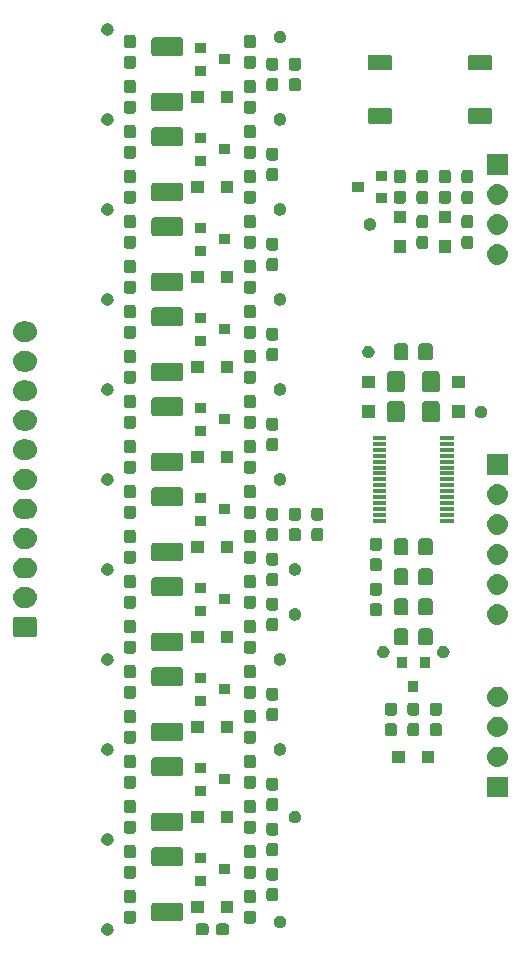
<source format=gbr>
G04 #@! TF.GenerationSoftware,KiCad,Pcbnew,(5.1.2)-2*
G04 #@! TF.CreationDate,2019-08-30T16:42:13-04:00*
G04 #@! TF.ProjectId,AFE SubBoard 0-2,41464520-5375-4624-926f-61726420302d,rev?*
G04 #@! TF.SameCoordinates,Original*
G04 #@! TF.FileFunction,Soldermask,Top*
G04 #@! TF.FilePolarity,Negative*
%FSLAX46Y46*%
G04 Gerber Fmt 4.6, Leading zero omitted, Abs format (unit mm)*
G04 Created by KiCad (PCBNEW (5.1.2)-2) date 2019-08-30 16:42:13*
%MOMM*%
%LPD*%
G04 APERTURE LIST*
%ADD10C,0.100000*%
G04 APERTURE END LIST*
D10*
G36*
X130963253Y-83949791D02*
G01*
X131013471Y-83970592D01*
X131058874Y-83989398D01*
X131116468Y-84027882D01*
X131144923Y-84046895D01*
X131218105Y-84120077D01*
X131218106Y-84120079D01*
X131275602Y-84206126D01*
X131284706Y-84228106D01*
X131315209Y-84301747D01*
X131335400Y-84403253D01*
X131335400Y-84506747D01*
X131315209Y-84608253D01*
X131293118Y-84661585D01*
X131275602Y-84703874D01*
X131242100Y-84754012D01*
X131218105Y-84789923D01*
X131144923Y-84863105D01*
X131130515Y-84872732D01*
X131058874Y-84920602D01*
X131018780Y-84937209D01*
X130963253Y-84960209D01*
X130861747Y-84980400D01*
X130758253Y-84980400D01*
X130656747Y-84960209D01*
X130601220Y-84937209D01*
X130561126Y-84920602D01*
X130489485Y-84872732D01*
X130475077Y-84863105D01*
X130401895Y-84789923D01*
X130377900Y-84754012D01*
X130344398Y-84703874D01*
X130326882Y-84661585D01*
X130304791Y-84608253D01*
X130284600Y-84506747D01*
X130284600Y-84403253D01*
X130304791Y-84301747D01*
X130335294Y-84228106D01*
X130344398Y-84206126D01*
X130401894Y-84120079D01*
X130401895Y-84120077D01*
X130475077Y-84046895D01*
X130503532Y-84027882D01*
X130561126Y-83989398D01*
X130606529Y-83970592D01*
X130656747Y-83949791D01*
X130758253Y-83929600D01*
X130861747Y-83929600D01*
X130963253Y-83949791D01*
X130963253Y-83949791D01*
G37*
G36*
X140934213Y-83959285D02*
G01*
X140978739Y-83972791D01*
X141019779Y-83994727D01*
X141055751Y-84024249D01*
X141085273Y-84060221D01*
X141107209Y-84101261D01*
X141120715Y-84145787D01*
X141125400Y-84193351D01*
X141125400Y-84716649D01*
X141120715Y-84764213D01*
X141107209Y-84808739D01*
X141085273Y-84849779D01*
X141055751Y-84885751D01*
X141019779Y-84915273D01*
X140978739Y-84937209D01*
X140934213Y-84950715D01*
X140886649Y-84955400D01*
X140263351Y-84955400D01*
X140215787Y-84950715D01*
X140171261Y-84937209D01*
X140130221Y-84915273D01*
X140094249Y-84885751D01*
X140064727Y-84849779D01*
X140042791Y-84808739D01*
X140029285Y-84764213D01*
X140024600Y-84716649D01*
X140024600Y-84193351D01*
X140029285Y-84145787D01*
X140042791Y-84101261D01*
X140064727Y-84060221D01*
X140094249Y-84024249D01*
X140130221Y-83994727D01*
X140171261Y-83972791D01*
X140215787Y-83959285D01*
X140263351Y-83954600D01*
X140886649Y-83954600D01*
X140934213Y-83959285D01*
X140934213Y-83959285D01*
G37*
G36*
X139184213Y-83959285D02*
G01*
X139228739Y-83972791D01*
X139269779Y-83994727D01*
X139305751Y-84024249D01*
X139335273Y-84060221D01*
X139357209Y-84101261D01*
X139370715Y-84145787D01*
X139375400Y-84193351D01*
X139375400Y-84716649D01*
X139370715Y-84764213D01*
X139357209Y-84808739D01*
X139335273Y-84849779D01*
X139305751Y-84885751D01*
X139269779Y-84915273D01*
X139228739Y-84937209D01*
X139184213Y-84950715D01*
X139136649Y-84955400D01*
X138513351Y-84955400D01*
X138465787Y-84950715D01*
X138421261Y-84937209D01*
X138380221Y-84915273D01*
X138344249Y-84885751D01*
X138314727Y-84849779D01*
X138292791Y-84808739D01*
X138279285Y-84764213D01*
X138274600Y-84716649D01*
X138274600Y-84193351D01*
X138279285Y-84145787D01*
X138292791Y-84101261D01*
X138314727Y-84060221D01*
X138344249Y-84024249D01*
X138380221Y-83994727D01*
X138421261Y-83972791D01*
X138465787Y-83959285D01*
X138513351Y-83954600D01*
X139136649Y-83954600D01*
X139184213Y-83959285D01*
X139184213Y-83959285D01*
G37*
G36*
X145568253Y-83314791D02*
G01*
X145621585Y-83336882D01*
X145663874Y-83354398D01*
X145735515Y-83402268D01*
X145749923Y-83411895D01*
X145823105Y-83485077D01*
X145823106Y-83485079D01*
X145880602Y-83571126D01*
X145897089Y-83610930D01*
X145920209Y-83666747D01*
X145940400Y-83768253D01*
X145940400Y-83871747D01*
X145920209Y-83973253D01*
X145899086Y-84024249D01*
X145880602Y-84068874D01*
X145846387Y-84120079D01*
X145823105Y-84154923D01*
X145749923Y-84228105D01*
X145735515Y-84237732D01*
X145663874Y-84285602D01*
X145624895Y-84301747D01*
X145568253Y-84325209D01*
X145466747Y-84345400D01*
X145363253Y-84345400D01*
X145261747Y-84325209D01*
X145205105Y-84301747D01*
X145166126Y-84285602D01*
X145094485Y-84237732D01*
X145080077Y-84228105D01*
X145006895Y-84154923D01*
X144983613Y-84120079D01*
X144949398Y-84068874D01*
X144930914Y-84024249D01*
X144909791Y-83973253D01*
X144889600Y-83871747D01*
X144889600Y-83768253D01*
X144909791Y-83666747D01*
X144932911Y-83610930D01*
X144949398Y-83571126D01*
X145006894Y-83485079D01*
X145006895Y-83485077D01*
X145080077Y-83411895D01*
X145094485Y-83402268D01*
X145166126Y-83354398D01*
X145208415Y-83336882D01*
X145261747Y-83314791D01*
X145363253Y-83294600D01*
X145466747Y-83294600D01*
X145568253Y-83314791D01*
X145568253Y-83314791D01*
G37*
G36*
X143184213Y-82879285D02*
G01*
X143228739Y-82892791D01*
X143269779Y-82914727D01*
X143305751Y-82944249D01*
X143335273Y-82980221D01*
X143357209Y-83021261D01*
X143370715Y-83065787D01*
X143375400Y-83113351D01*
X143375400Y-83736649D01*
X143370715Y-83784213D01*
X143357209Y-83828739D01*
X143335273Y-83869779D01*
X143305751Y-83905751D01*
X143269779Y-83935273D01*
X143228739Y-83957209D01*
X143184213Y-83970715D01*
X143136649Y-83975400D01*
X142613351Y-83975400D01*
X142565787Y-83970715D01*
X142521261Y-83957209D01*
X142480221Y-83935273D01*
X142444249Y-83905751D01*
X142414727Y-83869779D01*
X142392791Y-83828739D01*
X142379285Y-83784213D01*
X142374600Y-83736649D01*
X142374600Y-83113351D01*
X142379285Y-83065787D01*
X142392791Y-83021261D01*
X142414727Y-82980221D01*
X142444249Y-82944249D01*
X142480221Y-82914727D01*
X142521261Y-82892791D01*
X142565787Y-82879285D01*
X142613351Y-82874600D01*
X143136649Y-82874600D01*
X143184213Y-82879285D01*
X143184213Y-82879285D01*
G37*
G36*
X133024213Y-82879285D02*
G01*
X133068739Y-82892791D01*
X133109779Y-82914727D01*
X133145751Y-82944249D01*
X133175273Y-82980221D01*
X133197209Y-83021261D01*
X133210715Y-83065787D01*
X133215400Y-83113351D01*
X133215400Y-83736649D01*
X133210715Y-83784213D01*
X133197209Y-83828739D01*
X133175273Y-83869779D01*
X133145751Y-83905751D01*
X133109779Y-83935273D01*
X133068739Y-83957209D01*
X133024213Y-83970715D01*
X132976649Y-83975400D01*
X132453351Y-83975400D01*
X132405787Y-83970715D01*
X132361261Y-83957209D01*
X132320221Y-83935273D01*
X132284249Y-83905751D01*
X132254727Y-83869779D01*
X132232791Y-83828739D01*
X132219285Y-83784213D01*
X132214600Y-83736649D01*
X132214600Y-83113351D01*
X132219285Y-83065787D01*
X132232791Y-83021261D01*
X132254727Y-82980221D01*
X132284249Y-82944249D01*
X132320221Y-82914727D01*
X132361261Y-82892791D01*
X132405787Y-82879285D01*
X132453351Y-82874600D01*
X132976649Y-82874600D01*
X133024213Y-82879285D01*
X133024213Y-82879285D01*
G37*
G36*
X137046191Y-82199357D02*
G01*
X137091421Y-82213077D01*
X137133110Y-82235360D01*
X137169651Y-82265349D01*
X137199640Y-82301890D01*
X137221923Y-82343579D01*
X137235643Y-82388809D01*
X137240400Y-82437106D01*
X137240400Y-83527894D01*
X137235643Y-83576191D01*
X137221923Y-83621421D01*
X137199640Y-83663110D01*
X137169651Y-83699651D01*
X137133110Y-83729640D01*
X137091421Y-83751923D01*
X137046191Y-83765643D01*
X136997894Y-83770400D01*
X134782106Y-83770400D01*
X134733809Y-83765643D01*
X134688579Y-83751923D01*
X134646890Y-83729640D01*
X134610349Y-83699651D01*
X134580360Y-83663110D01*
X134558077Y-83621421D01*
X134544357Y-83576191D01*
X134539600Y-83527894D01*
X134539600Y-82437106D01*
X134544357Y-82388809D01*
X134558077Y-82343579D01*
X134580360Y-82301890D01*
X134610349Y-82265349D01*
X134646890Y-82235360D01*
X134688579Y-82213077D01*
X134733809Y-82199357D01*
X134782106Y-82194600D01*
X136997894Y-82194600D01*
X137046191Y-82199357D01*
X137046191Y-82199357D01*
G37*
G36*
X138975400Y-83075400D02*
G01*
X137924600Y-83075400D01*
X137924600Y-82024600D01*
X138975400Y-82024600D01*
X138975400Y-83075400D01*
X138975400Y-83075400D01*
G37*
G36*
X141475400Y-83075400D02*
G01*
X140424600Y-83075400D01*
X140424600Y-82024600D01*
X141475400Y-82024600D01*
X141475400Y-83075400D01*
X141475400Y-83075400D01*
G37*
G36*
X133024213Y-81129285D02*
G01*
X133068739Y-81142791D01*
X133109779Y-81164727D01*
X133145751Y-81194249D01*
X133175273Y-81230221D01*
X133197209Y-81271261D01*
X133210715Y-81315787D01*
X133215400Y-81363351D01*
X133215400Y-81986649D01*
X133210715Y-82034213D01*
X133197209Y-82078739D01*
X133175273Y-82119779D01*
X133145751Y-82155751D01*
X133109779Y-82185273D01*
X133068739Y-82207209D01*
X133024213Y-82220715D01*
X132976649Y-82225400D01*
X132453351Y-82225400D01*
X132405787Y-82220715D01*
X132361261Y-82207209D01*
X132320221Y-82185273D01*
X132284249Y-82155751D01*
X132254727Y-82119779D01*
X132232791Y-82078739D01*
X132219285Y-82034213D01*
X132214600Y-81986649D01*
X132214600Y-81363351D01*
X132219285Y-81315787D01*
X132232791Y-81271261D01*
X132254727Y-81230221D01*
X132284249Y-81194249D01*
X132320221Y-81164727D01*
X132361261Y-81142791D01*
X132405787Y-81129285D01*
X132453351Y-81124600D01*
X132976649Y-81124600D01*
X133024213Y-81129285D01*
X133024213Y-81129285D01*
G37*
G36*
X143184213Y-81129285D02*
G01*
X143228739Y-81142791D01*
X143269779Y-81164727D01*
X143305751Y-81194249D01*
X143335273Y-81230221D01*
X143357209Y-81271261D01*
X143370715Y-81315787D01*
X143375400Y-81363351D01*
X143375400Y-81986649D01*
X143370715Y-82034213D01*
X143357209Y-82078739D01*
X143335273Y-82119779D01*
X143305751Y-82155751D01*
X143269779Y-82185273D01*
X143228739Y-82207209D01*
X143184213Y-82220715D01*
X143136649Y-82225400D01*
X142613351Y-82225400D01*
X142565787Y-82220715D01*
X142521261Y-82207209D01*
X142480221Y-82185273D01*
X142444249Y-82155751D01*
X142414727Y-82119779D01*
X142392791Y-82078739D01*
X142379285Y-82034213D01*
X142374600Y-81986649D01*
X142374600Y-81363351D01*
X142379285Y-81315787D01*
X142392791Y-81271261D01*
X142414727Y-81230221D01*
X142444249Y-81194249D01*
X142480221Y-81164727D01*
X142521261Y-81142791D01*
X142565787Y-81129285D01*
X142613351Y-81124600D01*
X143136649Y-81124600D01*
X143184213Y-81129285D01*
X143184213Y-81129285D01*
G37*
G36*
X145089213Y-80974285D02*
G01*
X145133739Y-80987791D01*
X145174779Y-81009727D01*
X145210751Y-81039249D01*
X145240273Y-81075221D01*
X145262209Y-81116261D01*
X145275715Y-81160787D01*
X145280400Y-81208351D01*
X145280400Y-81831649D01*
X145275715Y-81879213D01*
X145262209Y-81923739D01*
X145240273Y-81964779D01*
X145210751Y-82000751D01*
X145174779Y-82030273D01*
X145133739Y-82052209D01*
X145089213Y-82065715D01*
X145041649Y-82070400D01*
X144518351Y-82070400D01*
X144470787Y-82065715D01*
X144426261Y-82052209D01*
X144385221Y-82030273D01*
X144349249Y-82000751D01*
X144319727Y-81964779D01*
X144297791Y-81923739D01*
X144284285Y-81879213D01*
X144279600Y-81831649D01*
X144279600Y-81208351D01*
X144284285Y-81160787D01*
X144297791Y-81116261D01*
X144319727Y-81075221D01*
X144349249Y-81039249D01*
X144385221Y-81009727D01*
X144426261Y-80987791D01*
X144470787Y-80974285D01*
X144518351Y-80969600D01*
X145041649Y-80969600D01*
X145089213Y-80974285D01*
X145089213Y-80974285D01*
G37*
G36*
X139175400Y-80750400D02*
G01*
X138224600Y-80750400D01*
X138224600Y-79899600D01*
X139175400Y-79899600D01*
X139175400Y-80750400D01*
X139175400Y-80750400D01*
G37*
G36*
X145089213Y-79224285D02*
G01*
X145133739Y-79237791D01*
X145174779Y-79259727D01*
X145210751Y-79289249D01*
X145240273Y-79325221D01*
X145262209Y-79366261D01*
X145275715Y-79410787D01*
X145280400Y-79458351D01*
X145280400Y-80081649D01*
X145275715Y-80129213D01*
X145262209Y-80173739D01*
X145240273Y-80214779D01*
X145210751Y-80250751D01*
X145174779Y-80280273D01*
X145133739Y-80302209D01*
X145089213Y-80315715D01*
X145041649Y-80320400D01*
X144518351Y-80320400D01*
X144470787Y-80315715D01*
X144426261Y-80302209D01*
X144385221Y-80280273D01*
X144349249Y-80250751D01*
X144319727Y-80214779D01*
X144297791Y-80173739D01*
X144284285Y-80129213D01*
X144279600Y-80081649D01*
X144279600Y-79458351D01*
X144284285Y-79410787D01*
X144297791Y-79366261D01*
X144319727Y-79325221D01*
X144349249Y-79289249D01*
X144385221Y-79259727D01*
X144426261Y-79237791D01*
X144470787Y-79224285D01*
X144518351Y-79219600D01*
X145041649Y-79219600D01*
X145089213Y-79224285D01*
X145089213Y-79224285D01*
G37*
G36*
X143184213Y-79069285D02*
G01*
X143228739Y-79082791D01*
X143269779Y-79104727D01*
X143305751Y-79134249D01*
X143335273Y-79170221D01*
X143357209Y-79211261D01*
X143370715Y-79255787D01*
X143375400Y-79303351D01*
X143375400Y-79926649D01*
X143370715Y-79974213D01*
X143357209Y-80018739D01*
X143335273Y-80059779D01*
X143305751Y-80095751D01*
X143269779Y-80125273D01*
X143228739Y-80147209D01*
X143184213Y-80160715D01*
X143136649Y-80165400D01*
X142613351Y-80165400D01*
X142565787Y-80160715D01*
X142521261Y-80147209D01*
X142480221Y-80125273D01*
X142444249Y-80095751D01*
X142414727Y-80059779D01*
X142392791Y-80018739D01*
X142379285Y-79974213D01*
X142374600Y-79926649D01*
X142374600Y-79303351D01*
X142379285Y-79255787D01*
X142392791Y-79211261D01*
X142414727Y-79170221D01*
X142444249Y-79134249D01*
X142480221Y-79104727D01*
X142521261Y-79082791D01*
X142565787Y-79069285D01*
X142613351Y-79064600D01*
X143136649Y-79064600D01*
X143184213Y-79069285D01*
X143184213Y-79069285D01*
G37*
G36*
X133024213Y-79069285D02*
G01*
X133068739Y-79082791D01*
X133109779Y-79104727D01*
X133145751Y-79134249D01*
X133175273Y-79170221D01*
X133197209Y-79211261D01*
X133210715Y-79255787D01*
X133215400Y-79303351D01*
X133215400Y-79926649D01*
X133210715Y-79974213D01*
X133197209Y-80018739D01*
X133175273Y-80059779D01*
X133145751Y-80095751D01*
X133109779Y-80125273D01*
X133068739Y-80147209D01*
X133024213Y-80160715D01*
X132976649Y-80165400D01*
X132453351Y-80165400D01*
X132405787Y-80160715D01*
X132361261Y-80147209D01*
X132320221Y-80125273D01*
X132284249Y-80095751D01*
X132254727Y-80059779D01*
X132232791Y-80018739D01*
X132219285Y-79974213D01*
X132214600Y-79926649D01*
X132214600Y-79303351D01*
X132219285Y-79255787D01*
X132232791Y-79211261D01*
X132254727Y-79170221D01*
X132284249Y-79134249D01*
X132320221Y-79104727D01*
X132361261Y-79082791D01*
X132405787Y-79069285D01*
X132453351Y-79064600D01*
X132976649Y-79064600D01*
X133024213Y-79069285D01*
X133024213Y-79069285D01*
G37*
G36*
X141175400Y-79800400D02*
G01*
X140224600Y-79800400D01*
X140224600Y-78949600D01*
X141175400Y-78949600D01*
X141175400Y-79800400D01*
X141175400Y-79800400D01*
G37*
G36*
X137046191Y-77524357D02*
G01*
X137091421Y-77538077D01*
X137133110Y-77560360D01*
X137169651Y-77590349D01*
X137199640Y-77626890D01*
X137221923Y-77668579D01*
X137235643Y-77713809D01*
X137240400Y-77762106D01*
X137240400Y-78852894D01*
X137235643Y-78901191D01*
X137221923Y-78946421D01*
X137199640Y-78988110D01*
X137169651Y-79024651D01*
X137133110Y-79054640D01*
X137091421Y-79076923D01*
X137046191Y-79090643D01*
X136997894Y-79095400D01*
X134782106Y-79095400D01*
X134733809Y-79090643D01*
X134688579Y-79076923D01*
X134646890Y-79054640D01*
X134610349Y-79024651D01*
X134580360Y-78988110D01*
X134558077Y-78946421D01*
X134544357Y-78901191D01*
X134539600Y-78852894D01*
X134539600Y-77762106D01*
X134544357Y-77713809D01*
X134558077Y-77668579D01*
X134580360Y-77626890D01*
X134610349Y-77590349D01*
X134646890Y-77560360D01*
X134688579Y-77538077D01*
X134733809Y-77524357D01*
X134782106Y-77519600D01*
X136997894Y-77519600D01*
X137046191Y-77524357D01*
X137046191Y-77524357D01*
G37*
G36*
X139175400Y-78850400D02*
G01*
X138224600Y-78850400D01*
X138224600Y-77999600D01*
X139175400Y-77999600D01*
X139175400Y-78850400D01*
X139175400Y-78850400D01*
G37*
G36*
X133024213Y-77319285D02*
G01*
X133068739Y-77332791D01*
X133109779Y-77354727D01*
X133145751Y-77384249D01*
X133175273Y-77420221D01*
X133197209Y-77461261D01*
X133210715Y-77505787D01*
X133215400Y-77553351D01*
X133215400Y-78176649D01*
X133210715Y-78224213D01*
X133197209Y-78268739D01*
X133175273Y-78309779D01*
X133145751Y-78345751D01*
X133109779Y-78375273D01*
X133068739Y-78397209D01*
X133024213Y-78410715D01*
X132976649Y-78415400D01*
X132453351Y-78415400D01*
X132405787Y-78410715D01*
X132361261Y-78397209D01*
X132320221Y-78375273D01*
X132284249Y-78345751D01*
X132254727Y-78309779D01*
X132232791Y-78268739D01*
X132219285Y-78224213D01*
X132214600Y-78176649D01*
X132214600Y-77553351D01*
X132219285Y-77505787D01*
X132232791Y-77461261D01*
X132254727Y-77420221D01*
X132284249Y-77384249D01*
X132320221Y-77354727D01*
X132361261Y-77332791D01*
X132405787Y-77319285D01*
X132453351Y-77314600D01*
X132976649Y-77314600D01*
X133024213Y-77319285D01*
X133024213Y-77319285D01*
G37*
G36*
X143184213Y-77319285D02*
G01*
X143228739Y-77332791D01*
X143269779Y-77354727D01*
X143305751Y-77384249D01*
X143335273Y-77420221D01*
X143357209Y-77461261D01*
X143370715Y-77505787D01*
X143375400Y-77553351D01*
X143375400Y-78176649D01*
X143370715Y-78224213D01*
X143357209Y-78268739D01*
X143335273Y-78309779D01*
X143305751Y-78345751D01*
X143269779Y-78375273D01*
X143228739Y-78397209D01*
X143184213Y-78410715D01*
X143136649Y-78415400D01*
X142613351Y-78415400D01*
X142565787Y-78410715D01*
X142521261Y-78397209D01*
X142480221Y-78375273D01*
X142444249Y-78345751D01*
X142414727Y-78309779D01*
X142392791Y-78268739D01*
X142379285Y-78224213D01*
X142374600Y-78176649D01*
X142374600Y-77553351D01*
X142379285Y-77505787D01*
X142392791Y-77461261D01*
X142414727Y-77420221D01*
X142444249Y-77384249D01*
X142480221Y-77354727D01*
X142521261Y-77332791D01*
X142565787Y-77319285D01*
X142613351Y-77314600D01*
X143136649Y-77314600D01*
X143184213Y-77319285D01*
X143184213Y-77319285D01*
G37*
G36*
X145089213Y-77164285D02*
G01*
X145133739Y-77177791D01*
X145174779Y-77199727D01*
X145210751Y-77229249D01*
X145240273Y-77265221D01*
X145262209Y-77306261D01*
X145275715Y-77350787D01*
X145280400Y-77398351D01*
X145280400Y-78021649D01*
X145275715Y-78069213D01*
X145262209Y-78113739D01*
X145240273Y-78154779D01*
X145210751Y-78190751D01*
X145174779Y-78220273D01*
X145133739Y-78242209D01*
X145089213Y-78255715D01*
X145041649Y-78260400D01*
X144518351Y-78260400D01*
X144470787Y-78255715D01*
X144426261Y-78242209D01*
X144385221Y-78220273D01*
X144349249Y-78190751D01*
X144319727Y-78154779D01*
X144297791Y-78113739D01*
X144284285Y-78069213D01*
X144279600Y-78021649D01*
X144279600Y-77398351D01*
X144284285Y-77350787D01*
X144297791Y-77306261D01*
X144319727Y-77265221D01*
X144349249Y-77229249D01*
X144385221Y-77199727D01*
X144426261Y-77177791D01*
X144470787Y-77164285D01*
X144518351Y-77159600D01*
X145041649Y-77159600D01*
X145089213Y-77164285D01*
X145089213Y-77164285D01*
G37*
G36*
X130963253Y-76329791D02*
G01*
X131013471Y-76350592D01*
X131058874Y-76369398D01*
X131111824Y-76404779D01*
X131144923Y-76426895D01*
X131218105Y-76500077D01*
X131227732Y-76514485D01*
X131275602Y-76586126D01*
X131293118Y-76628415D01*
X131315209Y-76681747D01*
X131335400Y-76783253D01*
X131335400Y-76886747D01*
X131315209Y-76988253D01*
X131293118Y-77041585D01*
X131275602Y-77083874D01*
X131227732Y-77155515D01*
X131218105Y-77169923D01*
X131144923Y-77243105D01*
X131130515Y-77252732D01*
X131058874Y-77300602D01*
X131016585Y-77318118D01*
X130963253Y-77340209D01*
X130861747Y-77360400D01*
X130758253Y-77360400D01*
X130656747Y-77340209D01*
X130603415Y-77318118D01*
X130561126Y-77300602D01*
X130489485Y-77252732D01*
X130475077Y-77243105D01*
X130401895Y-77169923D01*
X130392268Y-77155515D01*
X130344398Y-77083874D01*
X130326882Y-77041585D01*
X130304791Y-76988253D01*
X130284600Y-76886747D01*
X130284600Y-76783253D01*
X130304791Y-76681747D01*
X130326882Y-76628415D01*
X130344398Y-76586126D01*
X130392268Y-76514485D01*
X130401895Y-76500077D01*
X130475077Y-76426895D01*
X130508176Y-76404779D01*
X130561126Y-76369398D01*
X130606529Y-76350592D01*
X130656747Y-76329791D01*
X130758253Y-76309600D01*
X130861747Y-76309600D01*
X130963253Y-76329791D01*
X130963253Y-76329791D01*
G37*
G36*
X145089213Y-75414285D02*
G01*
X145133739Y-75427791D01*
X145174779Y-75449727D01*
X145210751Y-75479249D01*
X145240273Y-75515221D01*
X145262209Y-75556261D01*
X145275715Y-75600787D01*
X145280400Y-75648351D01*
X145280400Y-76271649D01*
X145275715Y-76319213D01*
X145262209Y-76363739D01*
X145240273Y-76404779D01*
X145210751Y-76440751D01*
X145174779Y-76470273D01*
X145133739Y-76492209D01*
X145089213Y-76505715D01*
X145041649Y-76510400D01*
X144518351Y-76510400D01*
X144470787Y-76505715D01*
X144426261Y-76492209D01*
X144385221Y-76470273D01*
X144349249Y-76440751D01*
X144319727Y-76404779D01*
X144297791Y-76363739D01*
X144284285Y-76319213D01*
X144279600Y-76271649D01*
X144279600Y-75648351D01*
X144284285Y-75600787D01*
X144297791Y-75556261D01*
X144319727Y-75515221D01*
X144349249Y-75479249D01*
X144385221Y-75449727D01*
X144426261Y-75427791D01*
X144470787Y-75414285D01*
X144518351Y-75409600D01*
X145041649Y-75409600D01*
X145089213Y-75414285D01*
X145089213Y-75414285D01*
G37*
G36*
X133024213Y-75259285D02*
G01*
X133068739Y-75272791D01*
X133109779Y-75294727D01*
X133145751Y-75324249D01*
X133175273Y-75360221D01*
X133197209Y-75401261D01*
X133210715Y-75445787D01*
X133215400Y-75493351D01*
X133215400Y-76116649D01*
X133210715Y-76164213D01*
X133197209Y-76208739D01*
X133175273Y-76249779D01*
X133145751Y-76285751D01*
X133109779Y-76315273D01*
X133068739Y-76337209D01*
X133024213Y-76350715D01*
X132976649Y-76355400D01*
X132453351Y-76355400D01*
X132405787Y-76350715D01*
X132361261Y-76337209D01*
X132320221Y-76315273D01*
X132284249Y-76285751D01*
X132254727Y-76249779D01*
X132232791Y-76208739D01*
X132219285Y-76164213D01*
X132214600Y-76116649D01*
X132214600Y-75493351D01*
X132219285Y-75445787D01*
X132232791Y-75401261D01*
X132254727Y-75360221D01*
X132284249Y-75324249D01*
X132320221Y-75294727D01*
X132361261Y-75272791D01*
X132405787Y-75259285D01*
X132453351Y-75254600D01*
X132976649Y-75254600D01*
X133024213Y-75259285D01*
X133024213Y-75259285D01*
G37*
G36*
X143184213Y-75259285D02*
G01*
X143228739Y-75272791D01*
X143269779Y-75294727D01*
X143305751Y-75324249D01*
X143335273Y-75360221D01*
X143357209Y-75401261D01*
X143370715Y-75445787D01*
X143375400Y-75493351D01*
X143375400Y-76116649D01*
X143370715Y-76164213D01*
X143357209Y-76208739D01*
X143335273Y-76249779D01*
X143305751Y-76285751D01*
X143269779Y-76315273D01*
X143228739Y-76337209D01*
X143184213Y-76350715D01*
X143136649Y-76355400D01*
X142613351Y-76355400D01*
X142565787Y-76350715D01*
X142521261Y-76337209D01*
X142480221Y-76315273D01*
X142444249Y-76285751D01*
X142414727Y-76249779D01*
X142392791Y-76208739D01*
X142379285Y-76164213D01*
X142374600Y-76116649D01*
X142374600Y-75493351D01*
X142379285Y-75445787D01*
X142392791Y-75401261D01*
X142414727Y-75360221D01*
X142444249Y-75324249D01*
X142480221Y-75294727D01*
X142521261Y-75272791D01*
X142565787Y-75259285D01*
X142613351Y-75254600D01*
X143136649Y-75254600D01*
X143184213Y-75259285D01*
X143184213Y-75259285D01*
G37*
G36*
X137046191Y-74579357D02*
G01*
X137091421Y-74593077D01*
X137133110Y-74615360D01*
X137169651Y-74645349D01*
X137199640Y-74681890D01*
X137221923Y-74723579D01*
X137235643Y-74768809D01*
X137240400Y-74817106D01*
X137240400Y-75907894D01*
X137235643Y-75956191D01*
X137221923Y-76001421D01*
X137199640Y-76043110D01*
X137169651Y-76079651D01*
X137133110Y-76109640D01*
X137091421Y-76131923D01*
X137046191Y-76145643D01*
X136997894Y-76150400D01*
X134782106Y-76150400D01*
X134733809Y-76145643D01*
X134688579Y-76131923D01*
X134646890Y-76109640D01*
X134610349Y-76079651D01*
X134580360Y-76043110D01*
X134558077Y-76001421D01*
X134544357Y-75956191D01*
X134539600Y-75907894D01*
X134539600Y-74817106D01*
X134544357Y-74768809D01*
X134558077Y-74723579D01*
X134580360Y-74681890D01*
X134610349Y-74645349D01*
X134646890Y-74615360D01*
X134688579Y-74593077D01*
X134733809Y-74579357D01*
X134782106Y-74574600D01*
X136997894Y-74574600D01*
X137046191Y-74579357D01*
X137046191Y-74579357D01*
G37*
G36*
X138975400Y-75455400D02*
G01*
X137924600Y-75455400D01*
X137924600Y-74404600D01*
X138975400Y-74404600D01*
X138975400Y-75455400D01*
X138975400Y-75455400D01*
G37*
G36*
X141475400Y-75455400D02*
G01*
X140424600Y-75455400D01*
X140424600Y-74404600D01*
X141475400Y-74404600D01*
X141475400Y-75455400D01*
X141475400Y-75455400D01*
G37*
G36*
X146838253Y-74424791D02*
G01*
X146888471Y-74445592D01*
X146933874Y-74464398D01*
X146986824Y-74499779D01*
X147019923Y-74521895D01*
X147093105Y-74595077D01*
X147102732Y-74609485D01*
X147150602Y-74681126D01*
X147150918Y-74681890D01*
X147190209Y-74776747D01*
X147210400Y-74878253D01*
X147210400Y-74981747D01*
X147190209Y-75083253D01*
X147168118Y-75136585D01*
X147150602Y-75178874D01*
X147102732Y-75250515D01*
X147093105Y-75264923D01*
X147019923Y-75338105D01*
X147005515Y-75347732D01*
X146933874Y-75395602D01*
X146891585Y-75413118D01*
X146838253Y-75435209D01*
X146736747Y-75455400D01*
X146633253Y-75455400D01*
X146531747Y-75435209D01*
X146478415Y-75413118D01*
X146436126Y-75395602D01*
X146364485Y-75347732D01*
X146350077Y-75338105D01*
X146276895Y-75264923D01*
X146267268Y-75250515D01*
X146219398Y-75178874D01*
X146201882Y-75136585D01*
X146179791Y-75083253D01*
X146159600Y-74981747D01*
X146159600Y-74878253D01*
X146179791Y-74776747D01*
X146219082Y-74681890D01*
X146219398Y-74681126D01*
X146267268Y-74609485D01*
X146276895Y-74595077D01*
X146350077Y-74521895D01*
X146383176Y-74499779D01*
X146436126Y-74464398D01*
X146481529Y-74445592D01*
X146531747Y-74424791D01*
X146633253Y-74404600D01*
X146736747Y-74404600D01*
X146838253Y-74424791D01*
X146838253Y-74424791D01*
G37*
G36*
X143184213Y-73509285D02*
G01*
X143228739Y-73522791D01*
X143269779Y-73544727D01*
X143305751Y-73574249D01*
X143335273Y-73610221D01*
X143357209Y-73651261D01*
X143370715Y-73695787D01*
X143375400Y-73743351D01*
X143375400Y-74366649D01*
X143370715Y-74414213D01*
X143357209Y-74458739D01*
X143335273Y-74499779D01*
X143305751Y-74535751D01*
X143269779Y-74565273D01*
X143228739Y-74587209D01*
X143184213Y-74600715D01*
X143136649Y-74605400D01*
X142613351Y-74605400D01*
X142565787Y-74600715D01*
X142521261Y-74587209D01*
X142480221Y-74565273D01*
X142444249Y-74535751D01*
X142414727Y-74499779D01*
X142392791Y-74458739D01*
X142379285Y-74414213D01*
X142374600Y-74366649D01*
X142374600Y-73743351D01*
X142379285Y-73695787D01*
X142392791Y-73651261D01*
X142414727Y-73610221D01*
X142444249Y-73574249D01*
X142480221Y-73544727D01*
X142521261Y-73522791D01*
X142565787Y-73509285D01*
X142613351Y-73504600D01*
X143136649Y-73504600D01*
X143184213Y-73509285D01*
X143184213Y-73509285D01*
G37*
G36*
X133024213Y-73509285D02*
G01*
X133068739Y-73522791D01*
X133109779Y-73544727D01*
X133145751Y-73574249D01*
X133175273Y-73610221D01*
X133197209Y-73651261D01*
X133210715Y-73695787D01*
X133215400Y-73743351D01*
X133215400Y-74366649D01*
X133210715Y-74414213D01*
X133197209Y-74458739D01*
X133175273Y-74499779D01*
X133145751Y-74535751D01*
X133109779Y-74565273D01*
X133068739Y-74587209D01*
X133024213Y-74600715D01*
X132976649Y-74605400D01*
X132453351Y-74605400D01*
X132405787Y-74600715D01*
X132361261Y-74587209D01*
X132320221Y-74565273D01*
X132284249Y-74535751D01*
X132254727Y-74499779D01*
X132232791Y-74458739D01*
X132219285Y-74414213D01*
X132214600Y-74366649D01*
X132214600Y-73743351D01*
X132219285Y-73695787D01*
X132232791Y-73651261D01*
X132254727Y-73610221D01*
X132284249Y-73574249D01*
X132320221Y-73544727D01*
X132361261Y-73522791D01*
X132405787Y-73509285D01*
X132453351Y-73504600D01*
X132976649Y-73504600D01*
X133024213Y-73509285D01*
X133024213Y-73509285D01*
G37*
G36*
X145089213Y-73354285D02*
G01*
X145133739Y-73367791D01*
X145174779Y-73389727D01*
X145210751Y-73419249D01*
X145240273Y-73455221D01*
X145262209Y-73496261D01*
X145275715Y-73540787D01*
X145280400Y-73588351D01*
X145280400Y-74211649D01*
X145275715Y-74259213D01*
X145262209Y-74303739D01*
X145240273Y-74344779D01*
X145210751Y-74380751D01*
X145174779Y-74410273D01*
X145133739Y-74432209D01*
X145089213Y-74445715D01*
X145041649Y-74450400D01*
X144518351Y-74450400D01*
X144470787Y-74445715D01*
X144426261Y-74432209D01*
X144385221Y-74410273D01*
X144349249Y-74380751D01*
X144319727Y-74344779D01*
X144297791Y-74303739D01*
X144284285Y-74259213D01*
X144279600Y-74211649D01*
X144279600Y-73588351D01*
X144284285Y-73540787D01*
X144297791Y-73496261D01*
X144319727Y-73455221D01*
X144349249Y-73419249D01*
X144385221Y-73389727D01*
X144426261Y-73367791D01*
X144470787Y-73354285D01*
X144518351Y-73349600D01*
X145041649Y-73349600D01*
X145089213Y-73354285D01*
X145089213Y-73354285D01*
G37*
G36*
X164705400Y-73265400D02*
G01*
X162954600Y-73265400D01*
X162954600Y-71514600D01*
X164705400Y-71514600D01*
X164705400Y-73265400D01*
X164705400Y-73265400D01*
G37*
G36*
X139175400Y-73130400D02*
G01*
X138224600Y-73130400D01*
X138224600Y-72279600D01*
X139175400Y-72279600D01*
X139175400Y-73130400D01*
X139175400Y-73130400D01*
G37*
G36*
X145089213Y-71604285D02*
G01*
X145133739Y-71617791D01*
X145174779Y-71639727D01*
X145210751Y-71669249D01*
X145240273Y-71705221D01*
X145262209Y-71746261D01*
X145275715Y-71790787D01*
X145280400Y-71838351D01*
X145280400Y-72461649D01*
X145275715Y-72509213D01*
X145262209Y-72553739D01*
X145240273Y-72594779D01*
X145210751Y-72630751D01*
X145174779Y-72660273D01*
X145133739Y-72682209D01*
X145089213Y-72695715D01*
X145041649Y-72700400D01*
X144518351Y-72700400D01*
X144470787Y-72695715D01*
X144426261Y-72682209D01*
X144385221Y-72660273D01*
X144349249Y-72630751D01*
X144319727Y-72594779D01*
X144297791Y-72553739D01*
X144284285Y-72509213D01*
X144279600Y-72461649D01*
X144279600Y-71838351D01*
X144284285Y-71790787D01*
X144297791Y-71746261D01*
X144319727Y-71705221D01*
X144349249Y-71669249D01*
X144385221Y-71639727D01*
X144426261Y-71617791D01*
X144470787Y-71604285D01*
X144518351Y-71599600D01*
X145041649Y-71599600D01*
X145089213Y-71604285D01*
X145089213Y-71604285D01*
G37*
G36*
X143184213Y-71449285D02*
G01*
X143228739Y-71462791D01*
X143269779Y-71484727D01*
X143305751Y-71514249D01*
X143335273Y-71550221D01*
X143357209Y-71591261D01*
X143370715Y-71635787D01*
X143375400Y-71683351D01*
X143375400Y-72306649D01*
X143370715Y-72354213D01*
X143357209Y-72398739D01*
X143335273Y-72439779D01*
X143305751Y-72475751D01*
X143269779Y-72505273D01*
X143228739Y-72527209D01*
X143184213Y-72540715D01*
X143136649Y-72545400D01*
X142613351Y-72545400D01*
X142565787Y-72540715D01*
X142521261Y-72527209D01*
X142480221Y-72505273D01*
X142444249Y-72475751D01*
X142414727Y-72439779D01*
X142392791Y-72398739D01*
X142379285Y-72354213D01*
X142374600Y-72306649D01*
X142374600Y-71683351D01*
X142379285Y-71635787D01*
X142392791Y-71591261D01*
X142414727Y-71550221D01*
X142444249Y-71514249D01*
X142480221Y-71484727D01*
X142521261Y-71462791D01*
X142565787Y-71449285D01*
X142613351Y-71444600D01*
X143136649Y-71444600D01*
X143184213Y-71449285D01*
X143184213Y-71449285D01*
G37*
G36*
X133024213Y-71449285D02*
G01*
X133068739Y-71462791D01*
X133109779Y-71484727D01*
X133145751Y-71514249D01*
X133175273Y-71550221D01*
X133197209Y-71591261D01*
X133210715Y-71635787D01*
X133215400Y-71683351D01*
X133215400Y-72306649D01*
X133210715Y-72354213D01*
X133197209Y-72398739D01*
X133175273Y-72439779D01*
X133145751Y-72475751D01*
X133109779Y-72505273D01*
X133068739Y-72527209D01*
X133024213Y-72540715D01*
X132976649Y-72545400D01*
X132453351Y-72545400D01*
X132405787Y-72540715D01*
X132361261Y-72527209D01*
X132320221Y-72505273D01*
X132284249Y-72475751D01*
X132254727Y-72439779D01*
X132232791Y-72398739D01*
X132219285Y-72354213D01*
X132214600Y-72306649D01*
X132214600Y-71683351D01*
X132219285Y-71635787D01*
X132232791Y-71591261D01*
X132254727Y-71550221D01*
X132284249Y-71514249D01*
X132320221Y-71484727D01*
X132361261Y-71462791D01*
X132405787Y-71449285D01*
X132453351Y-71444600D01*
X132976649Y-71444600D01*
X133024213Y-71449285D01*
X133024213Y-71449285D01*
G37*
G36*
X141175400Y-72180400D02*
G01*
X140224600Y-72180400D01*
X140224600Y-71329600D01*
X141175400Y-71329600D01*
X141175400Y-72180400D01*
X141175400Y-72180400D01*
G37*
G36*
X137046191Y-69904357D02*
G01*
X137091421Y-69918077D01*
X137133110Y-69940360D01*
X137169651Y-69970349D01*
X137199640Y-70006890D01*
X137221923Y-70048579D01*
X137235643Y-70093809D01*
X137240400Y-70142106D01*
X137240400Y-71232894D01*
X137235643Y-71281191D01*
X137221923Y-71326421D01*
X137199640Y-71368110D01*
X137169651Y-71404651D01*
X137133110Y-71434640D01*
X137091421Y-71456923D01*
X137046191Y-71470643D01*
X136997894Y-71475400D01*
X134782106Y-71475400D01*
X134733809Y-71470643D01*
X134688579Y-71456923D01*
X134646890Y-71434640D01*
X134610349Y-71404651D01*
X134580360Y-71368110D01*
X134558077Y-71326421D01*
X134544357Y-71281191D01*
X134539600Y-71232894D01*
X134539600Y-70142106D01*
X134544357Y-70093809D01*
X134558077Y-70048579D01*
X134580360Y-70006890D01*
X134610349Y-69970349D01*
X134646890Y-69940360D01*
X134688579Y-69918077D01*
X134733809Y-69904357D01*
X134782106Y-69899600D01*
X136997894Y-69899600D01*
X137046191Y-69904357D01*
X137046191Y-69904357D01*
G37*
G36*
X139175400Y-71230400D02*
G01*
X138224600Y-71230400D01*
X138224600Y-70379600D01*
X139175400Y-70379600D01*
X139175400Y-71230400D01*
X139175400Y-71230400D01*
G37*
G36*
X143184213Y-69699285D02*
G01*
X143228739Y-69712791D01*
X143269779Y-69734727D01*
X143305751Y-69764249D01*
X143335273Y-69800221D01*
X143357209Y-69841261D01*
X143370715Y-69885787D01*
X143375400Y-69933351D01*
X143375400Y-70556649D01*
X143370715Y-70604213D01*
X143357209Y-70648739D01*
X143335273Y-70689779D01*
X143305751Y-70725751D01*
X143269779Y-70755273D01*
X143228739Y-70777209D01*
X143184213Y-70790715D01*
X143136649Y-70795400D01*
X142613351Y-70795400D01*
X142565787Y-70790715D01*
X142521261Y-70777209D01*
X142480221Y-70755273D01*
X142444249Y-70725751D01*
X142414727Y-70689779D01*
X142392791Y-70648739D01*
X142379285Y-70604213D01*
X142374600Y-70556649D01*
X142374600Y-69933351D01*
X142379285Y-69885787D01*
X142392791Y-69841261D01*
X142414727Y-69800221D01*
X142444249Y-69764249D01*
X142480221Y-69734727D01*
X142521261Y-69712791D01*
X142565787Y-69699285D01*
X142613351Y-69694600D01*
X143136649Y-69694600D01*
X143184213Y-69699285D01*
X143184213Y-69699285D01*
G37*
G36*
X133024213Y-69699285D02*
G01*
X133068739Y-69712791D01*
X133109779Y-69734727D01*
X133145751Y-69764249D01*
X133175273Y-69800221D01*
X133197209Y-69841261D01*
X133210715Y-69885787D01*
X133215400Y-69933351D01*
X133215400Y-70556649D01*
X133210715Y-70604213D01*
X133197209Y-70648739D01*
X133175273Y-70689779D01*
X133145751Y-70725751D01*
X133109779Y-70755273D01*
X133068739Y-70777209D01*
X133024213Y-70790715D01*
X132976649Y-70795400D01*
X132453351Y-70795400D01*
X132405787Y-70790715D01*
X132361261Y-70777209D01*
X132320221Y-70755273D01*
X132284249Y-70725751D01*
X132254727Y-70689779D01*
X132232791Y-70648739D01*
X132219285Y-70604213D01*
X132214600Y-70556649D01*
X132214600Y-69933351D01*
X132219285Y-69885787D01*
X132232791Y-69841261D01*
X132254727Y-69800221D01*
X132284249Y-69764249D01*
X132320221Y-69734727D01*
X132361261Y-69712791D01*
X132405787Y-69699285D01*
X132453351Y-69694600D01*
X132976649Y-69694600D01*
X133024213Y-69699285D01*
X133024213Y-69699285D01*
G37*
G36*
X164001611Y-68987267D02*
G01*
X164166621Y-69037322D01*
X164318698Y-69118609D01*
X164451996Y-69228004D01*
X164561391Y-69361302D01*
X164642678Y-69513379D01*
X164692733Y-69678389D01*
X164709635Y-69850000D01*
X164692733Y-70021611D01*
X164642678Y-70186621D01*
X164561391Y-70338698D01*
X164451996Y-70471996D01*
X164318698Y-70581391D01*
X164166621Y-70662678D01*
X164001611Y-70712733D01*
X163872998Y-70725400D01*
X163787002Y-70725400D01*
X163658389Y-70712733D01*
X163493379Y-70662678D01*
X163341302Y-70581391D01*
X163208004Y-70471996D01*
X163098609Y-70338698D01*
X163017322Y-70186621D01*
X162967267Y-70021611D01*
X162950365Y-69850000D01*
X162967267Y-69678389D01*
X163017322Y-69513379D01*
X163098609Y-69361302D01*
X163208004Y-69228004D01*
X163341302Y-69118609D01*
X163493379Y-69037322D01*
X163658389Y-68987267D01*
X163787002Y-68974600D01*
X163872998Y-68974600D01*
X164001611Y-68987267D01*
X164001611Y-68987267D01*
G37*
G36*
X158493400Y-70375400D02*
G01*
X157442600Y-70375400D01*
X157442600Y-69324600D01*
X158493400Y-69324600D01*
X158493400Y-70375400D01*
X158493400Y-70375400D01*
G37*
G36*
X155993400Y-70375400D02*
G01*
X154942600Y-70375400D01*
X154942600Y-69324600D01*
X155993400Y-69324600D01*
X155993400Y-70375400D01*
X155993400Y-70375400D01*
G37*
G36*
X130963253Y-68709791D02*
G01*
X131013471Y-68730592D01*
X131058874Y-68749398D01*
X131130515Y-68797268D01*
X131144923Y-68806895D01*
X131218105Y-68880077D01*
X131218106Y-68880079D01*
X131275602Y-68966126D01*
X131293118Y-69008415D01*
X131315209Y-69061747D01*
X131335400Y-69163253D01*
X131335400Y-69266747D01*
X131315209Y-69368253D01*
X131293118Y-69421585D01*
X131275602Y-69463874D01*
X131242523Y-69513379D01*
X131218105Y-69549923D01*
X131144923Y-69623105D01*
X131130515Y-69632732D01*
X131058874Y-69680602D01*
X131016585Y-69698118D01*
X130963253Y-69720209D01*
X130861747Y-69740400D01*
X130758253Y-69740400D01*
X130656747Y-69720209D01*
X130603415Y-69698118D01*
X130561126Y-69680602D01*
X130489485Y-69632732D01*
X130475077Y-69623105D01*
X130401895Y-69549923D01*
X130377477Y-69513379D01*
X130344398Y-69463874D01*
X130326882Y-69421585D01*
X130304791Y-69368253D01*
X130284600Y-69266747D01*
X130284600Y-69163253D01*
X130304791Y-69061747D01*
X130326882Y-69008415D01*
X130344398Y-68966126D01*
X130401894Y-68880079D01*
X130401895Y-68880077D01*
X130475077Y-68806895D01*
X130489485Y-68797268D01*
X130561126Y-68749398D01*
X130606529Y-68730592D01*
X130656747Y-68709791D01*
X130758253Y-68689600D01*
X130861747Y-68689600D01*
X130963253Y-68709791D01*
X130963253Y-68709791D01*
G37*
G36*
X145568253Y-68709791D02*
G01*
X145618471Y-68730592D01*
X145663874Y-68749398D01*
X145735515Y-68797268D01*
X145749923Y-68806895D01*
X145823105Y-68880077D01*
X145823106Y-68880079D01*
X145880602Y-68966126D01*
X145898118Y-69008415D01*
X145920209Y-69061747D01*
X145940400Y-69163253D01*
X145940400Y-69266747D01*
X145920209Y-69368253D01*
X145898118Y-69421585D01*
X145880602Y-69463874D01*
X145847523Y-69513379D01*
X145823105Y-69549923D01*
X145749923Y-69623105D01*
X145735515Y-69632732D01*
X145663874Y-69680602D01*
X145621585Y-69698118D01*
X145568253Y-69720209D01*
X145466747Y-69740400D01*
X145363253Y-69740400D01*
X145261747Y-69720209D01*
X145208415Y-69698118D01*
X145166126Y-69680602D01*
X145094485Y-69632732D01*
X145080077Y-69623105D01*
X145006895Y-69549923D01*
X144982477Y-69513379D01*
X144949398Y-69463874D01*
X144931882Y-69421585D01*
X144909791Y-69368253D01*
X144889600Y-69266747D01*
X144889600Y-69163253D01*
X144909791Y-69061747D01*
X144931882Y-69008415D01*
X144949398Y-68966126D01*
X145006894Y-68880079D01*
X145006895Y-68880077D01*
X145080077Y-68806895D01*
X145094485Y-68797268D01*
X145166126Y-68749398D01*
X145211529Y-68730592D01*
X145261747Y-68709791D01*
X145363253Y-68689600D01*
X145466747Y-68689600D01*
X145568253Y-68709791D01*
X145568253Y-68709791D01*
G37*
G36*
X133024213Y-67639285D02*
G01*
X133068739Y-67652791D01*
X133109779Y-67674727D01*
X133145751Y-67704249D01*
X133175273Y-67740221D01*
X133197209Y-67781261D01*
X133210715Y-67825787D01*
X133215400Y-67873351D01*
X133215400Y-68496649D01*
X133210715Y-68544213D01*
X133197209Y-68588739D01*
X133175273Y-68629779D01*
X133145751Y-68665751D01*
X133109779Y-68695273D01*
X133068739Y-68717209D01*
X133024213Y-68730715D01*
X132976649Y-68735400D01*
X132453351Y-68735400D01*
X132405787Y-68730715D01*
X132361261Y-68717209D01*
X132320221Y-68695273D01*
X132284249Y-68665751D01*
X132254727Y-68629779D01*
X132232791Y-68588739D01*
X132219285Y-68544213D01*
X132214600Y-68496649D01*
X132214600Y-67873351D01*
X132219285Y-67825787D01*
X132232791Y-67781261D01*
X132254727Y-67740221D01*
X132284249Y-67704249D01*
X132320221Y-67674727D01*
X132361261Y-67652791D01*
X132405787Y-67639285D01*
X132453351Y-67634600D01*
X132976649Y-67634600D01*
X133024213Y-67639285D01*
X133024213Y-67639285D01*
G37*
G36*
X143184213Y-67639285D02*
G01*
X143228739Y-67652791D01*
X143269779Y-67674727D01*
X143305751Y-67704249D01*
X143335273Y-67740221D01*
X143357209Y-67781261D01*
X143370715Y-67825787D01*
X143375400Y-67873351D01*
X143375400Y-68496649D01*
X143370715Y-68544213D01*
X143357209Y-68588739D01*
X143335273Y-68629779D01*
X143305751Y-68665751D01*
X143269779Y-68695273D01*
X143228739Y-68717209D01*
X143184213Y-68730715D01*
X143136649Y-68735400D01*
X142613351Y-68735400D01*
X142565787Y-68730715D01*
X142521261Y-68717209D01*
X142480221Y-68695273D01*
X142444249Y-68665751D01*
X142414727Y-68629779D01*
X142392791Y-68588739D01*
X142379285Y-68544213D01*
X142374600Y-68496649D01*
X142374600Y-67873351D01*
X142379285Y-67825787D01*
X142392791Y-67781261D01*
X142414727Y-67740221D01*
X142444249Y-67704249D01*
X142480221Y-67674727D01*
X142521261Y-67652791D01*
X142565787Y-67639285D01*
X142613351Y-67634600D01*
X143136649Y-67634600D01*
X143184213Y-67639285D01*
X143184213Y-67639285D01*
G37*
G36*
X137046191Y-66959357D02*
G01*
X137091421Y-66973077D01*
X137133110Y-66995360D01*
X137169651Y-67025349D01*
X137199640Y-67061890D01*
X137221923Y-67103579D01*
X137235643Y-67148809D01*
X137240400Y-67197106D01*
X137240400Y-68287894D01*
X137235643Y-68336191D01*
X137221923Y-68381421D01*
X137199640Y-68423110D01*
X137169651Y-68459651D01*
X137133110Y-68489640D01*
X137091421Y-68511923D01*
X137046191Y-68525643D01*
X136997894Y-68530400D01*
X134782106Y-68530400D01*
X134733809Y-68525643D01*
X134688579Y-68511923D01*
X134646890Y-68489640D01*
X134610349Y-68459651D01*
X134580360Y-68423110D01*
X134558077Y-68381421D01*
X134544357Y-68336191D01*
X134539600Y-68287894D01*
X134539600Y-67197106D01*
X134544357Y-67148809D01*
X134558077Y-67103579D01*
X134580360Y-67061890D01*
X134610349Y-67025349D01*
X134646890Y-66995360D01*
X134688579Y-66973077D01*
X134733809Y-66959357D01*
X134782106Y-66954600D01*
X136997894Y-66954600D01*
X137046191Y-66959357D01*
X137046191Y-66959357D01*
G37*
G36*
X164001611Y-66447267D02*
G01*
X164166621Y-66497322D01*
X164318698Y-66578609D01*
X164451996Y-66688004D01*
X164561391Y-66821302D01*
X164642678Y-66973379D01*
X164692733Y-67138389D01*
X164709635Y-67310000D01*
X164692733Y-67481611D01*
X164642678Y-67646621D01*
X164561391Y-67798698D01*
X164451996Y-67931996D01*
X164318698Y-68041391D01*
X164166621Y-68122678D01*
X164001611Y-68172733D01*
X163872998Y-68185400D01*
X163787002Y-68185400D01*
X163658389Y-68172733D01*
X163493379Y-68122678D01*
X163341302Y-68041391D01*
X163208004Y-67931996D01*
X163098609Y-67798698D01*
X163017322Y-67646621D01*
X162967267Y-67481611D01*
X162950365Y-67310000D01*
X162967267Y-67138389D01*
X163017322Y-66973379D01*
X163098609Y-66821302D01*
X163208004Y-66688004D01*
X163341302Y-66578609D01*
X163493379Y-66497322D01*
X163658389Y-66447267D01*
X163787002Y-66434600D01*
X163872998Y-66434600D01*
X164001611Y-66447267D01*
X164001611Y-66447267D01*
G37*
G36*
X157027213Y-67004285D02*
G01*
X157071739Y-67017791D01*
X157112779Y-67039727D01*
X157148751Y-67069249D01*
X157178273Y-67105221D01*
X157200209Y-67146261D01*
X157213715Y-67190787D01*
X157218400Y-67238351D01*
X157218400Y-67861649D01*
X157213715Y-67909213D01*
X157200209Y-67953739D01*
X157178273Y-67994779D01*
X157148751Y-68030751D01*
X157112779Y-68060273D01*
X157071739Y-68082209D01*
X157027213Y-68095715D01*
X156979649Y-68100400D01*
X156456351Y-68100400D01*
X156408787Y-68095715D01*
X156364261Y-68082209D01*
X156323221Y-68060273D01*
X156287249Y-68030751D01*
X156257727Y-67994779D01*
X156235791Y-67953739D01*
X156222285Y-67909213D01*
X156217600Y-67861649D01*
X156217600Y-67238351D01*
X156222285Y-67190787D01*
X156235791Y-67146261D01*
X156257727Y-67105221D01*
X156287249Y-67069249D01*
X156323221Y-67039727D01*
X156364261Y-67017791D01*
X156408787Y-67004285D01*
X156456351Y-66999600D01*
X156979649Y-66999600D01*
X157027213Y-67004285D01*
X157027213Y-67004285D01*
G37*
G36*
X155122213Y-67004285D02*
G01*
X155166739Y-67017791D01*
X155207779Y-67039727D01*
X155243751Y-67069249D01*
X155273273Y-67105221D01*
X155295209Y-67146261D01*
X155308715Y-67190787D01*
X155313400Y-67238351D01*
X155313400Y-67861649D01*
X155308715Y-67909213D01*
X155295209Y-67953739D01*
X155273273Y-67994779D01*
X155243751Y-68030751D01*
X155207779Y-68060273D01*
X155166739Y-68082209D01*
X155122213Y-68095715D01*
X155074649Y-68100400D01*
X154551351Y-68100400D01*
X154503787Y-68095715D01*
X154459261Y-68082209D01*
X154418221Y-68060273D01*
X154382249Y-68030751D01*
X154352727Y-67994779D01*
X154330791Y-67953739D01*
X154317285Y-67909213D01*
X154312600Y-67861649D01*
X154312600Y-67238351D01*
X154317285Y-67190787D01*
X154330791Y-67146261D01*
X154352727Y-67105221D01*
X154382249Y-67069249D01*
X154418221Y-67039727D01*
X154459261Y-67017791D01*
X154503787Y-67004285D01*
X154551351Y-66999600D01*
X155074649Y-66999600D01*
X155122213Y-67004285D01*
X155122213Y-67004285D01*
G37*
G36*
X158932213Y-67004285D02*
G01*
X158976739Y-67017791D01*
X159017779Y-67039727D01*
X159053751Y-67069249D01*
X159083273Y-67105221D01*
X159105209Y-67146261D01*
X159118715Y-67190787D01*
X159123400Y-67238351D01*
X159123400Y-67861649D01*
X159118715Y-67909213D01*
X159105209Y-67953739D01*
X159083273Y-67994779D01*
X159053751Y-68030751D01*
X159017779Y-68060273D01*
X158976739Y-68082209D01*
X158932213Y-68095715D01*
X158884649Y-68100400D01*
X158361351Y-68100400D01*
X158313787Y-68095715D01*
X158269261Y-68082209D01*
X158228221Y-68060273D01*
X158192249Y-68030751D01*
X158162727Y-67994779D01*
X158140791Y-67953739D01*
X158127285Y-67909213D01*
X158122600Y-67861649D01*
X158122600Y-67238351D01*
X158127285Y-67190787D01*
X158140791Y-67146261D01*
X158162727Y-67105221D01*
X158192249Y-67069249D01*
X158228221Y-67039727D01*
X158269261Y-67017791D01*
X158313787Y-67004285D01*
X158361351Y-66999600D01*
X158884649Y-66999600D01*
X158932213Y-67004285D01*
X158932213Y-67004285D01*
G37*
G36*
X141475400Y-67835400D02*
G01*
X140424600Y-67835400D01*
X140424600Y-66784600D01*
X141475400Y-66784600D01*
X141475400Y-67835400D01*
X141475400Y-67835400D01*
G37*
G36*
X138975400Y-67835400D02*
G01*
X137924600Y-67835400D01*
X137924600Y-66784600D01*
X138975400Y-66784600D01*
X138975400Y-67835400D01*
X138975400Y-67835400D01*
G37*
G36*
X133024213Y-65889285D02*
G01*
X133068739Y-65902791D01*
X133109779Y-65924727D01*
X133145751Y-65954249D01*
X133175273Y-65990221D01*
X133197209Y-66031261D01*
X133210715Y-66075787D01*
X133215400Y-66123351D01*
X133215400Y-66746649D01*
X133210715Y-66794213D01*
X133197209Y-66838739D01*
X133175273Y-66879779D01*
X133145751Y-66915751D01*
X133109779Y-66945273D01*
X133068739Y-66967209D01*
X133024213Y-66980715D01*
X132976649Y-66985400D01*
X132453351Y-66985400D01*
X132405787Y-66980715D01*
X132361261Y-66967209D01*
X132320221Y-66945273D01*
X132284249Y-66915751D01*
X132254727Y-66879779D01*
X132232791Y-66838739D01*
X132219285Y-66794213D01*
X132214600Y-66746649D01*
X132214600Y-66123351D01*
X132219285Y-66075787D01*
X132232791Y-66031261D01*
X132254727Y-65990221D01*
X132284249Y-65954249D01*
X132320221Y-65924727D01*
X132361261Y-65902791D01*
X132405787Y-65889285D01*
X132453351Y-65884600D01*
X132976649Y-65884600D01*
X133024213Y-65889285D01*
X133024213Y-65889285D01*
G37*
G36*
X143184213Y-65889285D02*
G01*
X143228739Y-65902791D01*
X143269779Y-65924727D01*
X143305751Y-65954249D01*
X143335273Y-65990221D01*
X143357209Y-66031261D01*
X143370715Y-66075787D01*
X143375400Y-66123351D01*
X143375400Y-66746649D01*
X143370715Y-66794213D01*
X143357209Y-66838739D01*
X143335273Y-66879779D01*
X143305751Y-66915751D01*
X143269779Y-66945273D01*
X143228739Y-66967209D01*
X143184213Y-66980715D01*
X143136649Y-66985400D01*
X142613351Y-66985400D01*
X142565787Y-66980715D01*
X142521261Y-66967209D01*
X142480221Y-66945273D01*
X142444249Y-66915751D01*
X142414727Y-66879779D01*
X142392791Y-66838739D01*
X142379285Y-66794213D01*
X142374600Y-66746649D01*
X142374600Y-66123351D01*
X142379285Y-66075787D01*
X142392791Y-66031261D01*
X142414727Y-65990221D01*
X142444249Y-65954249D01*
X142480221Y-65924727D01*
X142521261Y-65902791D01*
X142565787Y-65889285D01*
X142613351Y-65884600D01*
X143136649Y-65884600D01*
X143184213Y-65889285D01*
X143184213Y-65889285D01*
G37*
G36*
X145089213Y-65734285D02*
G01*
X145133739Y-65747791D01*
X145174779Y-65769727D01*
X145210751Y-65799249D01*
X145240273Y-65835221D01*
X145262209Y-65876261D01*
X145275715Y-65920787D01*
X145280400Y-65968351D01*
X145280400Y-66591649D01*
X145275715Y-66639213D01*
X145262209Y-66683739D01*
X145240273Y-66724779D01*
X145210751Y-66760751D01*
X145174779Y-66790273D01*
X145133739Y-66812209D01*
X145089213Y-66825715D01*
X145041649Y-66830400D01*
X144518351Y-66830400D01*
X144470787Y-66825715D01*
X144426261Y-66812209D01*
X144385221Y-66790273D01*
X144349249Y-66760751D01*
X144319727Y-66724779D01*
X144297791Y-66683739D01*
X144284285Y-66639213D01*
X144279600Y-66591649D01*
X144279600Y-65968351D01*
X144284285Y-65920787D01*
X144297791Y-65876261D01*
X144319727Y-65835221D01*
X144349249Y-65799249D01*
X144385221Y-65769727D01*
X144426261Y-65747791D01*
X144470787Y-65734285D01*
X144518351Y-65729600D01*
X145041649Y-65729600D01*
X145089213Y-65734285D01*
X145089213Y-65734285D01*
G37*
G36*
X155122213Y-65254285D02*
G01*
X155166739Y-65267791D01*
X155207779Y-65289727D01*
X155243751Y-65319249D01*
X155273273Y-65355221D01*
X155295209Y-65396261D01*
X155308715Y-65440787D01*
X155313400Y-65488351D01*
X155313400Y-66111649D01*
X155308715Y-66159213D01*
X155295209Y-66203739D01*
X155273273Y-66244779D01*
X155243751Y-66280751D01*
X155207779Y-66310273D01*
X155166739Y-66332209D01*
X155122213Y-66345715D01*
X155074649Y-66350400D01*
X154551351Y-66350400D01*
X154503787Y-66345715D01*
X154459261Y-66332209D01*
X154418221Y-66310273D01*
X154382249Y-66280751D01*
X154352727Y-66244779D01*
X154330791Y-66203739D01*
X154317285Y-66159213D01*
X154312600Y-66111649D01*
X154312600Y-65488351D01*
X154317285Y-65440787D01*
X154330791Y-65396261D01*
X154352727Y-65355221D01*
X154382249Y-65319249D01*
X154418221Y-65289727D01*
X154459261Y-65267791D01*
X154503787Y-65254285D01*
X154551351Y-65249600D01*
X155074649Y-65249600D01*
X155122213Y-65254285D01*
X155122213Y-65254285D01*
G37*
G36*
X158932213Y-65254285D02*
G01*
X158976739Y-65267791D01*
X159017779Y-65289727D01*
X159053751Y-65319249D01*
X159083273Y-65355221D01*
X159105209Y-65396261D01*
X159118715Y-65440787D01*
X159123400Y-65488351D01*
X159123400Y-66111649D01*
X159118715Y-66159213D01*
X159105209Y-66203739D01*
X159083273Y-66244779D01*
X159053751Y-66280751D01*
X159017779Y-66310273D01*
X158976739Y-66332209D01*
X158932213Y-66345715D01*
X158884649Y-66350400D01*
X158361351Y-66350400D01*
X158313787Y-66345715D01*
X158269261Y-66332209D01*
X158228221Y-66310273D01*
X158192249Y-66280751D01*
X158162727Y-66244779D01*
X158140791Y-66203739D01*
X158127285Y-66159213D01*
X158122600Y-66111649D01*
X158122600Y-65488351D01*
X158127285Y-65440787D01*
X158140791Y-65396261D01*
X158162727Y-65355221D01*
X158192249Y-65319249D01*
X158228221Y-65289727D01*
X158269261Y-65267791D01*
X158313787Y-65254285D01*
X158361351Y-65249600D01*
X158884649Y-65249600D01*
X158932213Y-65254285D01*
X158932213Y-65254285D01*
G37*
G36*
X157027213Y-65254285D02*
G01*
X157071739Y-65267791D01*
X157112779Y-65289727D01*
X157148751Y-65319249D01*
X157178273Y-65355221D01*
X157200209Y-65396261D01*
X157213715Y-65440787D01*
X157218400Y-65488351D01*
X157218400Y-66111649D01*
X157213715Y-66159213D01*
X157200209Y-66203739D01*
X157178273Y-66244779D01*
X157148751Y-66280751D01*
X157112779Y-66310273D01*
X157071739Y-66332209D01*
X157027213Y-66345715D01*
X156979649Y-66350400D01*
X156456351Y-66350400D01*
X156408787Y-66345715D01*
X156364261Y-66332209D01*
X156323221Y-66310273D01*
X156287249Y-66280751D01*
X156257727Y-66244779D01*
X156235791Y-66203739D01*
X156222285Y-66159213D01*
X156217600Y-66111649D01*
X156217600Y-65488351D01*
X156222285Y-65440787D01*
X156235791Y-65396261D01*
X156257727Y-65355221D01*
X156287249Y-65319249D01*
X156323221Y-65289727D01*
X156364261Y-65267791D01*
X156408787Y-65254285D01*
X156456351Y-65249600D01*
X156979649Y-65249600D01*
X157027213Y-65254285D01*
X157027213Y-65254285D01*
G37*
G36*
X164001611Y-63907267D02*
G01*
X164166621Y-63957322D01*
X164318698Y-64038609D01*
X164451996Y-64148004D01*
X164561391Y-64281302D01*
X164642678Y-64433379D01*
X164692733Y-64598389D01*
X164709635Y-64770000D01*
X164692733Y-64941611D01*
X164642678Y-65106621D01*
X164561391Y-65258698D01*
X164451996Y-65391996D01*
X164318698Y-65501391D01*
X164166621Y-65582678D01*
X164001611Y-65632733D01*
X163872998Y-65645400D01*
X163787002Y-65645400D01*
X163658389Y-65632733D01*
X163493379Y-65582678D01*
X163341302Y-65501391D01*
X163208004Y-65391996D01*
X163098609Y-65258698D01*
X163017322Y-65106621D01*
X162967267Y-64941611D01*
X162950365Y-64770000D01*
X162967267Y-64598389D01*
X163017322Y-64433379D01*
X163098609Y-64281302D01*
X163208004Y-64148004D01*
X163341302Y-64038609D01*
X163493379Y-63957322D01*
X163658389Y-63907267D01*
X163787002Y-63894600D01*
X163872998Y-63894600D01*
X164001611Y-63907267D01*
X164001611Y-63907267D01*
G37*
G36*
X139175400Y-65510400D02*
G01*
X138224600Y-65510400D01*
X138224600Y-64659600D01*
X139175400Y-64659600D01*
X139175400Y-65510400D01*
X139175400Y-65510400D01*
G37*
G36*
X145089213Y-63984285D02*
G01*
X145133739Y-63997791D01*
X145174779Y-64019727D01*
X145210751Y-64049249D01*
X145240273Y-64085221D01*
X145262209Y-64126261D01*
X145275715Y-64170787D01*
X145280400Y-64218351D01*
X145280400Y-64841649D01*
X145275715Y-64889213D01*
X145262209Y-64933739D01*
X145240273Y-64974779D01*
X145210751Y-65010751D01*
X145174779Y-65040273D01*
X145133739Y-65062209D01*
X145089213Y-65075715D01*
X145041649Y-65080400D01*
X144518351Y-65080400D01*
X144470787Y-65075715D01*
X144426261Y-65062209D01*
X144385221Y-65040273D01*
X144349249Y-65010751D01*
X144319727Y-64974779D01*
X144297791Y-64933739D01*
X144284285Y-64889213D01*
X144279600Y-64841649D01*
X144279600Y-64218351D01*
X144284285Y-64170787D01*
X144297791Y-64126261D01*
X144319727Y-64085221D01*
X144349249Y-64049249D01*
X144385221Y-64019727D01*
X144426261Y-63997791D01*
X144470787Y-63984285D01*
X144518351Y-63979600D01*
X145041649Y-63979600D01*
X145089213Y-63984285D01*
X145089213Y-63984285D01*
G37*
G36*
X133024213Y-63829285D02*
G01*
X133068739Y-63842791D01*
X133109779Y-63864727D01*
X133145751Y-63894249D01*
X133175273Y-63930221D01*
X133197209Y-63971261D01*
X133210715Y-64015787D01*
X133215400Y-64063351D01*
X133215400Y-64686649D01*
X133210715Y-64734213D01*
X133197209Y-64778739D01*
X133175273Y-64819779D01*
X133145751Y-64855751D01*
X133109779Y-64885273D01*
X133068739Y-64907209D01*
X133024213Y-64920715D01*
X132976649Y-64925400D01*
X132453351Y-64925400D01*
X132405787Y-64920715D01*
X132361261Y-64907209D01*
X132320221Y-64885273D01*
X132284249Y-64855751D01*
X132254727Y-64819779D01*
X132232791Y-64778739D01*
X132219285Y-64734213D01*
X132214600Y-64686649D01*
X132214600Y-64063351D01*
X132219285Y-64015787D01*
X132232791Y-63971261D01*
X132254727Y-63930221D01*
X132284249Y-63894249D01*
X132320221Y-63864727D01*
X132361261Y-63842791D01*
X132405787Y-63829285D01*
X132453351Y-63824600D01*
X132976649Y-63824600D01*
X133024213Y-63829285D01*
X133024213Y-63829285D01*
G37*
G36*
X143184213Y-63829285D02*
G01*
X143228739Y-63842791D01*
X143269779Y-63864727D01*
X143305751Y-63894249D01*
X143335273Y-63930221D01*
X143357209Y-63971261D01*
X143370715Y-64015787D01*
X143375400Y-64063351D01*
X143375400Y-64686649D01*
X143370715Y-64734213D01*
X143357209Y-64778739D01*
X143335273Y-64819779D01*
X143305751Y-64855751D01*
X143269779Y-64885273D01*
X143228739Y-64907209D01*
X143184213Y-64920715D01*
X143136649Y-64925400D01*
X142613351Y-64925400D01*
X142565787Y-64920715D01*
X142521261Y-64907209D01*
X142480221Y-64885273D01*
X142444249Y-64855751D01*
X142414727Y-64819779D01*
X142392791Y-64778739D01*
X142379285Y-64734213D01*
X142374600Y-64686649D01*
X142374600Y-64063351D01*
X142379285Y-64015787D01*
X142392791Y-63971261D01*
X142414727Y-63930221D01*
X142444249Y-63894249D01*
X142480221Y-63864727D01*
X142521261Y-63842791D01*
X142565787Y-63829285D01*
X142613351Y-63824600D01*
X143136649Y-63824600D01*
X143184213Y-63829285D01*
X143184213Y-63829285D01*
G37*
G36*
X141175400Y-64560400D02*
G01*
X140224600Y-64560400D01*
X140224600Y-63709600D01*
X141175400Y-63709600D01*
X141175400Y-64560400D01*
X141175400Y-64560400D01*
G37*
G36*
X157143400Y-64340400D02*
G01*
X156292600Y-64340400D01*
X156292600Y-63389600D01*
X157143400Y-63389600D01*
X157143400Y-64340400D01*
X157143400Y-64340400D01*
G37*
G36*
X137046191Y-62284357D02*
G01*
X137091421Y-62298077D01*
X137133110Y-62320360D01*
X137169651Y-62350349D01*
X137199640Y-62386890D01*
X137221923Y-62428579D01*
X137235643Y-62473809D01*
X137240400Y-62522106D01*
X137240400Y-63612894D01*
X137235643Y-63661191D01*
X137221923Y-63706421D01*
X137199640Y-63748110D01*
X137169651Y-63784651D01*
X137133110Y-63814640D01*
X137091421Y-63836923D01*
X137046191Y-63850643D01*
X136997894Y-63855400D01*
X134782106Y-63855400D01*
X134733809Y-63850643D01*
X134688579Y-63836923D01*
X134646890Y-63814640D01*
X134610349Y-63784651D01*
X134580360Y-63748110D01*
X134558077Y-63706421D01*
X134544357Y-63661191D01*
X134539600Y-63612894D01*
X134539600Y-62522106D01*
X134544357Y-62473809D01*
X134558077Y-62428579D01*
X134580360Y-62386890D01*
X134610349Y-62350349D01*
X134646890Y-62320360D01*
X134688579Y-62298077D01*
X134733809Y-62284357D01*
X134782106Y-62279600D01*
X136997894Y-62279600D01*
X137046191Y-62284357D01*
X137046191Y-62284357D01*
G37*
G36*
X139175400Y-63610400D02*
G01*
X138224600Y-63610400D01*
X138224600Y-62759600D01*
X139175400Y-62759600D01*
X139175400Y-63610400D01*
X139175400Y-63610400D01*
G37*
G36*
X143184213Y-62079285D02*
G01*
X143228739Y-62092791D01*
X143269779Y-62114727D01*
X143305751Y-62144249D01*
X143335273Y-62180221D01*
X143357209Y-62221261D01*
X143370715Y-62265787D01*
X143375400Y-62313351D01*
X143375400Y-62936649D01*
X143370715Y-62984213D01*
X143357209Y-63028739D01*
X143335273Y-63069779D01*
X143305751Y-63105751D01*
X143269779Y-63135273D01*
X143228739Y-63157209D01*
X143184213Y-63170715D01*
X143136649Y-63175400D01*
X142613351Y-63175400D01*
X142565787Y-63170715D01*
X142521261Y-63157209D01*
X142480221Y-63135273D01*
X142444249Y-63105751D01*
X142414727Y-63069779D01*
X142392791Y-63028739D01*
X142379285Y-62984213D01*
X142374600Y-62936649D01*
X142374600Y-62313351D01*
X142379285Y-62265787D01*
X142392791Y-62221261D01*
X142414727Y-62180221D01*
X142444249Y-62144249D01*
X142480221Y-62114727D01*
X142521261Y-62092791D01*
X142565787Y-62079285D01*
X142613351Y-62074600D01*
X143136649Y-62074600D01*
X143184213Y-62079285D01*
X143184213Y-62079285D01*
G37*
G36*
X133024213Y-62079285D02*
G01*
X133068739Y-62092791D01*
X133109779Y-62114727D01*
X133145751Y-62144249D01*
X133175273Y-62180221D01*
X133197209Y-62221261D01*
X133210715Y-62265787D01*
X133215400Y-62313351D01*
X133215400Y-62936649D01*
X133210715Y-62984213D01*
X133197209Y-63028739D01*
X133175273Y-63069779D01*
X133145751Y-63105751D01*
X133109779Y-63135273D01*
X133068739Y-63157209D01*
X133024213Y-63170715D01*
X132976649Y-63175400D01*
X132453351Y-63175400D01*
X132405787Y-63170715D01*
X132361261Y-63157209D01*
X132320221Y-63135273D01*
X132284249Y-63105751D01*
X132254727Y-63069779D01*
X132232791Y-63028739D01*
X132219285Y-62984213D01*
X132214600Y-62936649D01*
X132214600Y-62313351D01*
X132219285Y-62265787D01*
X132232791Y-62221261D01*
X132254727Y-62180221D01*
X132284249Y-62144249D01*
X132320221Y-62114727D01*
X132361261Y-62092791D01*
X132405787Y-62079285D01*
X132453351Y-62074600D01*
X132976649Y-62074600D01*
X133024213Y-62079285D01*
X133024213Y-62079285D01*
G37*
G36*
X156193400Y-62340400D02*
G01*
X155342600Y-62340400D01*
X155342600Y-61389600D01*
X156193400Y-61389600D01*
X156193400Y-62340400D01*
X156193400Y-62340400D01*
G37*
G36*
X158093400Y-62340400D02*
G01*
X157242600Y-62340400D01*
X157242600Y-61389600D01*
X158093400Y-61389600D01*
X158093400Y-62340400D01*
X158093400Y-62340400D01*
G37*
G36*
X130963253Y-61089791D02*
G01*
X131013471Y-61110592D01*
X131058874Y-61129398D01*
X131130515Y-61177268D01*
X131144923Y-61186895D01*
X131218105Y-61260077D01*
X131218106Y-61260079D01*
X131275602Y-61346126D01*
X131284706Y-61368106D01*
X131315209Y-61441747D01*
X131335400Y-61543253D01*
X131335400Y-61646747D01*
X131315209Y-61748253D01*
X131293118Y-61801585D01*
X131275602Y-61843874D01*
X131227732Y-61915515D01*
X131218105Y-61929923D01*
X131144923Y-62003105D01*
X131130515Y-62012732D01*
X131058874Y-62060602D01*
X131016585Y-62078118D01*
X130963253Y-62100209D01*
X130861747Y-62120400D01*
X130758253Y-62120400D01*
X130656747Y-62100209D01*
X130603415Y-62078118D01*
X130561126Y-62060602D01*
X130489485Y-62012732D01*
X130475077Y-62003105D01*
X130401895Y-61929923D01*
X130392268Y-61915515D01*
X130344398Y-61843874D01*
X130326882Y-61801585D01*
X130304791Y-61748253D01*
X130284600Y-61646747D01*
X130284600Y-61543253D01*
X130304791Y-61441747D01*
X130335294Y-61368106D01*
X130344398Y-61346126D01*
X130401894Y-61260079D01*
X130401895Y-61260077D01*
X130475077Y-61186895D01*
X130489485Y-61177268D01*
X130561126Y-61129398D01*
X130606529Y-61110592D01*
X130656747Y-61089791D01*
X130758253Y-61069600D01*
X130861747Y-61069600D01*
X130963253Y-61089791D01*
X130963253Y-61089791D01*
G37*
G36*
X145568253Y-61089791D02*
G01*
X145618471Y-61110592D01*
X145663874Y-61129398D01*
X145735515Y-61177268D01*
X145749923Y-61186895D01*
X145823105Y-61260077D01*
X145823106Y-61260079D01*
X145880602Y-61346126D01*
X145889706Y-61368106D01*
X145920209Y-61441747D01*
X145940400Y-61543253D01*
X145940400Y-61646747D01*
X145920209Y-61748253D01*
X145898118Y-61801585D01*
X145880602Y-61843874D01*
X145832732Y-61915515D01*
X145823105Y-61929923D01*
X145749923Y-62003105D01*
X145735515Y-62012732D01*
X145663874Y-62060602D01*
X145621585Y-62078118D01*
X145568253Y-62100209D01*
X145466747Y-62120400D01*
X145363253Y-62120400D01*
X145261747Y-62100209D01*
X145208415Y-62078118D01*
X145166126Y-62060602D01*
X145094485Y-62012732D01*
X145080077Y-62003105D01*
X145006895Y-61929923D01*
X144997268Y-61915515D01*
X144949398Y-61843874D01*
X144931882Y-61801585D01*
X144909791Y-61748253D01*
X144889600Y-61646747D01*
X144889600Y-61543253D01*
X144909791Y-61441747D01*
X144940294Y-61368106D01*
X144949398Y-61346126D01*
X145006894Y-61260079D01*
X145006895Y-61260077D01*
X145080077Y-61186895D01*
X145094485Y-61177268D01*
X145166126Y-61129398D01*
X145211529Y-61110592D01*
X145261747Y-61089791D01*
X145363253Y-61069600D01*
X145466747Y-61069600D01*
X145568253Y-61089791D01*
X145568253Y-61089791D01*
G37*
G36*
X154331253Y-60454791D02*
G01*
X154384585Y-60476882D01*
X154426874Y-60494398D01*
X154498515Y-60542268D01*
X154512923Y-60551895D01*
X154586105Y-60625077D01*
X154586106Y-60625079D01*
X154643602Y-60711126D01*
X154660089Y-60750930D01*
X154683209Y-60806747D01*
X154703400Y-60908253D01*
X154703400Y-61011747D01*
X154683209Y-61113253D01*
X154676521Y-61129398D01*
X154643602Y-61208874D01*
X154609387Y-61260079D01*
X154586105Y-61294923D01*
X154512923Y-61368105D01*
X154498515Y-61377732D01*
X154426874Y-61425602D01*
X154387895Y-61441747D01*
X154331253Y-61465209D01*
X154229747Y-61485400D01*
X154126253Y-61485400D01*
X154024747Y-61465209D01*
X153968105Y-61441747D01*
X153929126Y-61425602D01*
X153857485Y-61377732D01*
X153843077Y-61368105D01*
X153769895Y-61294923D01*
X153746613Y-61260079D01*
X153712398Y-61208874D01*
X153679479Y-61129398D01*
X153672791Y-61113253D01*
X153652600Y-61011747D01*
X153652600Y-60908253D01*
X153672791Y-60806747D01*
X153695911Y-60750930D01*
X153712398Y-60711126D01*
X153769894Y-60625079D01*
X153769895Y-60625077D01*
X153843077Y-60551895D01*
X153857485Y-60542268D01*
X153929126Y-60494398D01*
X153971415Y-60476882D01*
X154024747Y-60454791D01*
X154126253Y-60434600D01*
X154229747Y-60434600D01*
X154331253Y-60454791D01*
X154331253Y-60454791D01*
G37*
G36*
X159411253Y-60454791D02*
G01*
X159464585Y-60476882D01*
X159506874Y-60494398D01*
X159578515Y-60542268D01*
X159592923Y-60551895D01*
X159666105Y-60625077D01*
X159666106Y-60625079D01*
X159723602Y-60711126D01*
X159740089Y-60750930D01*
X159763209Y-60806747D01*
X159783400Y-60908253D01*
X159783400Y-61011747D01*
X159763209Y-61113253D01*
X159756521Y-61129398D01*
X159723602Y-61208874D01*
X159689387Y-61260079D01*
X159666105Y-61294923D01*
X159592923Y-61368105D01*
X159578515Y-61377732D01*
X159506874Y-61425602D01*
X159467895Y-61441747D01*
X159411253Y-61465209D01*
X159309747Y-61485400D01*
X159206253Y-61485400D01*
X159104747Y-61465209D01*
X159048105Y-61441747D01*
X159009126Y-61425602D01*
X158937485Y-61377732D01*
X158923077Y-61368105D01*
X158849895Y-61294923D01*
X158826613Y-61260079D01*
X158792398Y-61208874D01*
X158759479Y-61129398D01*
X158752791Y-61113253D01*
X158732600Y-61011747D01*
X158732600Y-60908253D01*
X158752791Y-60806747D01*
X158775911Y-60750930D01*
X158792398Y-60711126D01*
X158849894Y-60625079D01*
X158849895Y-60625077D01*
X158923077Y-60551895D01*
X158937485Y-60542268D01*
X159009126Y-60494398D01*
X159051415Y-60476882D01*
X159104747Y-60454791D01*
X159206253Y-60434600D01*
X159309747Y-60434600D01*
X159411253Y-60454791D01*
X159411253Y-60454791D01*
G37*
G36*
X133024213Y-60019285D02*
G01*
X133068739Y-60032791D01*
X133109779Y-60054727D01*
X133145751Y-60084249D01*
X133175273Y-60120221D01*
X133197209Y-60161261D01*
X133210715Y-60205787D01*
X133215400Y-60253351D01*
X133215400Y-60876649D01*
X133210715Y-60924213D01*
X133197209Y-60968739D01*
X133175273Y-61009779D01*
X133145751Y-61045751D01*
X133109779Y-61075273D01*
X133068739Y-61097209D01*
X133024213Y-61110715D01*
X132976649Y-61115400D01*
X132453351Y-61115400D01*
X132405787Y-61110715D01*
X132361261Y-61097209D01*
X132320221Y-61075273D01*
X132284249Y-61045751D01*
X132254727Y-61009779D01*
X132232791Y-60968739D01*
X132219285Y-60924213D01*
X132214600Y-60876649D01*
X132214600Y-60253351D01*
X132219285Y-60205787D01*
X132232791Y-60161261D01*
X132254727Y-60120221D01*
X132284249Y-60084249D01*
X132320221Y-60054727D01*
X132361261Y-60032791D01*
X132405787Y-60019285D01*
X132453351Y-60014600D01*
X132976649Y-60014600D01*
X133024213Y-60019285D01*
X133024213Y-60019285D01*
G37*
G36*
X143184213Y-60019285D02*
G01*
X143228739Y-60032791D01*
X143269779Y-60054727D01*
X143305751Y-60084249D01*
X143335273Y-60120221D01*
X143357209Y-60161261D01*
X143370715Y-60205787D01*
X143375400Y-60253351D01*
X143375400Y-60876649D01*
X143370715Y-60924213D01*
X143357209Y-60968739D01*
X143335273Y-61009779D01*
X143305751Y-61045751D01*
X143269779Y-61075273D01*
X143228739Y-61097209D01*
X143184213Y-61110715D01*
X143136649Y-61115400D01*
X142613351Y-61115400D01*
X142565787Y-61110715D01*
X142521261Y-61097209D01*
X142480221Y-61075273D01*
X142444249Y-61045751D01*
X142414727Y-61009779D01*
X142392791Y-60968739D01*
X142379285Y-60924213D01*
X142374600Y-60876649D01*
X142374600Y-60253351D01*
X142379285Y-60205787D01*
X142392791Y-60161261D01*
X142414727Y-60120221D01*
X142444249Y-60084249D01*
X142480221Y-60054727D01*
X142521261Y-60032791D01*
X142565787Y-60019285D01*
X142613351Y-60014600D01*
X143136649Y-60014600D01*
X143184213Y-60019285D01*
X143184213Y-60019285D01*
G37*
G36*
X137046191Y-59339357D02*
G01*
X137091421Y-59353077D01*
X137133110Y-59375360D01*
X137169651Y-59405349D01*
X137199640Y-59441890D01*
X137221923Y-59483579D01*
X137235643Y-59528809D01*
X137240400Y-59577106D01*
X137240400Y-60667894D01*
X137235643Y-60716191D01*
X137221923Y-60761421D01*
X137199640Y-60803110D01*
X137169651Y-60839651D01*
X137133110Y-60869640D01*
X137091421Y-60891923D01*
X137046191Y-60905643D01*
X136997894Y-60910400D01*
X134782106Y-60910400D01*
X134733809Y-60905643D01*
X134688579Y-60891923D01*
X134646890Y-60869640D01*
X134610349Y-60839651D01*
X134580360Y-60803110D01*
X134558077Y-60761421D01*
X134544357Y-60716191D01*
X134539600Y-60667894D01*
X134539600Y-59577106D01*
X134544357Y-59528809D01*
X134558077Y-59483579D01*
X134580360Y-59441890D01*
X134610349Y-59405349D01*
X134646890Y-59375360D01*
X134688579Y-59353077D01*
X134733809Y-59339357D01*
X134782106Y-59334600D01*
X136997894Y-59334600D01*
X137046191Y-59339357D01*
X137046191Y-59339357D01*
G37*
G36*
X156094818Y-58969461D02*
G01*
X156141067Y-58983490D01*
X156183696Y-59006276D01*
X156221060Y-59036940D01*
X156251724Y-59074304D01*
X156274510Y-59116933D01*
X156288539Y-59163182D01*
X156293400Y-59212538D01*
X156293400Y-60167462D01*
X156288539Y-60216818D01*
X156274510Y-60263067D01*
X156251724Y-60305696D01*
X156221060Y-60343060D01*
X156183696Y-60373724D01*
X156141067Y-60396510D01*
X156094818Y-60410539D01*
X156045462Y-60415400D01*
X155340538Y-60415400D01*
X155291182Y-60410539D01*
X155244933Y-60396510D01*
X155202304Y-60373724D01*
X155164940Y-60343060D01*
X155134276Y-60305696D01*
X155111490Y-60263067D01*
X155097461Y-60216818D01*
X155092600Y-60167462D01*
X155092600Y-59212538D01*
X155097461Y-59163182D01*
X155111490Y-59116933D01*
X155134276Y-59074304D01*
X155164940Y-59036940D01*
X155202304Y-59006276D01*
X155244933Y-58983490D01*
X155291182Y-58969461D01*
X155340538Y-58964600D01*
X156045462Y-58964600D01*
X156094818Y-58969461D01*
X156094818Y-58969461D01*
G37*
G36*
X158144818Y-58969461D02*
G01*
X158191067Y-58983490D01*
X158233696Y-59006276D01*
X158271060Y-59036940D01*
X158301724Y-59074304D01*
X158324510Y-59116933D01*
X158338539Y-59163182D01*
X158343400Y-59212538D01*
X158343400Y-60167462D01*
X158338539Y-60216818D01*
X158324510Y-60263067D01*
X158301724Y-60305696D01*
X158271060Y-60343060D01*
X158233696Y-60373724D01*
X158191067Y-60396510D01*
X158144818Y-60410539D01*
X158095462Y-60415400D01*
X157390538Y-60415400D01*
X157341182Y-60410539D01*
X157294933Y-60396510D01*
X157252304Y-60373724D01*
X157214940Y-60343060D01*
X157184276Y-60305696D01*
X157161490Y-60263067D01*
X157147461Y-60216818D01*
X157142600Y-60167462D01*
X157142600Y-59212538D01*
X157147461Y-59163182D01*
X157161490Y-59116933D01*
X157184276Y-59074304D01*
X157214940Y-59036940D01*
X157252304Y-59006276D01*
X157294933Y-58983490D01*
X157341182Y-58969461D01*
X157390538Y-58964600D01*
X158095462Y-58964600D01*
X158144818Y-58969461D01*
X158144818Y-58969461D01*
G37*
G36*
X138975400Y-60215400D02*
G01*
X137924600Y-60215400D01*
X137924600Y-59164600D01*
X138975400Y-59164600D01*
X138975400Y-60215400D01*
X138975400Y-60215400D01*
G37*
G36*
X141475400Y-60215400D02*
G01*
X140424600Y-60215400D01*
X140424600Y-59164600D01*
X141475400Y-59164600D01*
X141475400Y-60215400D01*
X141475400Y-60215400D01*
G37*
G36*
X124632569Y-57984324D02*
G01*
X124677478Y-57997946D01*
X124718871Y-58020072D01*
X124755153Y-58049847D01*
X124784928Y-58086129D01*
X124807054Y-58127522D01*
X124820676Y-58172431D01*
X124825400Y-58220393D01*
X124825400Y-59489607D01*
X124820676Y-59537569D01*
X124807054Y-59582478D01*
X124784928Y-59623871D01*
X124755153Y-59660153D01*
X124718871Y-59689928D01*
X124677478Y-59712054D01*
X124632569Y-59725676D01*
X124584607Y-59730400D01*
X123065393Y-59730400D01*
X123017431Y-59725676D01*
X122972522Y-59712054D01*
X122931129Y-59689928D01*
X122894847Y-59660153D01*
X122865072Y-59623871D01*
X122842946Y-59582478D01*
X122829324Y-59537569D01*
X122824600Y-59489607D01*
X122824600Y-58220393D01*
X122829324Y-58172431D01*
X122842946Y-58127522D01*
X122865072Y-58086129D01*
X122894847Y-58049847D01*
X122931129Y-58020072D01*
X122972522Y-57997946D01*
X123017431Y-57984324D01*
X123065393Y-57979600D01*
X124584607Y-57979600D01*
X124632569Y-57984324D01*
X124632569Y-57984324D01*
G37*
G36*
X143184213Y-58269285D02*
G01*
X143228739Y-58282791D01*
X143269779Y-58304727D01*
X143305751Y-58334249D01*
X143335273Y-58370221D01*
X143357209Y-58411261D01*
X143370715Y-58455787D01*
X143375400Y-58503351D01*
X143375400Y-59126649D01*
X143370715Y-59174213D01*
X143357209Y-59218739D01*
X143335273Y-59259779D01*
X143305751Y-59295751D01*
X143269779Y-59325273D01*
X143228739Y-59347209D01*
X143184213Y-59360715D01*
X143136649Y-59365400D01*
X142613351Y-59365400D01*
X142565787Y-59360715D01*
X142521261Y-59347209D01*
X142480221Y-59325273D01*
X142444249Y-59295751D01*
X142414727Y-59259779D01*
X142392791Y-59218739D01*
X142379285Y-59174213D01*
X142374600Y-59126649D01*
X142374600Y-58503351D01*
X142379285Y-58455787D01*
X142392791Y-58411261D01*
X142414727Y-58370221D01*
X142444249Y-58334249D01*
X142480221Y-58304727D01*
X142521261Y-58282791D01*
X142565787Y-58269285D01*
X142613351Y-58264600D01*
X143136649Y-58264600D01*
X143184213Y-58269285D01*
X143184213Y-58269285D01*
G37*
G36*
X133024213Y-58269285D02*
G01*
X133068739Y-58282791D01*
X133109779Y-58304727D01*
X133145751Y-58334249D01*
X133175273Y-58370221D01*
X133197209Y-58411261D01*
X133210715Y-58455787D01*
X133215400Y-58503351D01*
X133215400Y-59126649D01*
X133210715Y-59174213D01*
X133197209Y-59218739D01*
X133175273Y-59259779D01*
X133145751Y-59295751D01*
X133109779Y-59325273D01*
X133068739Y-59347209D01*
X133024213Y-59360715D01*
X132976649Y-59365400D01*
X132453351Y-59365400D01*
X132405787Y-59360715D01*
X132361261Y-59347209D01*
X132320221Y-59325273D01*
X132284249Y-59295751D01*
X132254727Y-59259779D01*
X132232791Y-59218739D01*
X132219285Y-59174213D01*
X132214600Y-59126649D01*
X132214600Y-58503351D01*
X132219285Y-58455787D01*
X132232791Y-58411261D01*
X132254727Y-58370221D01*
X132284249Y-58334249D01*
X132320221Y-58304727D01*
X132361261Y-58282791D01*
X132405787Y-58269285D01*
X132453351Y-58264600D01*
X132976649Y-58264600D01*
X133024213Y-58269285D01*
X133024213Y-58269285D01*
G37*
G36*
X145089213Y-58114285D02*
G01*
X145133739Y-58127791D01*
X145174779Y-58149727D01*
X145210751Y-58179249D01*
X145240273Y-58215221D01*
X145262209Y-58256261D01*
X145275715Y-58300787D01*
X145280400Y-58348351D01*
X145280400Y-58971649D01*
X145275715Y-59019213D01*
X145262209Y-59063739D01*
X145240273Y-59104779D01*
X145210751Y-59140751D01*
X145174779Y-59170273D01*
X145133739Y-59192209D01*
X145089213Y-59205715D01*
X145041649Y-59210400D01*
X144518351Y-59210400D01*
X144470787Y-59205715D01*
X144426261Y-59192209D01*
X144385221Y-59170273D01*
X144349249Y-59140751D01*
X144319727Y-59104779D01*
X144297791Y-59063739D01*
X144284285Y-59019213D01*
X144279600Y-58971649D01*
X144279600Y-58348351D01*
X144284285Y-58300787D01*
X144297791Y-58256261D01*
X144319727Y-58215221D01*
X144349249Y-58179249D01*
X144385221Y-58149727D01*
X144426261Y-58127791D01*
X144470787Y-58114285D01*
X144518351Y-58109600D01*
X145041649Y-58109600D01*
X145089213Y-58114285D01*
X145089213Y-58114285D01*
G37*
G36*
X164001611Y-56922267D02*
G01*
X164166621Y-56972322D01*
X164318698Y-57053609D01*
X164451996Y-57163004D01*
X164561391Y-57296302D01*
X164642678Y-57448379D01*
X164692733Y-57613389D01*
X164709635Y-57785000D01*
X164692733Y-57956611D01*
X164642678Y-58121621D01*
X164561391Y-58273698D01*
X164451996Y-58406996D01*
X164318698Y-58516391D01*
X164166621Y-58597678D01*
X164001611Y-58647733D01*
X163872998Y-58660400D01*
X163787002Y-58660400D01*
X163658389Y-58647733D01*
X163493379Y-58597678D01*
X163341302Y-58516391D01*
X163208004Y-58406996D01*
X163098609Y-58273698D01*
X163017322Y-58121621D01*
X162967267Y-57956611D01*
X162950365Y-57785000D01*
X162967267Y-57613389D01*
X163017322Y-57448379D01*
X163098609Y-57296302D01*
X163208004Y-57163004D01*
X163341302Y-57053609D01*
X163493379Y-56972322D01*
X163658389Y-56922267D01*
X163787002Y-56909600D01*
X163872998Y-56909600D01*
X164001611Y-56922267D01*
X164001611Y-56922267D01*
G37*
G36*
X146838253Y-57279791D02*
G01*
X146888471Y-57300592D01*
X146933874Y-57319398D01*
X146986824Y-57354779D01*
X147019923Y-57376895D01*
X147093105Y-57450077D01*
X147102732Y-57464485D01*
X147150602Y-57536126D01*
X147168118Y-57578415D01*
X147190209Y-57631747D01*
X147210400Y-57733253D01*
X147210400Y-57836747D01*
X147190209Y-57938253D01*
X147173082Y-57979600D01*
X147150602Y-58033874D01*
X147110408Y-58094027D01*
X147093105Y-58119923D01*
X147019923Y-58193105D01*
X147005515Y-58202732D01*
X146933874Y-58250602D01*
X146891585Y-58268118D01*
X146838253Y-58290209D01*
X146736747Y-58310400D01*
X146633253Y-58310400D01*
X146531747Y-58290209D01*
X146478415Y-58268118D01*
X146436126Y-58250602D01*
X146364485Y-58202732D01*
X146350077Y-58193105D01*
X146276895Y-58119923D01*
X146259592Y-58094027D01*
X146219398Y-58033874D01*
X146196918Y-57979600D01*
X146179791Y-57938253D01*
X146159600Y-57836747D01*
X146159600Y-57733253D01*
X146179791Y-57631747D01*
X146201882Y-57578415D01*
X146219398Y-57536126D01*
X146267268Y-57464485D01*
X146276895Y-57450077D01*
X146350077Y-57376895D01*
X146383176Y-57354779D01*
X146436126Y-57319398D01*
X146481529Y-57300592D01*
X146531747Y-57279791D01*
X146633253Y-57259600D01*
X146736747Y-57259600D01*
X146838253Y-57279791D01*
X146838253Y-57279791D01*
G37*
G36*
X153852213Y-56844285D02*
G01*
X153896739Y-56857791D01*
X153937779Y-56879727D01*
X153973751Y-56909249D01*
X154003273Y-56945221D01*
X154025209Y-56986261D01*
X154038715Y-57030787D01*
X154043400Y-57078351D01*
X154043400Y-57701649D01*
X154038715Y-57749213D01*
X154025209Y-57793739D01*
X154003273Y-57834779D01*
X153973751Y-57870751D01*
X153937779Y-57900273D01*
X153896739Y-57922209D01*
X153852213Y-57935715D01*
X153804649Y-57940400D01*
X153281351Y-57940400D01*
X153233787Y-57935715D01*
X153189261Y-57922209D01*
X153148221Y-57900273D01*
X153112249Y-57870751D01*
X153082727Y-57834779D01*
X153060791Y-57793739D01*
X153047285Y-57749213D01*
X153042600Y-57701649D01*
X153042600Y-57078351D01*
X153047285Y-57030787D01*
X153060791Y-56986261D01*
X153082727Y-56945221D01*
X153112249Y-56909249D01*
X153148221Y-56879727D01*
X153189261Y-56857791D01*
X153233787Y-56844285D01*
X153281351Y-56839600D01*
X153804649Y-56839600D01*
X153852213Y-56844285D01*
X153852213Y-56844285D01*
G37*
G36*
X139175400Y-57890400D02*
G01*
X138224600Y-57890400D01*
X138224600Y-57039600D01*
X139175400Y-57039600D01*
X139175400Y-57890400D01*
X139175400Y-57890400D01*
G37*
G36*
X158144818Y-56429461D02*
G01*
X158191067Y-56443490D01*
X158233696Y-56466276D01*
X158271060Y-56496940D01*
X158301724Y-56534304D01*
X158324510Y-56576933D01*
X158338539Y-56623182D01*
X158343400Y-56672538D01*
X158343400Y-57627462D01*
X158338539Y-57676818D01*
X158324510Y-57723067D01*
X158301724Y-57765696D01*
X158271060Y-57803060D01*
X158233696Y-57833724D01*
X158191067Y-57856510D01*
X158144818Y-57870539D01*
X158095462Y-57875400D01*
X157390538Y-57875400D01*
X157341182Y-57870539D01*
X157294933Y-57856510D01*
X157252304Y-57833724D01*
X157214940Y-57803060D01*
X157184276Y-57765696D01*
X157161490Y-57723067D01*
X157147461Y-57676818D01*
X157142600Y-57627462D01*
X157142600Y-56672538D01*
X157147461Y-56623182D01*
X157161490Y-56576933D01*
X157184276Y-56534304D01*
X157214940Y-56496940D01*
X157252304Y-56466276D01*
X157294933Y-56443490D01*
X157341182Y-56429461D01*
X157390538Y-56424600D01*
X158095462Y-56424600D01*
X158144818Y-56429461D01*
X158144818Y-56429461D01*
G37*
G36*
X156094818Y-56429461D02*
G01*
X156141067Y-56443490D01*
X156183696Y-56466276D01*
X156221060Y-56496940D01*
X156251724Y-56534304D01*
X156274510Y-56576933D01*
X156288539Y-56623182D01*
X156293400Y-56672538D01*
X156293400Y-57627462D01*
X156288539Y-57676818D01*
X156274510Y-57723067D01*
X156251724Y-57765696D01*
X156221060Y-57803060D01*
X156183696Y-57833724D01*
X156141067Y-57856510D01*
X156094818Y-57870539D01*
X156045462Y-57875400D01*
X155340538Y-57875400D01*
X155291182Y-57870539D01*
X155244933Y-57856510D01*
X155202304Y-57833724D01*
X155164940Y-57803060D01*
X155134276Y-57765696D01*
X155111490Y-57723067D01*
X155097461Y-57676818D01*
X155092600Y-57627462D01*
X155092600Y-56672538D01*
X155097461Y-56623182D01*
X155111490Y-56576933D01*
X155134276Y-56534304D01*
X155164940Y-56496940D01*
X155202304Y-56466276D01*
X155244933Y-56443490D01*
X155291182Y-56429461D01*
X155340538Y-56424600D01*
X156045462Y-56424600D01*
X156094818Y-56429461D01*
X156094818Y-56429461D01*
G37*
G36*
X145089213Y-56364285D02*
G01*
X145133739Y-56377791D01*
X145174779Y-56399727D01*
X145210751Y-56429249D01*
X145240273Y-56465221D01*
X145262209Y-56506261D01*
X145275715Y-56550787D01*
X145280400Y-56598351D01*
X145280400Y-57221649D01*
X145275715Y-57269213D01*
X145262209Y-57313739D01*
X145240273Y-57354779D01*
X145210751Y-57390751D01*
X145174779Y-57420273D01*
X145133739Y-57442209D01*
X145089213Y-57455715D01*
X145041649Y-57460400D01*
X144518351Y-57460400D01*
X144470787Y-57455715D01*
X144426261Y-57442209D01*
X144385221Y-57420273D01*
X144349249Y-57390751D01*
X144319727Y-57354779D01*
X144297791Y-57313739D01*
X144284285Y-57269213D01*
X144279600Y-57221649D01*
X144279600Y-56598351D01*
X144284285Y-56550787D01*
X144297791Y-56506261D01*
X144319727Y-56465221D01*
X144349249Y-56429249D01*
X144385221Y-56399727D01*
X144426261Y-56377791D01*
X144470787Y-56364285D01*
X144518351Y-56359600D01*
X145041649Y-56359600D01*
X145089213Y-56364285D01*
X145089213Y-56364285D01*
G37*
G36*
X143184213Y-56209285D02*
G01*
X143228739Y-56222791D01*
X143269779Y-56244727D01*
X143305751Y-56274249D01*
X143335273Y-56310221D01*
X143357209Y-56351261D01*
X143370715Y-56395787D01*
X143375400Y-56443351D01*
X143375400Y-57066649D01*
X143370715Y-57114213D01*
X143357209Y-57158739D01*
X143335273Y-57199779D01*
X143305751Y-57235751D01*
X143269779Y-57265273D01*
X143228739Y-57287209D01*
X143184213Y-57300715D01*
X143136649Y-57305400D01*
X142613351Y-57305400D01*
X142565787Y-57300715D01*
X142521261Y-57287209D01*
X142480221Y-57265273D01*
X142444249Y-57235751D01*
X142414727Y-57199779D01*
X142392791Y-57158739D01*
X142379285Y-57114213D01*
X142374600Y-57066649D01*
X142374600Y-56443351D01*
X142379285Y-56395787D01*
X142392791Y-56351261D01*
X142414727Y-56310221D01*
X142444249Y-56274249D01*
X142480221Y-56244727D01*
X142521261Y-56222791D01*
X142565787Y-56209285D01*
X142613351Y-56204600D01*
X143136649Y-56204600D01*
X143184213Y-56209285D01*
X143184213Y-56209285D01*
G37*
G36*
X133024213Y-56209285D02*
G01*
X133068739Y-56222791D01*
X133109779Y-56244727D01*
X133145751Y-56274249D01*
X133175273Y-56310221D01*
X133197209Y-56351261D01*
X133210715Y-56395787D01*
X133215400Y-56443351D01*
X133215400Y-57066649D01*
X133210715Y-57114213D01*
X133197209Y-57158739D01*
X133175273Y-57199779D01*
X133145751Y-57235751D01*
X133109779Y-57265273D01*
X133068739Y-57287209D01*
X133024213Y-57300715D01*
X132976649Y-57305400D01*
X132453351Y-57305400D01*
X132405787Y-57300715D01*
X132361261Y-57287209D01*
X132320221Y-57265273D01*
X132284249Y-57235751D01*
X132254727Y-57199779D01*
X132232791Y-57158739D01*
X132219285Y-57114213D01*
X132214600Y-57066649D01*
X132214600Y-56443351D01*
X132219285Y-56395787D01*
X132232791Y-56351261D01*
X132254727Y-56310221D01*
X132284249Y-56274249D01*
X132320221Y-56244727D01*
X132361261Y-56222791D01*
X132405787Y-56209285D01*
X132453351Y-56204600D01*
X132976649Y-56204600D01*
X133024213Y-56209285D01*
X133024213Y-56209285D01*
G37*
G36*
X124121611Y-55492267D02*
G01*
X124286621Y-55542322D01*
X124438698Y-55623609D01*
X124571996Y-55733004D01*
X124681391Y-55866302D01*
X124762678Y-56018379D01*
X124812733Y-56183389D01*
X124829635Y-56355000D01*
X124812733Y-56526611D01*
X124762678Y-56691621D01*
X124681391Y-56843698D01*
X124571996Y-56976996D01*
X124438698Y-57086391D01*
X124286621Y-57167678D01*
X124121611Y-57217733D01*
X123992998Y-57230400D01*
X123657002Y-57230400D01*
X123528389Y-57217733D01*
X123363379Y-57167678D01*
X123211302Y-57086391D01*
X123078004Y-56976996D01*
X122968609Y-56843698D01*
X122887322Y-56691621D01*
X122837267Y-56526611D01*
X122820365Y-56355000D01*
X122837267Y-56183389D01*
X122887322Y-56018379D01*
X122968609Y-55866302D01*
X123078004Y-55733004D01*
X123211302Y-55623609D01*
X123363379Y-55542322D01*
X123528389Y-55492267D01*
X123657002Y-55479600D01*
X123992998Y-55479600D01*
X124121611Y-55492267D01*
X124121611Y-55492267D01*
G37*
G36*
X141175400Y-56940400D02*
G01*
X140224600Y-56940400D01*
X140224600Y-56089600D01*
X141175400Y-56089600D01*
X141175400Y-56940400D01*
X141175400Y-56940400D01*
G37*
G36*
X137046191Y-54664357D02*
G01*
X137091421Y-54678077D01*
X137133110Y-54700360D01*
X137169651Y-54730349D01*
X137199640Y-54766890D01*
X137221923Y-54808579D01*
X137235643Y-54853809D01*
X137240400Y-54902106D01*
X137240400Y-55992894D01*
X137235643Y-56041191D01*
X137221923Y-56086421D01*
X137199640Y-56128110D01*
X137169651Y-56164651D01*
X137133110Y-56194640D01*
X137091421Y-56216923D01*
X137046191Y-56230643D01*
X136997894Y-56235400D01*
X134782106Y-56235400D01*
X134733809Y-56230643D01*
X134688579Y-56216923D01*
X134646890Y-56194640D01*
X134610349Y-56164651D01*
X134580360Y-56128110D01*
X134558077Y-56086421D01*
X134544357Y-56041191D01*
X134539600Y-55992894D01*
X134539600Y-54902106D01*
X134544357Y-54853809D01*
X134558077Y-54808579D01*
X134580360Y-54766890D01*
X134610349Y-54730349D01*
X134646890Y-54700360D01*
X134688579Y-54678077D01*
X134733809Y-54664357D01*
X134782106Y-54659600D01*
X136997894Y-54659600D01*
X137046191Y-54664357D01*
X137046191Y-54664357D01*
G37*
G36*
X153852213Y-55094285D02*
G01*
X153896739Y-55107791D01*
X153937779Y-55129727D01*
X153973751Y-55159249D01*
X154003273Y-55195221D01*
X154025209Y-55236261D01*
X154038715Y-55280787D01*
X154043400Y-55328351D01*
X154043400Y-55951649D01*
X154038715Y-55999213D01*
X154025209Y-56043739D01*
X154003273Y-56084779D01*
X153973751Y-56120751D01*
X153937779Y-56150273D01*
X153896739Y-56172209D01*
X153852213Y-56185715D01*
X153804649Y-56190400D01*
X153281351Y-56190400D01*
X153233787Y-56185715D01*
X153189261Y-56172209D01*
X153148221Y-56150273D01*
X153112249Y-56120751D01*
X153082727Y-56084779D01*
X153060791Y-56043739D01*
X153047285Y-55999213D01*
X153042600Y-55951649D01*
X153042600Y-55328351D01*
X153047285Y-55280787D01*
X153060791Y-55236261D01*
X153082727Y-55195221D01*
X153112249Y-55159249D01*
X153148221Y-55129727D01*
X153189261Y-55107791D01*
X153233787Y-55094285D01*
X153281351Y-55089600D01*
X153804649Y-55089600D01*
X153852213Y-55094285D01*
X153852213Y-55094285D01*
G37*
G36*
X164001611Y-54382267D02*
G01*
X164166621Y-54432322D01*
X164318698Y-54513609D01*
X164451996Y-54623004D01*
X164561391Y-54756302D01*
X164642678Y-54908379D01*
X164692733Y-55073389D01*
X164709635Y-55245000D01*
X164692733Y-55416611D01*
X164642678Y-55581621D01*
X164561391Y-55733698D01*
X164451996Y-55866996D01*
X164318698Y-55976391D01*
X164166621Y-56057678D01*
X164001611Y-56107733D01*
X163872998Y-56120400D01*
X163787002Y-56120400D01*
X163658389Y-56107733D01*
X163493379Y-56057678D01*
X163341302Y-55976391D01*
X163208004Y-55866996D01*
X163098609Y-55733698D01*
X163017322Y-55581621D01*
X162967267Y-55416611D01*
X162950365Y-55245000D01*
X162967267Y-55073389D01*
X163017322Y-54908379D01*
X163098609Y-54756302D01*
X163208004Y-54623004D01*
X163341302Y-54513609D01*
X163493379Y-54432322D01*
X163658389Y-54382267D01*
X163787002Y-54369600D01*
X163872998Y-54369600D01*
X164001611Y-54382267D01*
X164001611Y-54382267D01*
G37*
G36*
X139175400Y-55990400D02*
G01*
X138224600Y-55990400D01*
X138224600Y-55139600D01*
X139175400Y-55139600D01*
X139175400Y-55990400D01*
X139175400Y-55990400D01*
G37*
G36*
X133024213Y-54459285D02*
G01*
X133068739Y-54472791D01*
X133109779Y-54494727D01*
X133145751Y-54524249D01*
X133175273Y-54560221D01*
X133197209Y-54601261D01*
X133210715Y-54645787D01*
X133215400Y-54693351D01*
X133215400Y-55316649D01*
X133210715Y-55364213D01*
X133197209Y-55408739D01*
X133175273Y-55449779D01*
X133145751Y-55485751D01*
X133109779Y-55515273D01*
X133068739Y-55537209D01*
X133024213Y-55550715D01*
X132976649Y-55555400D01*
X132453351Y-55555400D01*
X132405787Y-55550715D01*
X132361261Y-55537209D01*
X132320221Y-55515273D01*
X132284249Y-55485751D01*
X132254727Y-55449779D01*
X132232791Y-55408739D01*
X132219285Y-55364213D01*
X132214600Y-55316649D01*
X132214600Y-54693351D01*
X132219285Y-54645787D01*
X132232791Y-54601261D01*
X132254727Y-54560221D01*
X132284249Y-54524249D01*
X132320221Y-54494727D01*
X132361261Y-54472791D01*
X132405787Y-54459285D01*
X132453351Y-54454600D01*
X132976649Y-54454600D01*
X133024213Y-54459285D01*
X133024213Y-54459285D01*
G37*
G36*
X143184213Y-54459285D02*
G01*
X143228739Y-54472791D01*
X143269779Y-54494727D01*
X143305751Y-54524249D01*
X143335273Y-54560221D01*
X143357209Y-54601261D01*
X143370715Y-54645787D01*
X143375400Y-54693351D01*
X143375400Y-55316649D01*
X143370715Y-55364213D01*
X143357209Y-55408739D01*
X143335273Y-55449779D01*
X143305751Y-55485751D01*
X143269779Y-55515273D01*
X143228739Y-55537209D01*
X143184213Y-55550715D01*
X143136649Y-55555400D01*
X142613351Y-55555400D01*
X142565787Y-55550715D01*
X142521261Y-55537209D01*
X142480221Y-55515273D01*
X142444249Y-55485751D01*
X142414727Y-55449779D01*
X142392791Y-55408739D01*
X142379285Y-55364213D01*
X142374600Y-55316649D01*
X142374600Y-54693351D01*
X142379285Y-54645787D01*
X142392791Y-54601261D01*
X142414727Y-54560221D01*
X142444249Y-54524249D01*
X142480221Y-54494727D01*
X142521261Y-54472791D01*
X142565787Y-54459285D01*
X142613351Y-54454600D01*
X143136649Y-54454600D01*
X143184213Y-54459285D01*
X143184213Y-54459285D01*
G37*
G36*
X145089213Y-54304285D02*
G01*
X145133739Y-54317791D01*
X145174779Y-54339727D01*
X145210751Y-54369249D01*
X145240273Y-54405221D01*
X145262209Y-54446261D01*
X145275715Y-54490787D01*
X145280400Y-54538351D01*
X145280400Y-55161649D01*
X145275715Y-55209213D01*
X145262209Y-55253739D01*
X145240273Y-55294779D01*
X145210751Y-55330751D01*
X145174779Y-55360273D01*
X145133739Y-55382209D01*
X145089213Y-55395715D01*
X145041649Y-55400400D01*
X144518351Y-55400400D01*
X144470787Y-55395715D01*
X144426261Y-55382209D01*
X144385221Y-55360273D01*
X144349249Y-55330751D01*
X144319727Y-55294779D01*
X144297791Y-55253739D01*
X144284285Y-55209213D01*
X144279600Y-55161649D01*
X144279600Y-54538351D01*
X144284285Y-54490787D01*
X144297791Y-54446261D01*
X144319727Y-54405221D01*
X144349249Y-54369249D01*
X144385221Y-54339727D01*
X144426261Y-54317791D01*
X144470787Y-54304285D01*
X144518351Y-54299600D01*
X145041649Y-54299600D01*
X145089213Y-54304285D01*
X145089213Y-54304285D01*
G37*
G36*
X158144818Y-53889461D02*
G01*
X158191067Y-53903490D01*
X158233696Y-53926276D01*
X158271060Y-53956940D01*
X158301724Y-53994304D01*
X158324510Y-54036933D01*
X158338539Y-54083182D01*
X158343400Y-54132538D01*
X158343400Y-55087462D01*
X158338539Y-55136818D01*
X158324510Y-55183067D01*
X158301724Y-55225696D01*
X158271060Y-55263060D01*
X158233696Y-55293724D01*
X158191067Y-55316510D01*
X158144818Y-55330539D01*
X158095462Y-55335400D01*
X157390538Y-55335400D01*
X157341182Y-55330539D01*
X157294933Y-55316510D01*
X157252304Y-55293724D01*
X157214940Y-55263060D01*
X157184276Y-55225696D01*
X157161490Y-55183067D01*
X157147461Y-55136818D01*
X157142600Y-55087462D01*
X157142600Y-54132538D01*
X157147461Y-54083182D01*
X157161490Y-54036933D01*
X157184276Y-53994304D01*
X157214940Y-53956940D01*
X157252304Y-53926276D01*
X157294933Y-53903490D01*
X157341182Y-53889461D01*
X157390538Y-53884600D01*
X158095462Y-53884600D01*
X158144818Y-53889461D01*
X158144818Y-53889461D01*
G37*
G36*
X156094818Y-53889461D02*
G01*
X156141067Y-53903490D01*
X156183696Y-53926276D01*
X156221060Y-53956940D01*
X156251724Y-53994304D01*
X156274510Y-54036933D01*
X156288539Y-54083182D01*
X156293400Y-54132538D01*
X156293400Y-55087462D01*
X156288539Y-55136818D01*
X156274510Y-55183067D01*
X156251724Y-55225696D01*
X156221060Y-55263060D01*
X156183696Y-55293724D01*
X156141067Y-55316510D01*
X156094818Y-55330539D01*
X156045462Y-55335400D01*
X155340538Y-55335400D01*
X155291182Y-55330539D01*
X155244933Y-55316510D01*
X155202304Y-55293724D01*
X155164940Y-55263060D01*
X155134276Y-55225696D01*
X155111490Y-55183067D01*
X155097461Y-55136818D01*
X155092600Y-55087462D01*
X155092600Y-54132538D01*
X155097461Y-54083182D01*
X155111490Y-54036933D01*
X155134276Y-53994304D01*
X155164940Y-53956940D01*
X155202304Y-53926276D01*
X155244933Y-53903490D01*
X155291182Y-53889461D01*
X155340538Y-53884600D01*
X156045462Y-53884600D01*
X156094818Y-53889461D01*
X156094818Y-53889461D01*
G37*
G36*
X124121611Y-52992267D02*
G01*
X124286621Y-53042322D01*
X124438698Y-53123609D01*
X124571996Y-53233004D01*
X124681391Y-53366302D01*
X124762678Y-53518379D01*
X124812733Y-53683389D01*
X124829635Y-53855000D01*
X124812733Y-54026611D01*
X124762678Y-54191621D01*
X124681391Y-54343698D01*
X124571996Y-54476996D01*
X124438698Y-54586391D01*
X124286621Y-54667678D01*
X124121611Y-54717733D01*
X123992998Y-54730400D01*
X123657002Y-54730400D01*
X123528389Y-54717733D01*
X123363379Y-54667678D01*
X123211302Y-54586391D01*
X123078004Y-54476996D01*
X122968609Y-54343698D01*
X122887322Y-54191621D01*
X122837267Y-54026611D01*
X122820365Y-53855000D01*
X122837267Y-53683389D01*
X122887322Y-53518379D01*
X122968609Y-53366302D01*
X123078004Y-53233004D01*
X123211302Y-53123609D01*
X123363379Y-53042322D01*
X123528389Y-52992267D01*
X123657002Y-52979600D01*
X123992998Y-52979600D01*
X124121611Y-52992267D01*
X124121611Y-52992267D01*
G37*
G36*
X146838253Y-53469791D02*
G01*
X146888471Y-53490592D01*
X146933874Y-53509398D01*
X146986824Y-53544779D01*
X147019923Y-53566895D01*
X147093105Y-53640077D01*
X147102732Y-53654485D01*
X147150602Y-53726126D01*
X147168118Y-53768415D01*
X147190209Y-53821747D01*
X147210400Y-53923253D01*
X147210400Y-54026747D01*
X147190209Y-54128253D01*
X147168118Y-54181585D01*
X147150602Y-54223874D01*
X147102732Y-54295515D01*
X147093105Y-54309923D01*
X147019923Y-54383105D01*
X147005515Y-54392732D01*
X146933874Y-54440602D01*
X146891585Y-54458118D01*
X146838253Y-54480209D01*
X146736747Y-54500400D01*
X146633253Y-54500400D01*
X146531747Y-54480209D01*
X146478415Y-54458118D01*
X146436126Y-54440602D01*
X146364485Y-54392732D01*
X146350077Y-54383105D01*
X146276895Y-54309923D01*
X146267268Y-54295515D01*
X146219398Y-54223874D01*
X146201882Y-54181585D01*
X146179791Y-54128253D01*
X146159600Y-54026747D01*
X146159600Y-53923253D01*
X146179791Y-53821747D01*
X146201882Y-53768415D01*
X146219398Y-53726126D01*
X146267268Y-53654485D01*
X146276895Y-53640077D01*
X146350077Y-53566895D01*
X146383176Y-53544779D01*
X146436126Y-53509398D01*
X146481529Y-53490592D01*
X146531747Y-53469791D01*
X146633253Y-53449600D01*
X146736747Y-53449600D01*
X146838253Y-53469791D01*
X146838253Y-53469791D01*
G37*
G36*
X130963253Y-53469791D02*
G01*
X131013471Y-53490592D01*
X131058874Y-53509398D01*
X131111824Y-53544779D01*
X131144923Y-53566895D01*
X131218105Y-53640077D01*
X131227732Y-53654485D01*
X131275602Y-53726126D01*
X131293118Y-53768415D01*
X131315209Y-53821747D01*
X131335400Y-53923253D01*
X131335400Y-54026747D01*
X131315209Y-54128253D01*
X131293118Y-54181585D01*
X131275602Y-54223874D01*
X131227732Y-54295515D01*
X131218105Y-54309923D01*
X131144923Y-54383105D01*
X131130515Y-54392732D01*
X131058874Y-54440602D01*
X131016585Y-54458118D01*
X130963253Y-54480209D01*
X130861747Y-54500400D01*
X130758253Y-54500400D01*
X130656747Y-54480209D01*
X130603415Y-54458118D01*
X130561126Y-54440602D01*
X130489485Y-54392732D01*
X130475077Y-54383105D01*
X130401895Y-54309923D01*
X130392268Y-54295515D01*
X130344398Y-54223874D01*
X130326882Y-54181585D01*
X130304791Y-54128253D01*
X130284600Y-54026747D01*
X130284600Y-53923253D01*
X130304791Y-53821747D01*
X130326882Y-53768415D01*
X130344398Y-53726126D01*
X130392268Y-53654485D01*
X130401895Y-53640077D01*
X130475077Y-53566895D01*
X130508176Y-53544779D01*
X130561126Y-53509398D01*
X130606529Y-53490592D01*
X130656747Y-53469791D01*
X130758253Y-53449600D01*
X130861747Y-53449600D01*
X130963253Y-53469791D01*
X130963253Y-53469791D01*
G37*
G36*
X153852213Y-53034285D02*
G01*
X153896739Y-53047791D01*
X153937779Y-53069727D01*
X153973751Y-53099249D01*
X154003273Y-53135221D01*
X154025209Y-53176261D01*
X154038715Y-53220787D01*
X154043400Y-53268351D01*
X154043400Y-53891649D01*
X154038715Y-53939213D01*
X154025209Y-53983739D01*
X154003273Y-54024779D01*
X153973751Y-54060751D01*
X153937779Y-54090273D01*
X153896739Y-54112209D01*
X153852213Y-54125715D01*
X153804649Y-54130400D01*
X153281351Y-54130400D01*
X153233787Y-54125715D01*
X153189261Y-54112209D01*
X153148221Y-54090273D01*
X153112249Y-54060751D01*
X153082727Y-54024779D01*
X153060791Y-53983739D01*
X153047285Y-53939213D01*
X153042600Y-53891649D01*
X153042600Y-53268351D01*
X153047285Y-53220787D01*
X153060791Y-53176261D01*
X153082727Y-53135221D01*
X153112249Y-53099249D01*
X153148221Y-53069727D01*
X153189261Y-53047791D01*
X153233787Y-53034285D01*
X153281351Y-53029600D01*
X153804649Y-53029600D01*
X153852213Y-53034285D01*
X153852213Y-53034285D01*
G37*
G36*
X145089213Y-52554285D02*
G01*
X145133739Y-52567791D01*
X145174779Y-52589727D01*
X145210751Y-52619249D01*
X145240273Y-52655221D01*
X145262209Y-52696261D01*
X145275715Y-52740787D01*
X145280400Y-52788351D01*
X145280400Y-53411649D01*
X145275715Y-53459213D01*
X145262209Y-53503739D01*
X145240273Y-53544779D01*
X145210751Y-53580751D01*
X145174779Y-53610273D01*
X145133739Y-53632209D01*
X145089213Y-53645715D01*
X145041649Y-53650400D01*
X144518351Y-53650400D01*
X144470787Y-53645715D01*
X144426261Y-53632209D01*
X144385221Y-53610273D01*
X144349249Y-53580751D01*
X144319727Y-53544779D01*
X144297791Y-53503739D01*
X144284285Y-53459213D01*
X144279600Y-53411649D01*
X144279600Y-52788351D01*
X144284285Y-52740787D01*
X144297791Y-52696261D01*
X144319727Y-52655221D01*
X144349249Y-52619249D01*
X144385221Y-52589727D01*
X144426261Y-52567791D01*
X144470787Y-52554285D01*
X144518351Y-52549600D01*
X145041649Y-52549600D01*
X145089213Y-52554285D01*
X145089213Y-52554285D01*
G37*
G36*
X164001611Y-51842267D02*
G01*
X164166621Y-51892322D01*
X164318698Y-51973609D01*
X164451996Y-52083004D01*
X164561391Y-52216302D01*
X164642678Y-52368379D01*
X164692733Y-52533389D01*
X164709635Y-52705000D01*
X164692733Y-52876611D01*
X164642678Y-53041621D01*
X164561391Y-53193698D01*
X164451996Y-53326996D01*
X164318698Y-53436391D01*
X164166621Y-53517678D01*
X164001611Y-53567733D01*
X163872998Y-53580400D01*
X163787002Y-53580400D01*
X163658389Y-53567733D01*
X163493379Y-53517678D01*
X163341302Y-53436391D01*
X163208004Y-53326996D01*
X163098609Y-53193698D01*
X163017322Y-53041621D01*
X162967267Y-52876611D01*
X162950365Y-52705000D01*
X162967267Y-52533389D01*
X163017322Y-52368379D01*
X163098609Y-52216302D01*
X163208004Y-52083004D01*
X163341302Y-51973609D01*
X163493379Y-51892322D01*
X163658389Y-51842267D01*
X163787002Y-51829600D01*
X163872998Y-51829600D01*
X164001611Y-51842267D01*
X164001611Y-51842267D01*
G37*
G36*
X143184213Y-52399285D02*
G01*
X143228739Y-52412791D01*
X143269779Y-52434727D01*
X143305751Y-52464249D01*
X143335273Y-52500221D01*
X143357209Y-52541261D01*
X143370715Y-52585787D01*
X143375400Y-52633351D01*
X143375400Y-53256649D01*
X143370715Y-53304213D01*
X143357209Y-53348739D01*
X143335273Y-53389779D01*
X143305751Y-53425751D01*
X143269779Y-53455273D01*
X143228739Y-53477209D01*
X143184213Y-53490715D01*
X143136649Y-53495400D01*
X142613351Y-53495400D01*
X142565787Y-53490715D01*
X142521261Y-53477209D01*
X142480221Y-53455273D01*
X142444249Y-53425751D01*
X142414727Y-53389779D01*
X142392791Y-53348739D01*
X142379285Y-53304213D01*
X142374600Y-53256649D01*
X142374600Y-52633351D01*
X142379285Y-52585787D01*
X142392791Y-52541261D01*
X142414727Y-52500221D01*
X142444249Y-52464249D01*
X142480221Y-52434727D01*
X142521261Y-52412791D01*
X142565787Y-52399285D01*
X142613351Y-52394600D01*
X143136649Y-52394600D01*
X143184213Y-52399285D01*
X143184213Y-52399285D01*
G37*
G36*
X133024213Y-52399285D02*
G01*
X133068739Y-52412791D01*
X133109779Y-52434727D01*
X133145751Y-52464249D01*
X133175273Y-52500221D01*
X133197209Y-52541261D01*
X133210715Y-52585787D01*
X133215400Y-52633351D01*
X133215400Y-53256649D01*
X133210715Y-53304213D01*
X133197209Y-53348739D01*
X133175273Y-53389779D01*
X133145751Y-53425751D01*
X133109779Y-53455273D01*
X133068739Y-53477209D01*
X133024213Y-53490715D01*
X132976649Y-53495400D01*
X132453351Y-53495400D01*
X132405787Y-53490715D01*
X132361261Y-53477209D01*
X132320221Y-53455273D01*
X132284249Y-53425751D01*
X132254727Y-53389779D01*
X132232791Y-53348739D01*
X132219285Y-53304213D01*
X132214600Y-53256649D01*
X132214600Y-52633351D01*
X132219285Y-52585787D01*
X132232791Y-52541261D01*
X132254727Y-52500221D01*
X132284249Y-52464249D01*
X132320221Y-52434727D01*
X132361261Y-52412791D01*
X132405787Y-52399285D01*
X132453351Y-52394600D01*
X132976649Y-52394600D01*
X133024213Y-52399285D01*
X133024213Y-52399285D01*
G37*
G36*
X137046191Y-51719357D02*
G01*
X137091421Y-51733077D01*
X137133110Y-51755360D01*
X137169651Y-51785349D01*
X137199640Y-51821890D01*
X137221923Y-51863579D01*
X137235643Y-51908809D01*
X137240400Y-51957106D01*
X137240400Y-53047894D01*
X137235643Y-53096191D01*
X137221923Y-53141421D01*
X137199640Y-53183110D01*
X137169651Y-53219651D01*
X137133110Y-53249640D01*
X137091421Y-53271923D01*
X137046191Y-53285643D01*
X136997894Y-53290400D01*
X134782106Y-53290400D01*
X134733809Y-53285643D01*
X134688579Y-53271923D01*
X134646890Y-53249640D01*
X134610349Y-53219651D01*
X134580360Y-53183110D01*
X134558077Y-53141421D01*
X134544357Y-53096191D01*
X134539600Y-53047894D01*
X134539600Y-51957106D01*
X134544357Y-51908809D01*
X134558077Y-51863579D01*
X134580360Y-51821890D01*
X134610349Y-51785349D01*
X134646890Y-51755360D01*
X134688579Y-51733077D01*
X134733809Y-51719357D01*
X134782106Y-51714600D01*
X136997894Y-51714600D01*
X137046191Y-51719357D01*
X137046191Y-51719357D01*
G37*
G36*
X156094818Y-51349461D02*
G01*
X156141067Y-51363490D01*
X156183696Y-51386276D01*
X156221060Y-51416940D01*
X156251724Y-51454304D01*
X156274510Y-51496933D01*
X156288539Y-51543182D01*
X156293400Y-51592538D01*
X156293400Y-52547462D01*
X156288539Y-52596818D01*
X156274510Y-52643067D01*
X156251724Y-52685696D01*
X156221060Y-52723060D01*
X156183696Y-52753724D01*
X156141067Y-52776510D01*
X156094818Y-52790539D01*
X156045462Y-52795400D01*
X155340538Y-52795400D01*
X155291182Y-52790539D01*
X155244933Y-52776510D01*
X155202304Y-52753724D01*
X155164940Y-52723060D01*
X155134276Y-52685696D01*
X155111490Y-52643067D01*
X155097461Y-52596818D01*
X155092600Y-52547462D01*
X155092600Y-51592538D01*
X155097461Y-51543182D01*
X155111490Y-51496933D01*
X155134276Y-51454304D01*
X155164940Y-51416940D01*
X155202304Y-51386276D01*
X155244933Y-51363490D01*
X155291182Y-51349461D01*
X155340538Y-51344600D01*
X156045462Y-51344600D01*
X156094818Y-51349461D01*
X156094818Y-51349461D01*
G37*
G36*
X158144818Y-51349461D02*
G01*
X158191067Y-51363490D01*
X158233696Y-51386276D01*
X158271060Y-51416940D01*
X158301724Y-51454304D01*
X158324510Y-51496933D01*
X158338539Y-51543182D01*
X158343400Y-51592538D01*
X158343400Y-52547462D01*
X158338539Y-52596818D01*
X158324510Y-52643067D01*
X158301724Y-52685696D01*
X158271060Y-52723060D01*
X158233696Y-52753724D01*
X158191067Y-52776510D01*
X158144818Y-52790539D01*
X158095462Y-52795400D01*
X157390538Y-52795400D01*
X157341182Y-52790539D01*
X157294933Y-52776510D01*
X157252304Y-52753724D01*
X157214940Y-52723060D01*
X157184276Y-52685696D01*
X157161490Y-52643067D01*
X157147461Y-52596818D01*
X157142600Y-52547462D01*
X157142600Y-51592538D01*
X157147461Y-51543182D01*
X157161490Y-51496933D01*
X157184276Y-51454304D01*
X157214940Y-51416940D01*
X157252304Y-51386276D01*
X157294933Y-51363490D01*
X157341182Y-51349461D01*
X157390538Y-51344600D01*
X158095462Y-51344600D01*
X158144818Y-51349461D01*
X158144818Y-51349461D01*
G37*
G36*
X138975400Y-52595400D02*
G01*
X137924600Y-52595400D01*
X137924600Y-51544600D01*
X138975400Y-51544600D01*
X138975400Y-52595400D01*
X138975400Y-52595400D01*
G37*
G36*
X141475400Y-52595400D02*
G01*
X140424600Y-52595400D01*
X140424600Y-51544600D01*
X141475400Y-51544600D01*
X141475400Y-52595400D01*
X141475400Y-52595400D01*
G37*
G36*
X153852213Y-51284285D02*
G01*
X153896739Y-51297791D01*
X153937779Y-51319727D01*
X153973751Y-51349249D01*
X154003273Y-51385221D01*
X154025209Y-51426261D01*
X154038715Y-51470787D01*
X154043400Y-51518351D01*
X154043400Y-52141649D01*
X154038715Y-52189213D01*
X154025209Y-52233739D01*
X154003273Y-52274779D01*
X153973751Y-52310751D01*
X153937779Y-52340273D01*
X153896739Y-52362209D01*
X153852213Y-52375715D01*
X153804649Y-52380400D01*
X153281351Y-52380400D01*
X153233787Y-52375715D01*
X153189261Y-52362209D01*
X153148221Y-52340273D01*
X153112249Y-52310751D01*
X153082727Y-52274779D01*
X153060791Y-52233739D01*
X153047285Y-52189213D01*
X153042600Y-52141649D01*
X153042600Y-51518351D01*
X153047285Y-51470787D01*
X153060791Y-51426261D01*
X153082727Y-51385221D01*
X153112249Y-51349249D01*
X153148221Y-51319727D01*
X153189261Y-51297791D01*
X153233787Y-51284285D01*
X153281351Y-51279600D01*
X153804649Y-51279600D01*
X153852213Y-51284285D01*
X153852213Y-51284285D01*
G37*
G36*
X124121611Y-50492267D02*
G01*
X124286621Y-50542322D01*
X124438698Y-50623609D01*
X124571996Y-50733004D01*
X124681391Y-50866302D01*
X124762678Y-51018379D01*
X124812733Y-51183389D01*
X124829635Y-51355000D01*
X124812733Y-51526611D01*
X124762678Y-51691621D01*
X124681391Y-51843698D01*
X124571996Y-51976996D01*
X124438698Y-52086391D01*
X124286621Y-52167678D01*
X124121611Y-52217733D01*
X123992998Y-52230400D01*
X123657002Y-52230400D01*
X123528389Y-52217733D01*
X123363379Y-52167678D01*
X123211302Y-52086391D01*
X123078004Y-51976996D01*
X122968609Y-51843698D01*
X122887322Y-51691621D01*
X122837267Y-51526611D01*
X122820365Y-51355000D01*
X122837267Y-51183389D01*
X122887322Y-51018379D01*
X122968609Y-50866302D01*
X123078004Y-50733004D01*
X123211302Y-50623609D01*
X123363379Y-50542322D01*
X123528389Y-50492267D01*
X123657002Y-50479600D01*
X123992998Y-50479600D01*
X124121611Y-50492267D01*
X124121611Y-50492267D01*
G37*
G36*
X133024213Y-50649285D02*
G01*
X133068739Y-50662791D01*
X133109779Y-50684727D01*
X133145751Y-50714249D01*
X133175273Y-50750221D01*
X133197209Y-50791261D01*
X133210715Y-50835787D01*
X133215400Y-50883351D01*
X133215400Y-51506649D01*
X133210715Y-51554213D01*
X133197209Y-51598739D01*
X133175273Y-51639779D01*
X133145751Y-51675751D01*
X133109779Y-51705273D01*
X133068739Y-51727209D01*
X133024213Y-51740715D01*
X132976649Y-51745400D01*
X132453351Y-51745400D01*
X132405787Y-51740715D01*
X132361261Y-51727209D01*
X132320221Y-51705273D01*
X132284249Y-51675751D01*
X132254727Y-51639779D01*
X132232791Y-51598739D01*
X132219285Y-51554213D01*
X132214600Y-51506649D01*
X132214600Y-50883351D01*
X132219285Y-50835787D01*
X132232791Y-50791261D01*
X132254727Y-50750221D01*
X132284249Y-50714249D01*
X132320221Y-50684727D01*
X132361261Y-50662791D01*
X132405787Y-50649285D01*
X132453351Y-50644600D01*
X132976649Y-50644600D01*
X133024213Y-50649285D01*
X133024213Y-50649285D01*
G37*
G36*
X143184213Y-50649285D02*
G01*
X143228739Y-50662791D01*
X143269779Y-50684727D01*
X143305751Y-50714249D01*
X143335273Y-50750221D01*
X143357209Y-50791261D01*
X143370715Y-50835787D01*
X143375400Y-50883351D01*
X143375400Y-51506649D01*
X143370715Y-51554213D01*
X143357209Y-51598739D01*
X143335273Y-51639779D01*
X143305751Y-51675751D01*
X143269779Y-51705273D01*
X143228739Y-51727209D01*
X143184213Y-51740715D01*
X143136649Y-51745400D01*
X142613351Y-51745400D01*
X142565787Y-51740715D01*
X142521261Y-51727209D01*
X142480221Y-51705273D01*
X142444249Y-51675751D01*
X142414727Y-51639779D01*
X142392791Y-51598739D01*
X142379285Y-51554213D01*
X142374600Y-51506649D01*
X142374600Y-50883351D01*
X142379285Y-50835787D01*
X142392791Y-50791261D01*
X142414727Y-50750221D01*
X142444249Y-50714249D01*
X142480221Y-50684727D01*
X142521261Y-50662791D01*
X142565787Y-50649285D01*
X142613351Y-50644600D01*
X143136649Y-50644600D01*
X143184213Y-50649285D01*
X143184213Y-50649285D01*
G37*
G36*
X148899213Y-50494285D02*
G01*
X148943739Y-50507791D01*
X148984779Y-50529727D01*
X149020751Y-50559249D01*
X149050273Y-50595221D01*
X149072209Y-50636261D01*
X149085715Y-50680787D01*
X149090400Y-50728351D01*
X149090400Y-51351649D01*
X149085715Y-51399213D01*
X149072209Y-51443739D01*
X149050273Y-51484779D01*
X149020751Y-51520751D01*
X148984779Y-51550273D01*
X148943739Y-51572209D01*
X148899213Y-51585715D01*
X148851649Y-51590400D01*
X148328351Y-51590400D01*
X148280787Y-51585715D01*
X148236261Y-51572209D01*
X148195221Y-51550273D01*
X148159249Y-51520751D01*
X148129727Y-51484779D01*
X148107791Y-51443739D01*
X148094285Y-51399213D01*
X148089600Y-51351649D01*
X148089600Y-50728351D01*
X148094285Y-50680787D01*
X148107791Y-50636261D01*
X148129727Y-50595221D01*
X148159249Y-50559249D01*
X148195221Y-50529727D01*
X148236261Y-50507791D01*
X148280787Y-50494285D01*
X148328351Y-50489600D01*
X148851649Y-50489600D01*
X148899213Y-50494285D01*
X148899213Y-50494285D01*
G37*
G36*
X146994213Y-50494285D02*
G01*
X147038739Y-50507791D01*
X147079779Y-50529727D01*
X147115751Y-50559249D01*
X147145273Y-50595221D01*
X147167209Y-50636261D01*
X147180715Y-50680787D01*
X147185400Y-50728351D01*
X147185400Y-51351649D01*
X147180715Y-51399213D01*
X147167209Y-51443739D01*
X147145273Y-51484779D01*
X147115751Y-51520751D01*
X147079779Y-51550273D01*
X147038739Y-51572209D01*
X146994213Y-51585715D01*
X146946649Y-51590400D01*
X146423351Y-51590400D01*
X146375787Y-51585715D01*
X146331261Y-51572209D01*
X146290221Y-51550273D01*
X146254249Y-51520751D01*
X146224727Y-51484779D01*
X146202791Y-51443739D01*
X146189285Y-51399213D01*
X146184600Y-51351649D01*
X146184600Y-50728351D01*
X146189285Y-50680787D01*
X146202791Y-50636261D01*
X146224727Y-50595221D01*
X146254249Y-50559249D01*
X146290221Y-50529727D01*
X146331261Y-50507791D01*
X146375787Y-50494285D01*
X146423351Y-50489600D01*
X146946649Y-50489600D01*
X146994213Y-50494285D01*
X146994213Y-50494285D01*
G37*
G36*
X145089213Y-50494285D02*
G01*
X145133739Y-50507791D01*
X145174779Y-50529727D01*
X145210751Y-50559249D01*
X145240273Y-50595221D01*
X145262209Y-50636261D01*
X145275715Y-50680787D01*
X145280400Y-50728351D01*
X145280400Y-51351649D01*
X145275715Y-51399213D01*
X145262209Y-51443739D01*
X145240273Y-51484779D01*
X145210751Y-51520751D01*
X145174779Y-51550273D01*
X145133739Y-51572209D01*
X145089213Y-51585715D01*
X145041649Y-51590400D01*
X144518351Y-51590400D01*
X144470787Y-51585715D01*
X144426261Y-51572209D01*
X144385221Y-51550273D01*
X144349249Y-51520751D01*
X144319727Y-51484779D01*
X144297791Y-51443739D01*
X144284285Y-51399213D01*
X144279600Y-51351649D01*
X144279600Y-50728351D01*
X144284285Y-50680787D01*
X144297791Y-50636261D01*
X144319727Y-50595221D01*
X144349249Y-50559249D01*
X144385221Y-50529727D01*
X144426261Y-50507791D01*
X144470787Y-50494285D01*
X144518351Y-50489600D01*
X145041649Y-50489600D01*
X145089213Y-50494285D01*
X145089213Y-50494285D01*
G37*
G36*
X164001611Y-49302267D02*
G01*
X164166621Y-49352322D01*
X164318698Y-49433609D01*
X164451996Y-49543004D01*
X164561391Y-49676302D01*
X164642678Y-49828379D01*
X164692733Y-49993389D01*
X164709635Y-50165000D01*
X164692733Y-50336611D01*
X164642678Y-50501621D01*
X164561391Y-50653698D01*
X164451996Y-50786996D01*
X164318698Y-50896391D01*
X164166621Y-50977678D01*
X164001611Y-51027733D01*
X163872998Y-51040400D01*
X163787002Y-51040400D01*
X163658389Y-51027733D01*
X163493379Y-50977678D01*
X163341302Y-50896391D01*
X163208004Y-50786996D01*
X163098609Y-50653698D01*
X163017322Y-50501621D01*
X162967267Y-50336611D01*
X162950365Y-50165000D01*
X162967267Y-49993389D01*
X163017322Y-49828379D01*
X163098609Y-49676302D01*
X163208004Y-49543004D01*
X163341302Y-49433609D01*
X163493379Y-49352322D01*
X163658389Y-49302267D01*
X163787002Y-49289600D01*
X163872998Y-49289600D01*
X164001611Y-49302267D01*
X164001611Y-49302267D01*
G37*
G36*
X139175400Y-50270400D02*
G01*
X138224600Y-50270400D01*
X138224600Y-49419600D01*
X139175400Y-49419600D01*
X139175400Y-50270400D01*
X139175400Y-50270400D01*
G37*
G36*
X160143400Y-50022900D02*
G01*
X158992600Y-50022900D01*
X158992600Y-49687100D01*
X160143400Y-49687100D01*
X160143400Y-50022900D01*
X160143400Y-50022900D01*
G37*
G36*
X154443400Y-50022900D02*
G01*
X153292600Y-50022900D01*
X153292600Y-49687100D01*
X154443400Y-49687100D01*
X154443400Y-50022900D01*
X154443400Y-50022900D01*
G37*
G36*
X146994213Y-48744285D02*
G01*
X147038739Y-48757791D01*
X147079779Y-48779727D01*
X147115751Y-48809249D01*
X147145273Y-48845221D01*
X147167209Y-48886261D01*
X147180715Y-48930787D01*
X147185400Y-48978351D01*
X147185400Y-49601649D01*
X147180715Y-49649213D01*
X147167209Y-49693739D01*
X147145273Y-49734779D01*
X147115751Y-49770751D01*
X147079779Y-49800273D01*
X147038739Y-49822209D01*
X146994213Y-49835715D01*
X146946649Y-49840400D01*
X146423351Y-49840400D01*
X146375787Y-49835715D01*
X146331261Y-49822209D01*
X146290221Y-49800273D01*
X146254249Y-49770751D01*
X146224727Y-49734779D01*
X146202791Y-49693739D01*
X146189285Y-49649213D01*
X146184600Y-49601649D01*
X146184600Y-48978351D01*
X146189285Y-48930787D01*
X146202791Y-48886261D01*
X146224727Y-48845221D01*
X146254249Y-48809249D01*
X146290221Y-48779727D01*
X146331261Y-48757791D01*
X146375787Y-48744285D01*
X146423351Y-48739600D01*
X146946649Y-48739600D01*
X146994213Y-48744285D01*
X146994213Y-48744285D01*
G37*
G36*
X148899213Y-48744285D02*
G01*
X148943739Y-48757791D01*
X148984779Y-48779727D01*
X149020751Y-48809249D01*
X149050273Y-48845221D01*
X149072209Y-48886261D01*
X149085715Y-48930787D01*
X149090400Y-48978351D01*
X149090400Y-49601649D01*
X149085715Y-49649213D01*
X149072209Y-49693739D01*
X149050273Y-49734779D01*
X149020751Y-49770751D01*
X148984779Y-49800273D01*
X148943739Y-49822209D01*
X148899213Y-49835715D01*
X148851649Y-49840400D01*
X148328351Y-49840400D01*
X148280787Y-49835715D01*
X148236261Y-49822209D01*
X148195221Y-49800273D01*
X148159249Y-49770751D01*
X148129727Y-49734779D01*
X148107791Y-49693739D01*
X148094285Y-49649213D01*
X148089600Y-49601649D01*
X148089600Y-48978351D01*
X148094285Y-48930787D01*
X148107791Y-48886261D01*
X148129727Y-48845221D01*
X148159249Y-48809249D01*
X148195221Y-48779727D01*
X148236261Y-48757791D01*
X148280787Y-48744285D01*
X148328351Y-48739600D01*
X148851649Y-48739600D01*
X148899213Y-48744285D01*
X148899213Y-48744285D01*
G37*
G36*
X145089213Y-48744285D02*
G01*
X145133739Y-48757791D01*
X145174779Y-48779727D01*
X145210751Y-48809249D01*
X145240273Y-48845221D01*
X145262209Y-48886261D01*
X145275715Y-48930787D01*
X145280400Y-48978351D01*
X145280400Y-49601649D01*
X145275715Y-49649213D01*
X145262209Y-49693739D01*
X145240273Y-49734779D01*
X145210751Y-49770751D01*
X145174779Y-49800273D01*
X145133739Y-49822209D01*
X145089213Y-49835715D01*
X145041649Y-49840400D01*
X144518351Y-49840400D01*
X144470787Y-49835715D01*
X144426261Y-49822209D01*
X144385221Y-49800273D01*
X144349249Y-49770751D01*
X144319727Y-49734779D01*
X144297791Y-49693739D01*
X144284285Y-49649213D01*
X144279600Y-49601649D01*
X144279600Y-48978351D01*
X144284285Y-48930787D01*
X144297791Y-48886261D01*
X144319727Y-48845221D01*
X144349249Y-48809249D01*
X144385221Y-48779727D01*
X144426261Y-48757791D01*
X144470787Y-48744285D01*
X144518351Y-48739600D01*
X145041649Y-48739600D01*
X145089213Y-48744285D01*
X145089213Y-48744285D01*
G37*
G36*
X124121611Y-47992267D02*
G01*
X124286621Y-48042322D01*
X124438698Y-48123609D01*
X124571996Y-48233004D01*
X124681391Y-48366302D01*
X124762678Y-48518379D01*
X124812733Y-48683389D01*
X124829635Y-48855000D01*
X124812733Y-49026611D01*
X124762678Y-49191621D01*
X124681391Y-49343698D01*
X124571996Y-49476996D01*
X124438698Y-49586391D01*
X124286621Y-49667678D01*
X124121611Y-49717733D01*
X123992998Y-49730400D01*
X123657002Y-49730400D01*
X123528389Y-49717733D01*
X123363379Y-49667678D01*
X123211302Y-49586391D01*
X123078004Y-49476996D01*
X122968609Y-49343698D01*
X122887322Y-49191621D01*
X122837267Y-49026611D01*
X122820365Y-48855000D01*
X122837267Y-48683389D01*
X122887322Y-48518379D01*
X122968609Y-48366302D01*
X123078004Y-48233004D01*
X123211302Y-48123609D01*
X123363379Y-48042322D01*
X123528389Y-47992267D01*
X123657002Y-47979600D01*
X123992998Y-47979600D01*
X124121611Y-47992267D01*
X124121611Y-47992267D01*
G37*
G36*
X133024213Y-48589285D02*
G01*
X133068739Y-48602791D01*
X133109779Y-48624727D01*
X133145751Y-48654249D01*
X133175273Y-48690221D01*
X133197209Y-48731261D01*
X133210715Y-48775787D01*
X133215400Y-48823351D01*
X133215400Y-49446649D01*
X133210715Y-49494213D01*
X133197209Y-49538739D01*
X133175273Y-49579779D01*
X133145751Y-49615751D01*
X133109779Y-49645273D01*
X133068739Y-49667209D01*
X133024213Y-49680715D01*
X132976649Y-49685400D01*
X132453351Y-49685400D01*
X132405787Y-49680715D01*
X132361261Y-49667209D01*
X132320221Y-49645273D01*
X132284249Y-49615751D01*
X132254727Y-49579779D01*
X132232791Y-49538739D01*
X132219285Y-49494213D01*
X132214600Y-49446649D01*
X132214600Y-48823351D01*
X132219285Y-48775787D01*
X132232791Y-48731261D01*
X132254727Y-48690221D01*
X132284249Y-48654249D01*
X132320221Y-48624727D01*
X132361261Y-48602791D01*
X132405787Y-48589285D01*
X132453351Y-48584600D01*
X132976649Y-48584600D01*
X133024213Y-48589285D01*
X133024213Y-48589285D01*
G37*
G36*
X143184213Y-48589285D02*
G01*
X143228739Y-48602791D01*
X143269779Y-48624727D01*
X143305751Y-48654249D01*
X143335273Y-48690221D01*
X143357209Y-48731261D01*
X143370715Y-48775787D01*
X143375400Y-48823351D01*
X143375400Y-49446649D01*
X143370715Y-49494213D01*
X143357209Y-49538739D01*
X143335273Y-49579779D01*
X143305751Y-49615751D01*
X143269779Y-49645273D01*
X143228739Y-49667209D01*
X143184213Y-49680715D01*
X143136649Y-49685400D01*
X142613351Y-49685400D01*
X142565787Y-49680715D01*
X142521261Y-49667209D01*
X142480221Y-49645273D01*
X142444249Y-49615751D01*
X142414727Y-49579779D01*
X142392791Y-49538739D01*
X142379285Y-49494213D01*
X142374600Y-49446649D01*
X142374600Y-48823351D01*
X142379285Y-48775787D01*
X142392791Y-48731261D01*
X142414727Y-48690221D01*
X142444249Y-48654249D01*
X142480221Y-48624727D01*
X142521261Y-48602791D01*
X142565787Y-48589285D01*
X142613351Y-48584600D01*
X143136649Y-48584600D01*
X143184213Y-48589285D01*
X143184213Y-48589285D01*
G37*
G36*
X160143400Y-49522900D02*
G01*
X158992600Y-49522900D01*
X158992600Y-49187100D01*
X160143400Y-49187100D01*
X160143400Y-49522900D01*
X160143400Y-49522900D01*
G37*
G36*
X154443400Y-49522900D02*
G01*
X153292600Y-49522900D01*
X153292600Y-49187100D01*
X154443400Y-49187100D01*
X154443400Y-49522900D01*
X154443400Y-49522900D01*
G37*
G36*
X141175400Y-49320400D02*
G01*
X140224600Y-49320400D01*
X140224600Y-48469600D01*
X141175400Y-48469600D01*
X141175400Y-49320400D01*
X141175400Y-49320400D01*
G37*
G36*
X160143400Y-49022900D02*
G01*
X158992600Y-49022900D01*
X158992600Y-48687100D01*
X160143400Y-48687100D01*
X160143400Y-49022900D01*
X160143400Y-49022900D01*
G37*
G36*
X154443400Y-49022900D02*
G01*
X153292600Y-49022900D01*
X153292600Y-48687100D01*
X154443400Y-48687100D01*
X154443400Y-49022900D01*
X154443400Y-49022900D01*
G37*
G36*
X137046191Y-47044357D02*
G01*
X137091421Y-47058077D01*
X137133110Y-47080360D01*
X137169651Y-47110349D01*
X137199640Y-47146890D01*
X137221923Y-47188579D01*
X137235643Y-47233809D01*
X137240400Y-47282106D01*
X137240400Y-48372894D01*
X137235643Y-48421191D01*
X137221923Y-48466421D01*
X137199640Y-48508110D01*
X137169651Y-48544651D01*
X137133110Y-48574640D01*
X137091421Y-48596923D01*
X137046191Y-48610643D01*
X136997894Y-48615400D01*
X134782106Y-48615400D01*
X134733809Y-48610643D01*
X134688579Y-48596923D01*
X134646890Y-48574640D01*
X134610349Y-48544651D01*
X134580360Y-48508110D01*
X134558077Y-48466421D01*
X134544357Y-48421191D01*
X134539600Y-48372894D01*
X134539600Y-47282106D01*
X134544357Y-47233809D01*
X134558077Y-47188579D01*
X134580360Y-47146890D01*
X134610349Y-47110349D01*
X134646890Y-47080360D01*
X134688579Y-47058077D01*
X134733809Y-47044357D01*
X134782106Y-47039600D01*
X136997894Y-47039600D01*
X137046191Y-47044357D01*
X137046191Y-47044357D01*
G37*
G36*
X154443400Y-48522900D02*
G01*
X153292600Y-48522900D01*
X153292600Y-48187100D01*
X154443400Y-48187100D01*
X154443400Y-48522900D01*
X154443400Y-48522900D01*
G37*
G36*
X160143400Y-48522900D02*
G01*
X158992600Y-48522900D01*
X158992600Y-48187100D01*
X160143400Y-48187100D01*
X160143400Y-48522900D01*
X160143400Y-48522900D01*
G37*
G36*
X164001611Y-46762267D02*
G01*
X164166621Y-46812322D01*
X164318698Y-46893609D01*
X164451996Y-47003004D01*
X164561391Y-47136302D01*
X164642678Y-47288379D01*
X164692733Y-47453389D01*
X164709635Y-47625000D01*
X164692733Y-47796611D01*
X164642678Y-47961621D01*
X164561391Y-48113698D01*
X164451996Y-48246996D01*
X164318698Y-48356391D01*
X164166621Y-48437678D01*
X164001611Y-48487733D01*
X163872998Y-48500400D01*
X163787002Y-48500400D01*
X163658389Y-48487733D01*
X163493379Y-48437678D01*
X163341302Y-48356391D01*
X163208004Y-48246996D01*
X163098609Y-48113698D01*
X163017322Y-47961621D01*
X162967267Y-47796611D01*
X162950365Y-47625000D01*
X162967267Y-47453389D01*
X163017322Y-47288379D01*
X163098609Y-47136302D01*
X163208004Y-47003004D01*
X163341302Y-46893609D01*
X163493379Y-46812322D01*
X163658389Y-46762267D01*
X163787002Y-46749600D01*
X163872998Y-46749600D01*
X164001611Y-46762267D01*
X164001611Y-46762267D01*
G37*
G36*
X139175400Y-48370400D02*
G01*
X138224600Y-48370400D01*
X138224600Y-47519600D01*
X139175400Y-47519600D01*
X139175400Y-48370400D01*
X139175400Y-48370400D01*
G37*
G36*
X160143400Y-48022900D02*
G01*
X158992600Y-48022900D01*
X158992600Y-47687100D01*
X160143400Y-47687100D01*
X160143400Y-48022900D01*
X160143400Y-48022900D01*
G37*
G36*
X154443400Y-48022900D02*
G01*
X153292600Y-48022900D01*
X153292600Y-47687100D01*
X154443400Y-47687100D01*
X154443400Y-48022900D01*
X154443400Y-48022900D01*
G37*
G36*
X143184213Y-46839285D02*
G01*
X143228739Y-46852791D01*
X143269779Y-46874727D01*
X143305751Y-46904249D01*
X143335273Y-46940221D01*
X143357209Y-46981261D01*
X143370715Y-47025787D01*
X143375400Y-47073351D01*
X143375400Y-47696649D01*
X143370715Y-47744213D01*
X143357209Y-47788739D01*
X143335273Y-47829779D01*
X143305751Y-47865751D01*
X143269779Y-47895273D01*
X143228739Y-47917209D01*
X143184213Y-47930715D01*
X143136649Y-47935400D01*
X142613351Y-47935400D01*
X142565787Y-47930715D01*
X142521261Y-47917209D01*
X142480221Y-47895273D01*
X142444249Y-47865751D01*
X142414727Y-47829779D01*
X142392791Y-47788739D01*
X142379285Y-47744213D01*
X142374600Y-47696649D01*
X142374600Y-47073351D01*
X142379285Y-47025787D01*
X142392791Y-46981261D01*
X142414727Y-46940221D01*
X142444249Y-46904249D01*
X142480221Y-46874727D01*
X142521261Y-46852791D01*
X142565787Y-46839285D01*
X142613351Y-46834600D01*
X143136649Y-46834600D01*
X143184213Y-46839285D01*
X143184213Y-46839285D01*
G37*
G36*
X133024213Y-46839285D02*
G01*
X133068739Y-46852791D01*
X133109779Y-46874727D01*
X133145751Y-46904249D01*
X133175273Y-46940221D01*
X133197209Y-46981261D01*
X133210715Y-47025787D01*
X133215400Y-47073351D01*
X133215400Y-47696649D01*
X133210715Y-47744213D01*
X133197209Y-47788739D01*
X133175273Y-47829779D01*
X133145751Y-47865751D01*
X133109779Y-47895273D01*
X133068739Y-47917209D01*
X133024213Y-47930715D01*
X132976649Y-47935400D01*
X132453351Y-47935400D01*
X132405787Y-47930715D01*
X132361261Y-47917209D01*
X132320221Y-47895273D01*
X132284249Y-47865751D01*
X132254727Y-47829779D01*
X132232791Y-47788739D01*
X132219285Y-47744213D01*
X132214600Y-47696649D01*
X132214600Y-47073351D01*
X132219285Y-47025787D01*
X132232791Y-46981261D01*
X132254727Y-46940221D01*
X132284249Y-46904249D01*
X132320221Y-46874727D01*
X132361261Y-46852791D01*
X132405787Y-46839285D01*
X132453351Y-46834600D01*
X132976649Y-46834600D01*
X133024213Y-46839285D01*
X133024213Y-46839285D01*
G37*
G36*
X154443400Y-47522900D02*
G01*
X153292600Y-47522900D01*
X153292600Y-47187100D01*
X154443400Y-47187100D01*
X154443400Y-47522900D01*
X154443400Y-47522900D01*
G37*
G36*
X160143400Y-47522900D02*
G01*
X158992600Y-47522900D01*
X158992600Y-47187100D01*
X160143400Y-47187100D01*
X160143400Y-47522900D01*
X160143400Y-47522900D01*
G37*
G36*
X124121611Y-45492267D02*
G01*
X124286621Y-45542322D01*
X124438698Y-45623609D01*
X124571996Y-45733004D01*
X124681391Y-45866302D01*
X124762678Y-46018379D01*
X124812733Y-46183389D01*
X124829635Y-46355000D01*
X124812733Y-46526611D01*
X124762678Y-46691621D01*
X124681391Y-46843698D01*
X124571996Y-46976996D01*
X124438698Y-47086391D01*
X124286621Y-47167678D01*
X124121611Y-47217733D01*
X123992998Y-47230400D01*
X123657002Y-47230400D01*
X123528389Y-47217733D01*
X123363379Y-47167678D01*
X123211302Y-47086391D01*
X123078004Y-46976996D01*
X122968609Y-46843698D01*
X122887322Y-46691621D01*
X122837267Y-46526611D01*
X122820365Y-46355000D01*
X122837267Y-46183389D01*
X122887322Y-46018379D01*
X122968609Y-45866302D01*
X123078004Y-45733004D01*
X123211302Y-45623609D01*
X123363379Y-45542322D01*
X123528389Y-45492267D01*
X123657002Y-45479600D01*
X123992998Y-45479600D01*
X124121611Y-45492267D01*
X124121611Y-45492267D01*
G37*
G36*
X154443400Y-47022900D02*
G01*
X153292600Y-47022900D01*
X153292600Y-46687100D01*
X154443400Y-46687100D01*
X154443400Y-47022900D01*
X154443400Y-47022900D01*
G37*
G36*
X160143400Y-47022900D02*
G01*
X158992600Y-47022900D01*
X158992600Y-46687100D01*
X160143400Y-46687100D01*
X160143400Y-47022900D01*
X160143400Y-47022900D01*
G37*
G36*
X130963253Y-45849791D02*
G01*
X131013471Y-45870592D01*
X131058874Y-45889398D01*
X131130515Y-45937268D01*
X131144923Y-45946895D01*
X131218105Y-46020077D01*
X131218106Y-46020079D01*
X131275602Y-46106126D01*
X131293118Y-46148415D01*
X131315209Y-46201747D01*
X131335400Y-46303253D01*
X131335400Y-46406747D01*
X131315209Y-46508253D01*
X131293118Y-46561585D01*
X131275602Y-46603874D01*
X131227732Y-46675515D01*
X131218105Y-46689923D01*
X131144923Y-46763105D01*
X131130515Y-46772732D01*
X131058874Y-46820602D01*
X131016585Y-46838118D01*
X130963253Y-46860209D01*
X130861747Y-46880400D01*
X130758253Y-46880400D01*
X130656747Y-46860209D01*
X130603415Y-46838118D01*
X130561126Y-46820602D01*
X130489485Y-46772732D01*
X130475077Y-46763105D01*
X130401895Y-46689923D01*
X130392268Y-46675515D01*
X130344398Y-46603874D01*
X130326882Y-46561585D01*
X130304791Y-46508253D01*
X130284600Y-46406747D01*
X130284600Y-46303253D01*
X130304791Y-46201747D01*
X130326882Y-46148415D01*
X130344398Y-46106126D01*
X130401894Y-46020079D01*
X130401895Y-46020077D01*
X130475077Y-45946895D01*
X130489485Y-45937268D01*
X130561126Y-45889398D01*
X130606529Y-45870592D01*
X130656747Y-45849791D01*
X130758253Y-45829600D01*
X130861747Y-45829600D01*
X130963253Y-45849791D01*
X130963253Y-45849791D01*
G37*
G36*
X145568253Y-45849791D02*
G01*
X145618471Y-45870592D01*
X145663874Y-45889398D01*
X145735515Y-45937268D01*
X145749923Y-45946895D01*
X145823105Y-46020077D01*
X145823106Y-46020079D01*
X145880602Y-46106126D01*
X145898118Y-46148415D01*
X145920209Y-46201747D01*
X145940400Y-46303253D01*
X145940400Y-46406747D01*
X145920209Y-46508253D01*
X145898118Y-46561585D01*
X145880602Y-46603874D01*
X145832732Y-46675515D01*
X145823105Y-46689923D01*
X145749923Y-46763105D01*
X145735515Y-46772732D01*
X145663874Y-46820602D01*
X145621585Y-46838118D01*
X145568253Y-46860209D01*
X145466747Y-46880400D01*
X145363253Y-46880400D01*
X145261747Y-46860209D01*
X145208415Y-46838118D01*
X145166126Y-46820602D01*
X145094485Y-46772732D01*
X145080077Y-46763105D01*
X145006895Y-46689923D01*
X144997268Y-46675515D01*
X144949398Y-46603874D01*
X144931882Y-46561585D01*
X144909791Y-46508253D01*
X144889600Y-46406747D01*
X144889600Y-46303253D01*
X144909791Y-46201747D01*
X144931882Y-46148415D01*
X144949398Y-46106126D01*
X145006894Y-46020079D01*
X145006895Y-46020077D01*
X145080077Y-45946895D01*
X145094485Y-45937268D01*
X145166126Y-45889398D01*
X145211529Y-45870592D01*
X145261747Y-45849791D01*
X145363253Y-45829600D01*
X145466747Y-45829600D01*
X145568253Y-45849791D01*
X145568253Y-45849791D01*
G37*
G36*
X160143400Y-46522900D02*
G01*
X158992600Y-46522900D01*
X158992600Y-46187100D01*
X160143400Y-46187100D01*
X160143400Y-46522900D01*
X160143400Y-46522900D01*
G37*
G36*
X154443400Y-46522900D02*
G01*
X153292600Y-46522900D01*
X153292600Y-46187100D01*
X154443400Y-46187100D01*
X154443400Y-46522900D01*
X154443400Y-46522900D01*
G37*
G36*
X154443400Y-46022900D02*
G01*
X153292600Y-46022900D01*
X153292600Y-45687100D01*
X154443400Y-45687100D01*
X154443400Y-46022900D01*
X154443400Y-46022900D01*
G37*
G36*
X160143400Y-46022900D02*
G01*
X158992600Y-46022900D01*
X158992600Y-45687100D01*
X160143400Y-45687100D01*
X160143400Y-46022900D01*
X160143400Y-46022900D01*
G37*
G36*
X164705400Y-45960400D02*
G01*
X162954600Y-45960400D01*
X162954600Y-44209600D01*
X164705400Y-44209600D01*
X164705400Y-45960400D01*
X164705400Y-45960400D01*
G37*
G36*
X133024213Y-44779285D02*
G01*
X133068739Y-44792791D01*
X133109779Y-44814727D01*
X133145751Y-44844249D01*
X133175273Y-44880221D01*
X133197209Y-44921261D01*
X133210715Y-44965787D01*
X133215400Y-45013351D01*
X133215400Y-45636649D01*
X133210715Y-45684213D01*
X133197209Y-45728739D01*
X133175273Y-45769779D01*
X133145751Y-45805751D01*
X133109779Y-45835273D01*
X133068739Y-45857209D01*
X133024213Y-45870715D01*
X132976649Y-45875400D01*
X132453351Y-45875400D01*
X132405787Y-45870715D01*
X132361261Y-45857209D01*
X132320221Y-45835273D01*
X132284249Y-45805751D01*
X132254727Y-45769779D01*
X132232791Y-45728739D01*
X132219285Y-45684213D01*
X132214600Y-45636649D01*
X132214600Y-45013351D01*
X132219285Y-44965787D01*
X132232791Y-44921261D01*
X132254727Y-44880221D01*
X132284249Y-44844249D01*
X132320221Y-44814727D01*
X132361261Y-44792791D01*
X132405787Y-44779285D01*
X132453351Y-44774600D01*
X132976649Y-44774600D01*
X133024213Y-44779285D01*
X133024213Y-44779285D01*
G37*
G36*
X143184213Y-44779285D02*
G01*
X143228739Y-44792791D01*
X143269779Y-44814727D01*
X143305751Y-44844249D01*
X143335273Y-44880221D01*
X143357209Y-44921261D01*
X143370715Y-44965787D01*
X143375400Y-45013351D01*
X143375400Y-45636649D01*
X143370715Y-45684213D01*
X143357209Y-45728739D01*
X143335273Y-45769779D01*
X143305751Y-45805751D01*
X143269779Y-45835273D01*
X143228739Y-45857209D01*
X143184213Y-45870715D01*
X143136649Y-45875400D01*
X142613351Y-45875400D01*
X142565787Y-45870715D01*
X142521261Y-45857209D01*
X142480221Y-45835273D01*
X142444249Y-45805751D01*
X142414727Y-45769779D01*
X142392791Y-45728739D01*
X142379285Y-45684213D01*
X142374600Y-45636649D01*
X142374600Y-45013351D01*
X142379285Y-44965787D01*
X142392791Y-44921261D01*
X142414727Y-44880221D01*
X142444249Y-44844249D01*
X142480221Y-44814727D01*
X142521261Y-44792791D01*
X142565787Y-44779285D01*
X142613351Y-44774600D01*
X143136649Y-44774600D01*
X143184213Y-44779285D01*
X143184213Y-44779285D01*
G37*
G36*
X137046191Y-44099357D02*
G01*
X137091421Y-44113077D01*
X137133110Y-44135360D01*
X137169651Y-44165349D01*
X137199640Y-44201890D01*
X137221923Y-44243579D01*
X137235643Y-44288809D01*
X137240400Y-44337106D01*
X137240400Y-45427894D01*
X137235643Y-45476191D01*
X137221923Y-45521421D01*
X137199640Y-45563110D01*
X137169651Y-45599651D01*
X137133110Y-45629640D01*
X137091421Y-45651923D01*
X137046191Y-45665643D01*
X136997894Y-45670400D01*
X134782106Y-45670400D01*
X134733809Y-45665643D01*
X134688579Y-45651923D01*
X134646890Y-45629640D01*
X134610349Y-45599651D01*
X134580360Y-45563110D01*
X134558077Y-45521421D01*
X134544357Y-45476191D01*
X134539600Y-45427894D01*
X134539600Y-44337106D01*
X134544357Y-44288809D01*
X134558077Y-44243579D01*
X134580360Y-44201890D01*
X134610349Y-44165349D01*
X134646890Y-44135360D01*
X134688579Y-44113077D01*
X134733809Y-44099357D01*
X134782106Y-44094600D01*
X136997894Y-44094600D01*
X137046191Y-44099357D01*
X137046191Y-44099357D01*
G37*
G36*
X160143400Y-45522900D02*
G01*
X158992600Y-45522900D01*
X158992600Y-45187100D01*
X160143400Y-45187100D01*
X160143400Y-45522900D01*
X160143400Y-45522900D01*
G37*
G36*
X154443400Y-45522900D02*
G01*
X153292600Y-45522900D01*
X153292600Y-45187100D01*
X154443400Y-45187100D01*
X154443400Y-45522900D01*
X154443400Y-45522900D01*
G37*
G36*
X160143400Y-45022900D02*
G01*
X158992600Y-45022900D01*
X158992600Y-44687100D01*
X160143400Y-44687100D01*
X160143400Y-45022900D01*
X160143400Y-45022900D01*
G37*
G36*
X154443400Y-45022900D02*
G01*
X153292600Y-45022900D01*
X153292600Y-44687100D01*
X154443400Y-44687100D01*
X154443400Y-45022900D01*
X154443400Y-45022900D01*
G37*
G36*
X138975400Y-44975400D02*
G01*
X137924600Y-44975400D01*
X137924600Y-43924600D01*
X138975400Y-43924600D01*
X138975400Y-44975400D01*
X138975400Y-44975400D01*
G37*
G36*
X141475400Y-44975400D02*
G01*
X140424600Y-44975400D01*
X140424600Y-43924600D01*
X141475400Y-43924600D01*
X141475400Y-44975400D01*
X141475400Y-44975400D01*
G37*
G36*
X124121611Y-42992267D02*
G01*
X124286621Y-43042322D01*
X124438698Y-43123609D01*
X124571996Y-43233004D01*
X124681391Y-43366302D01*
X124762678Y-43518379D01*
X124812733Y-43683389D01*
X124829635Y-43855000D01*
X124812733Y-44026611D01*
X124762678Y-44191621D01*
X124681391Y-44343698D01*
X124571996Y-44476996D01*
X124438698Y-44586391D01*
X124286621Y-44667678D01*
X124121611Y-44717733D01*
X123992998Y-44730400D01*
X123657002Y-44730400D01*
X123528389Y-44717733D01*
X123363379Y-44667678D01*
X123211302Y-44586391D01*
X123078004Y-44476996D01*
X122968609Y-44343698D01*
X122887322Y-44191621D01*
X122837267Y-44026611D01*
X122820365Y-43855000D01*
X122837267Y-43683389D01*
X122887322Y-43518379D01*
X122968609Y-43366302D01*
X123078004Y-43233004D01*
X123211302Y-43123609D01*
X123363379Y-43042322D01*
X123528389Y-42992267D01*
X123657002Y-42979600D01*
X123992998Y-42979600D01*
X124121611Y-42992267D01*
X124121611Y-42992267D01*
G37*
G36*
X160143400Y-44522900D02*
G01*
X158992600Y-44522900D01*
X158992600Y-44187100D01*
X160143400Y-44187100D01*
X160143400Y-44522900D01*
X160143400Y-44522900D01*
G37*
G36*
X154443400Y-44522900D02*
G01*
X153292600Y-44522900D01*
X153292600Y-44187100D01*
X154443400Y-44187100D01*
X154443400Y-44522900D01*
X154443400Y-44522900D01*
G37*
G36*
X143184213Y-43029285D02*
G01*
X143228739Y-43042791D01*
X143269779Y-43064727D01*
X143305751Y-43094249D01*
X143335273Y-43130221D01*
X143357209Y-43171261D01*
X143370715Y-43215787D01*
X143375400Y-43263351D01*
X143375400Y-43886649D01*
X143370715Y-43934213D01*
X143357209Y-43978739D01*
X143335273Y-44019779D01*
X143305751Y-44055751D01*
X143269779Y-44085273D01*
X143228739Y-44107209D01*
X143184213Y-44120715D01*
X143136649Y-44125400D01*
X142613351Y-44125400D01*
X142565787Y-44120715D01*
X142521261Y-44107209D01*
X142480221Y-44085273D01*
X142444249Y-44055751D01*
X142414727Y-44019779D01*
X142392791Y-43978739D01*
X142379285Y-43934213D01*
X142374600Y-43886649D01*
X142374600Y-43263351D01*
X142379285Y-43215787D01*
X142392791Y-43171261D01*
X142414727Y-43130221D01*
X142444249Y-43094249D01*
X142480221Y-43064727D01*
X142521261Y-43042791D01*
X142565787Y-43029285D01*
X142613351Y-43024600D01*
X143136649Y-43024600D01*
X143184213Y-43029285D01*
X143184213Y-43029285D01*
G37*
G36*
X133024213Y-43029285D02*
G01*
X133068739Y-43042791D01*
X133109779Y-43064727D01*
X133145751Y-43094249D01*
X133175273Y-43130221D01*
X133197209Y-43171261D01*
X133210715Y-43215787D01*
X133215400Y-43263351D01*
X133215400Y-43886649D01*
X133210715Y-43934213D01*
X133197209Y-43978739D01*
X133175273Y-44019779D01*
X133145751Y-44055751D01*
X133109779Y-44085273D01*
X133068739Y-44107209D01*
X133024213Y-44120715D01*
X132976649Y-44125400D01*
X132453351Y-44125400D01*
X132405787Y-44120715D01*
X132361261Y-44107209D01*
X132320221Y-44085273D01*
X132284249Y-44055751D01*
X132254727Y-44019779D01*
X132232791Y-43978739D01*
X132219285Y-43934213D01*
X132214600Y-43886649D01*
X132214600Y-43263351D01*
X132219285Y-43215787D01*
X132232791Y-43171261D01*
X132254727Y-43130221D01*
X132284249Y-43094249D01*
X132320221Y-43064727D01*
X132361261Y-43042791D01*
X132405787Y-43029285D01*
X132453351Y-43024600D01*
X132976649Y-43024600D01*
X133024213Y-43029285D01*
X133024213Y-43029285D01*
G37*
G36*
X154443400Y-44022900D02*
G01*
X153292600Y-44022900D01*
X153292600Y-43687100D01*
X154443400Y-43687100D01*
X154443400Y-44022900D01*
X154443400Y-44022900D01*
G37*
G36*
X160143400Y-44022900D02*
G01*
X158992600Y-44022900D01*
X158992600Y-43687100D01*
X160143400Y-43687100D01*
X160143400Y-44022900D01*
X160143400Y-44022900D01*
G37*
G36*
X145089213Y-42874285D02*
G01*
X145133739Y-42887791D01*
X145174779Y-42909727D01*
X145210751Y-42939249D01*
X145240273Y-42975221D01*
X145262209Y-43016261D01*
X145275715Y-43060787D01*
X145280400Y-43108351D01*
X145280400Y-43731649D01*
X145275715Y-43779213D01*
X145262209Y-43823739D01*
X145240273Y-43864779D01*
X145210751Y-43900751D01*
X145174779Y-43930273D01*
X145133739Y-43952209D01*
X145089213Y-43965715D01*
X145041649Y-43970400D01*
X144518351Y-43970400D01*
X144470787Y-43965715D01*
X144426261Y-43952209D01*
X144385221Y-43930273D01*
X144349249Y-43900751D01*
X144319727Y-43864779D01*
X144297791Y-43823739D01*
X144284285Y-43779213D01*
X144279600Y-43731649D01*
X144279600Y-43108351D01*
X144284285Y-43060787D01*
X144297791Y-43016261D01*
X144319727Y-42975221D01*
X144349249Y-42939249D01*
X144385221Y-42909727D01*
X144426261Y-42887791D01*
X144470787Y-42874285D01*
X144518351Y-42869600D01*
X145041649Y-42869600D01*
X145089213Y-42874285D01*
X145089213Y-42874285D01*
G37*
G36*
X154443400Y-43522900D02*
G01*
X153292600Y-43522900D01*
X153292600Y-43187100D01*
X154443400Y-43187100D01*
X154443400Y-43522900D01*
X154443400Y-43522900D01*
G37*
G36*
X160143400Y-43522900D02*
G01*
X158992600Y-43522900D01*
X158992600Y-43187100D01*
X160143400Y-43187100D01*
X160143400Y-43522900D01*
X160143400Y-43522900D01*
G37*
G36*
X154443400Y-43022900D02*
G01*
X153292600Y-43022900D01*
X153292600Y-42687100D01*
X154443400Y-42687100D01*
X154443400Y-43022900D01*
X154443400Y-43022900D01*
G37*
G36*
X160143400Y-43022900D02*
G01*
X158992600Y-43022900D01*
X158992600Y-42687100D01*
X160143400Y-42687100D01*
X160143400Y-43022900D01*
X160143400Y-43022900D01*
G37*
G36*
X139175400Y-42650400D02*
G01*
X138224600Y-42650400D01*
X138224600Y-41799600D01*
X139175400Y-41799600D01*
X139175400Y-42650400D01*
X139175400Y-42650400D01*
G37*
G36*
X124121611Y-40492267D02*
G01*
X124286621Y-40542322D01*
X124438698Y-40623609D01*
X124571996Y-40733004D01*
X124681391Y-40866302D01*
X124762678Y-41018379D01*
X124812733Y-41183389D01*
X124829635Y-41355000D01*
X124812733Y-41526611D01*
X124762678Y-41691621D01*
X124681391Y-41843698D01*
X124571996Y-41976996D01*
X124438698Y-42086391D01*
X124286621Y-42167678D01*
X124121611Y-42217733D01*
X123992998Y-42230400D01*
X123657002Y-42230400D01*
X123528389Y-42217733D01*
X123363379Y-42167678D01*
X123211302Y-42086391D01*
X123078004Y-41976996D01*
X122968609Y-41843698D01*
X122887322Y-41691621D01*
X122837267Y-41526611D01*
X122820365Y-41355000D01*
X122837267Y-41183389D01*
X122887322Y-41018379D01*
X122968609Y-40866302D01*
X123078004Y-40733004D01*
X123211302Y-40623609D01*
X123363379Y-40542322D01*
X123528389Y-40492267D01*
X123657002Y-40479600D01*
X123992998Y-40479600D01*
X124121611Y-40492267D01*
X124121611Y-40492267D01*
G37*
G36*
X145089213Y-41124285D02*
G01*
X145133739Y-41137791D01*
X145174779Y-41159727D01*
X145210751Y-41189249D01*
X145240273Y-41225221D01*
X145262209Y-41266261D01*
X145275715Y-41310787D01*
X145280400Y-41358351D01*
X145280400Y-41981649D01*
X145275715Y-42029213D01*
X145262209Y-42073739D01*
X145240273Y-42114779D01*
X145210751Y-42150751D01*
X145174779Y-42180273D01*
X145133739Y-42202209D01*
X145089213Y-42215715D01*
X145041649Y-42220400D01*
X144518351Y-42220400D01*
X144470787Y-42215715D01*
X144426261Y-42202209D01*
X144385221Y-42180273D01*
X144349249Y-42150751D01*
X144319727Y-42114779D01*
X144297791Y-42073739D01*
X144284285Y-42029213D01*
X144279600Y-41981649D01*
X144279600Y-41358351D01*
X144284285Y-41310787D01*
X144297791Y-41266261D01*
X144319727Y-41225221D01*
X144349249Y-41189249D01*
X144385221Y-41159727D01*
X144426261Y-41137791D01*
X144470787Y-41124285D01*
X144518351Y-41119600D01*
X145041649Y-41119600D01*
X145089213Y-41124285D01*
X145089213Y-41124285D01*
G37*
G36*
X133024213Y-40969285D02*
G01*
X133068739Y-40982791D01*
X133109779Y-41004727D01*
X133145751Y-41034249D01*
X133175273Y-41070221D01*
X133197209Y-41111261D01*
X133210715Y-41155787D01*
X133215400Y-41203351D01*
X133215400Y-41826649D01*
X133210715Y-41874213D01*
X133197209Y-41918739D01*
X133175273Y-41959779D01*
X133145751Y-41995751D01*
X133109779Y-42025273D01*
X133068739Y-42047209D01*
X133024213Y-42060715D01*
X132976649Y-42065400D01*
X132453351Y-42065400D01*
X132405787Y-42060715D01*
X132361261Y-42047209D01*
X132320221Y-42025273D01*
X132284249Y-41995751D01*
X132254727Y-41959779D01*
X132232791Y-41918739D01*
X132219285Y-41874213D01*
X132214600Y-41826649D01*
X132214600Y-41203351D01*
X132219285Y-41155787D01*
X132232791Y-41111261D01*
X132254727Y-41070221D01*
X132284249Y-41034249D01*
X132320221Y-41004727D01*
X132361261Y-40982791D01*
X132405787Y-40969285D01*
X132453351Y-40964600D01*
X132976649Y-40964600D01*
X133024213Y-40969285D01*
X133024213Y-40969285D01*
G37*
G36*
X143184213Y-40969285D02*
G01*
X143228739Y-40982791D01*
X143269779Y-41004727D01*
X143305751Y-41034249D01*
X143335273Y-41070221D01*
X143357209Y-41111261D01*
X143370715Y-41155787D01*
X143375400Y-41203351D01*
X143375400Y-41826649D01*
X143370715Y-41874213D01*
X143357209Y-41918739D01*
X143335273Y-41959779D01*
X143305751Y-41995751D01*
X143269779Y-42025273D01*
X143228739Y-42047209D01*
X143184213Y-42060715D01*
X143136649Y-42065400D01*
X142613351Y-42065400D01*
X142565787Y-42060715D01*
X142521261Y-42047209D01*
X142480221Y-42025273D01*
X142444249Y-41995751D01*
X142414727Y-41959779D01*
X142392791Y-41918739D01*
X142379285Y-41874213D01*
X142374600Y-41826649D01*
X142374600Y-41203351D01*
X142379285Y-41155787D01*
X142392791Y-41111261D01*
X142414727Y-41070221D01*
X142444249Y-41034249D01*
X142480221Y-41004727D01*
X142521261Y-40982791D01*
X142565787Y-40969285D01*
X142613351Y-40964600D01*
X143136649Y-40964600D01*
X143184213Y-40969285D01*
X143184213Y-40969285D01*
G37*
G36*
X141175400Y-41700400D02*
G01*
X140224600Y-41700400D01*
X140224600Y-40849600D01*
X141175400Y-40849600D01*
X141175400Y-41700400D01*
X141175400Y-41700400D01*
G37*
G36*
X158748249Y-39744379D02*
G01*
X158793699Y-39758166D01*
X158835590Y-39780557D01*
X158872308Y-39810692D01*
X158902443Y-39847410D01*
X158924834Y-39889301D01*
X158938621Y-39934751D01*
X158943400Y-39983275D01*
X158943400Y-41296725D01*
X158938621Y-41345249D01*
X158924834Y-41390699D01*
X158902443Y-41432590D01*
X158872308Y-41469308D01*
X158835590Y-41499443D01*
X158793699Y-41521834D01*
X158748249Y-41535621D01*
X158699725Y-41540400D01*
X157711275Y-41540400D01*
X157662751Y-41535621D01*
X157617301Y-41521834D01*
X157575410Y-41499443D01*
X157538692Y-41469308D01*
X157508557Y-41432590D01*
X157486166Y-41390699D01*
X157472379Y-41345249D01*
X157467600Y-41296725D01*
X157467600Y-39983275D01*
X157472379Y-39934751D01*
X157486166Y-39889301D01*
X157508557Y-39847410D01*
X157538692Y-39810692D01*
X157575410Y-39780557D01*
X157617301Y-39758166D01*
X157662751Y-39744379D01*
X157711275Y-39739600D01*
X158699725Y-39739600D01*
X158748249Y-39744379D01*
X158748249Y-39744379D01*
G37*
G36*
X155773249Y-39744379D02*
G01*
X155818699Y-39758166D01*
X155860590Y-39780557D01*
X155897308Y-39810692D01*
X155927443Y-39847410D01*
X155949834Y-39889301D01*
X155963621Y-39934751D01*
X155968400Y-39983275D01*
X155968400Y-41296725D01*
X155963621Y-41345249D01*
X155949834Y-41390699D01*
X155927443Y-41432590D01*
X155897308Y-41469308D01*
X155860590Y-41499443D01*
X155818699Y-41521834D01*
X155773249Y-41535621D01*
X155724725Y-41540400D01*
X154736275Y-41540400D01*
X154687751Y-41535621D01*
X154642301Y-41521834D01*
X154600410Y-41499443D01*
X154563692Y-41469308D01*
X154533557Y-41432590D01*
X154511166Y-41390699D01*
X154497379Y-41345249D01*
X154492600Y-41296725D01*
X154492600Y-39983275D01*
X154497379Y-39934751D01*
X154511166Y-39889301D01*
X154533557Y-39847410D01*
X154563692Y-39810692D01*
X154600410Y-39780557D01*
X154642301Y-39758166D01*
X154687751Y-39744379D01*
X154736275Y-39739600D01*
X155724725Y-39739600D01*
X155773249Y-39744379D01*
X155773249Y-39744379D01*
G37*
G36*
X162586253Y-40134791D02*
G01*
X162639585Y-40156882D01*
X162681874Y-40174398D01*
X162734824Y-40209779D01*
X162767923Y-40231895D01*
X162841105Y-40305077D01*
X162850732Y-40319485D01*
X162898602Y-40391126D01*
X162916118Y-40433415D01*
X162938209Y-40486747D01*
X162958400Y-40588253D01*
X162958400Y-40691747D01*
X162938209Y-40793253D01*
X162916186Y-40846421D01*
X162898602Y-40888874D01*
X162850732Y-40960515D01*
X162841105Y-40974923D01*
X162767923Y-41048105D01*
X162753515Y-41057732D01*
X162681874Y-41105602D01*
X162639585Y-41123118D01*
X162586253Y-41145209D01*
X162484747Y-41165400D01*
X162381253Y-41165400D01*
X162279747Y-41145209D01*
X162226415Y-41123118D01*
X162184126Y-41105602D01*
X162112485Y-41057732D01*
X162098077Y-41048105D01*
X162024895Y-40974923D01*
X162015268Y-40960515D01*
X161967398Y-40888874D01*
X161949814Y-40846421D01*
X161927791Y-40793253D01*
X161907600Y-40691747D01*
X161907600Y-40588253D01*
X161927791Y-40486747D01*
X161949882Y-40433415D01*
X161967398Y-40391126D01*
X162015268Y-40319485D01*
X162024895Y-40305077D01*
X162098077Y-40231895D01*
X162131176Y-40209779D01*
X162184126Y-40174398D01*
X162226415Y-40156882D01*
X162279747Y-40134791D01*
X162381253Y-40114600D01*
X162484747Y-40114600D01*
X162586253Y-40134791D01*
X162586253Y-40134791D01*
G37*
G36*
X161053400Y-41145400D02*
G01*
X160002600Y-41145400D01*
X160002600Y-40094600D01*
X161053400Y-40094600D01*
X161053400Y-41145400D01*
X161053400Y-41145400D01*
G37*
G36*
X153433400Y-41145400D02*
G01*
X152382600Y-41145400D01*
X152382600Y-40094600D01*
X153433400Y-40094600D01*
X153433400Y-41145400D01*
X153433400Y-41145400D01*
G37*
G36*
X137046191Y-39424357D02*
G01*
X137091421Y-39438077D01*
X137133110Y-39460360D01*
X137169651Y-39490349D01*
X137199640Y-39526890D01*
X137221923Y-39568579D01*
X137235643Y-39613809D01*
X137240400Y-39662106D01*
X137240400Y-40752894D01*
X137235643Y-40801191D01*
X137221923Y-40846421D01*
X137199640Y-40888110D01*
X137169651Y-40924651D01*
X137133110Y-40954640D01*
X137091421Y-40976923D01*
X137046191Y-40990643D01*
X136997894Y-40995400D01*
X134782106Y-40995400D01*
X134733809Y-40990643D01*
X134688579Y-40976923D01*
X134646890Y-40954640D01*
X134610349Y-40924651D01*
X134580360Y-40888110D01*
X134558077Y-40846421D01*
X134544357Y-40801191D01*
X134539600Y-40752894D01*
X134539600Y-39662106D01*
X134544357Y-39613809D01*
X134558077Y-39568579D01*
X134580360Y-39526890D01*
X134610349Y-39490349D01*
X134646890Y-39460360D01*
X134688579Y-39438077D01*
X134733809Y-39424357D01*
X134782106Y-39419600D01*
X136997894Y-39419600D01*
X137046191Y-39424357D01*
X137046191Y-39424357D01*
G37*
G36*
X139175400Y-40750400D02*
G01*
X138224600Y-40750400D01*
X138224600Y-39899600D01*
X139175400Y-39899600D01*
X139175400Y-40750400D01*
X139175400Y-40750400D01*
G37*
G36*
X143184213Y-39219285D02*
G01*
X143228739Y-39232791D01*
X143269779Y-39254727D01*
X143305751Y-39284249D01*
X143335273Y-39320221D01*
X143357209Y-39361261D01*
X143370715Y-39405787D01*
X143375400Y-39453351D01*
X143375400Y-40076649D01*
X143370715Y-40124213D01*
X143357209Y-40168739D01*
X143335273Y-40209779D01*
X143305751Y-40245751D01*
X143269779Y-40275273D01*
X143228739Y-40297209D01*
X143184213Y-40310715D01*
X143136649Y-40315400D01*
X142613351Y-40315400D01*
X142565787Y-40310715D01*
X142521261Y-40297209D01*
X142480221Y-40275273D01*
X142444249Y-40245751D01*
X142414727Y-40209779D01*
X142392791Y-40168739D01*
X142379285Y-40124213D01*
X142374600Y-40076649D01*
X142374600Y-39453351D01*
X142379285Y-39405787D01*
X142392791Y-39361261D01*
X142414727Y-39320221D01*
X142444249Y-39284249D01*
X142480221Y-39254727D01*
X142521261Y-39232791D01*
X142565787Y-39219285D01*
X142613351Y-39214600D01*
X143136649Y-39214600D01*
X143184213Y-39219285D01*
X143184213Y-39219285D01*
G37*
G36*
X133024213Y-39219285D02*
G01*
X133068739Y-39232791D01*
X133109779Y-39254727D01*
X133145751Y-39284249D01*
X133175273Y-39320221D01*
X133197209Y-39361261D01*
X133210715Y-39405787D01*
X133215400Y-39453351D01*
X133215400Y-40076649D01*
X133210715Y-40124213D01*
X133197209Y-40168739D01*
X133175273Y-40209779D01*
X133145751Y-40245751D01*
X133109779Y-40275273D01*
X133068739Y-40297209D01*
X133024213Y-40310715D01*
X132976649Y-40315400D01*
X132453351Y-40315400D01*
X132405787Y-40310715D01*
X132361261Y-40297209D01*
X132320221Y-40275273D01*
X132284249Y-40245751D01*
X132254727Y-40209779D01*
X132232791Y-40168739D01*
X132219285Y-40124213D01*
X132214600Y-40076649D01*
X132214600Y-39453351D01*
X132219285Y-39405787D01*
X132232791Y-39361261D01*
X132254727Y-39320221D01*
X132284249Y-39284249D01*
X132320221Y-39254727D01*
X132361261Y-39232791D01*
X132405787Y-39219285D01*
X132453351Y-39214600D01*
X132976649Y-39214600D01*
X133024213Y-39219285D01*
X133024213Y-39219285D01*
G37*
G36*
X124121611Y-37992267D02*
G01*
X124286621Y-38042322D01*
X124438698Y-38123609D01*
X124571996Y-38233004D01*
X124681391Y-38366302D01*
X124762678Y-38518379D01*
X124812733Y-38683389D01*
X124829635Y-38855000D01*
X124812733Y-39026611D01*
X124762678Y-39191621D01*
X124681391Y-39343698D01*
X124571996Y-39476996D01*
X124438698Y-39586391D01*
X124286621Y-39667678D01*
X124121611Y-39717733D01*
X123992998Y-39730400D01*
X123657002Y-39730400D01*
X123528389Y-39717733D01*
X123363379Y-39667678D01*
X123211302Y-39586391D01*
X123078004Y-39476996D01*
X122968609Y-39343698D01*
X122887322Y-39191621D01*
X122837267Y-39026611D01*
X122820365Y-38855000D01*
X122837267Y-38683389D01*
X122887322Y-38518379D01*
X122968609Y-38366302D01*
X123078004Y-38233004D01*
X123211302Y-38123609D01*
X123363379Y-38042322D01*
X123528389Y-37992267D01*
X123657002Y-37979600D01*
X123992998Y-37979600D01*
X124121611Y-37992267D01*
X124121611Y-37992267D01*
G37*
G36*
X130963253Y-38229791D02*
G01*
X131013471Y-38250592D01*
X131058874Y-38269398D01*
X131130515Y-38317268D01*
X131144923Y-38326895D01*
X131218105Y-38400077D01*
X131218106Y-38400079D01*
X131275602Y-38486126D01*
X131288961Y-38518378D01*
X131315209Y-38581747D01*
X131335400Y-38683253D01*
X131335400Y-38786747D01*
X131315209Y-38888253D01*
X131298203Y-38929308D01*
X131275602Y-38983874D01*
X131247047Y-39026608D01*
X131218105Y-39069923D01*
X131144923Y-39143105D01*
X131130515Y-39152732D01*
X131058874Y-39200602D01*
X131016585Y-39218118D01*
X130963253Y-39240209D01*
X130861747Y-39260400D01*
X130758253Y-39260400D01*
X130656747Y-39240209D01*
X130603415Y-39218118D01*
X130561126Y-39200602D01*
X130489485Y-39152732D01*
X130475077Y-39143105D01*
X130401895Y-39069923D01*
X130372953Y-39026608D01*
X130344398Y-38983874D01*
X130321797Y-38929308D01*
X130304791Y-38888253D01*
X130284600Y-38786747D01*
X130284600Y-38683253D01*
X130304791Y-38581747D01*
X130331039Y-38518378D01*
X130344398Y-38486126D01*
X130401894Y-38400079D01*
X130401895Y-38400077D01*
X130475077Y-38326895D01*
X130489485Y-38317268D01*
X130561126Y-38269398D01*
X130606529Y-38250592D01*
X130656747Y-38229791D01*
X130758253Y-38209600D01*
X130861747Y-38209600D01*
X130963253Y-38229791D01*
X130963253Y-38229791D01*
G37*
G36*
X145568253Y-38229791D02*
G01*
X145618471Y-38250592D01*
X145663874Y-38269398D01*
X145735515Y-38317268D01*
X145749923Y-38326895D01*
X145823105Y-38400077D01*
X145823106Y-38400079D01*
X145880602Y-38486126D01*
X145893961Y-38518378D01*
X145920209Y-38581747D01*
X145940400Y-38683253D01*
X145940400Y-38786747D01*
X145920209Y-38888253D01*
X145903203Y-38929308D01*
X145880602Y-38983874D01*
X145852047Y-39026608D01*
X145823105Y-39069923D01*
X145749923Y-39143105D01*
X145735515Y-39152732D01*
X145663874Y-39200602D01*
X145621585Y-39218118D01*
X145568253Y-39240209D01*
X145466747Y-39260400D01*
X145363253Y-39260400D01*
X145261747Y-39240209D01*
X145208415Y-39218118D01*
X145166126Y-39200602D01*
X145094485Y-39152732D01*
X145080077Y-39143105D01*
X145006895Y-39069923D01*
X144977953Y-39026608D01*
X144949398Y-38983874D01*
X144926797Y-38929308D01*
X144909791Y-38888253D01*
X144889600Y-38786747D01*
X144889600Y-38683253D01*
X144909791Y-38581747D01*
X144936039Y-38518378D01*
X144949398Y-38486126D01*
X145006894Y-38400079D01*
X145006895Y-38400077D01*
X145080077Y-38326895D01*
X145094485Y-38317268D01*
X145166126Y-38269398D01*
X145211529Y-38250592D01*
X145261747Y-38229791D01*
X145363253Y-38209600D01*
X145466747Y-38209600D01*
X145568253Y-38229791D01*
X145568253Y-38229791D01*
G37*
G36*
X158748249Y-37204379D02*
G01*
X158793699Y-37218166D01*
X158835590Y-37240557D01*
X158872308Y-37270692D01*
X158902443Y-37307410D01*
X158924834Y-37349301D01*
X158938621Y-37394751D01*
X158943400Y-37443275D01*
X158943400Y-38756725D01*
X158938621Y-38805249D01*
X158924834Y-38850699D01*
X158902443Y-38892590D01*
X158872308Y-38929308D01*
X158835590Y-38959443D01*
X158793699Y-38981834D01*
X158748249Y-38995621D01*
X158699725Y-39000400D01*
X157711275Y-39000400D01*
X157662751Y-38995621D01*
X157617301Y-38981834D01*
X157575410Y-38959443D01*
X157538692Y-38929308D01*
X157508557Y-38892590D01*
X157486166Y-38850699D01*
X157472379Y-38805249D01*
X157467600Y-38756725D01*
X157467600Y-37443275D01*
X157472379Y-37394751D01*
X157486166Y-37349301D01*
X157508557Y-37307410D01*
X157538692Y-37270692D01*
X157575410Y-37240557D01*
X157617301Y-37218166D01*
X157662751Y-37204379D01*
X157711275Y-37199600D01*
X158699725Y-37199600D01*
X158748249Y-37204379D01*
X158748249Y-37204379D01*
G37*
G36*
X155773249Y-37204379D02*
G01*
X155818699Y-37218166D01*
X155860590Y-37240557D01*
X155897308Y-37270692D01*
X155927443Y-37307410D01*
X155949834Y-37349301D01*
X155963621Y-37394751D01*
X155968400Y-37443275D01*
X155968400Y-38756725D01*
X155963621Y-38805249D01*
X155949834Y-38850699D01*
X155927443Y-38892590D01*
X155897308Y-38929308D01*
X155860590Y-38959443D01*
X155818699Y-38981834D01*
X155773249Y-38995621D01*
X155724725Y-39000400D01*
X154736275Y-39000400D01*
X154687751Y-38995621D01*
X154642301Y-38981834D01*
X154600410Y-38959443D01*
X154563692Y-38929308D01*
X154533557Y-38892590D01*
X154511166Y-38850699D01*
X154497379Y-38805249D01*
X154492600Y-38756725D01*
X154492600Y-37443275D01*
X154497379Y-37394751D01*
X154511166Y-37349301D01*
X154533557Y-37307410D01*
X154563692Y-37270692D01*
X154600410Y-37240557D01*
X154642301Y-37218166D01*
X154687751Y-37204379D01*
X154736275Y-37199600D01*
X155724725Y-37199600D01*
X155773249Y-37204379D01*
X155773249Y-37204379D01*
G37*
G36*
X153433400Y-38645400D02*
G01*
X152382600Y-38645400D01*
X152382600Y-37594600D01*
X153433400Y-37594600D01*
X153433400Y-38645400D01*
X153433400Y-38645400D01*
G37*
G36*
X161053400Y-38645400D02*
G01*
X160002600Y-38645400D01*
X160002600Y-37594600D01*
X161053400Y-37594600D01*
X161053400Y-38645400D01*
X161053400Y-38645400D01*
G37*
G36*
X143184213Y-37159285D02*
G01*
X143228739Y-37172791D01*
X143269779Y-37194727D01*
X143305751Y-37224249D01*
X143335273Y-37260221D01*
X143357209Y-37301261D01*
X143370715Y-37345787D01*
X143375400Y-37393351D01*
X143375400Y-38016649D01*
X143370715Y-38064213D01*
X143357209Y-38108739D01*
X143335273Y-38149779D01*
X143305751Y-38185751D01*
X143269779Y-38215273D01*
X143228739Y-38237209D01*
X143184213Y-38250715D01*
X143136649Y-38255400D01*
X142613351Y-38255400D01*
X142565787Y-38250715D01*
X142521261Y-38237209D01*
X142480221Y-38215273D01*
X142444249Y-38185751D01*
X142414727Y-38149779D01*
X142392791Y-38108739D01*
X142379285Y-38064213D01*
X142374600Y-38016649D01*
X142374600Y-37393351D01*
X142379285Y-37345787D01*
X142392791Y-37301261D01*
X142414727Y-37260221D01*
X142444249Y-37224249D01*
X142480221Y-37194727D01*
X142521261Y-37172791D01*
X142565787Y-37159285D01*
X142613351Y-37154600D01*
X143136649Y-37154600D01*
X143184213Y-37159285D01*
X143184213Y-37159285D01*
G37*
G36*
X133024213Y-37159285D02*
G01*
X133068739Y-37172791D01*
X133109779Y-37194727D01*
X133145751Y-37224249D01*
X133175273Y-37260221D01*
X133197209Y-37301261D01*
X133210715Y-37345787D01*
X133215400Y-37393351D01*
X133215400Y-38016649D01*
X133210715Y-38064213D01*
X133197209Y-38108739D01*
X133175273Y-38149779D01*
X133145751Y-38185751D01*
X133109779Y-38215273D01*
X133068739Y-38237209D01*
X133024213Y-38250715D01*
X132976649Y-38255400D01*
X132453351Y-38255400D01*
X132405787Y-38250715D01*
X132361261Y-38237209D01*
X132320221Y-38215273D01*
X132284249Y-38185751D01*
X132254727Y-38149779D01*
X132232791Y-38108739D01*
X132219285Y-38064213D01*
X132214600Y-38016649D01*
X132214600Y-37393351D01*
X132219285Y-37345787D01*
X132232791Y-37301261D01*
X132254727Y-37260221D01*
X132284249Y-37224249D01*
X132320221Y-37194727D01*
X132361261Y-37172791D01*
X132405787Y-37159285D01*
X132453351Y-37154600D01*
X132976649Y-37154600D01*
X133024213Y-37159285D01*
X133024213Y-37159285D01*
G37*
G36*
X137046191Y-36479357D02*
G01*
X137091421Y-36493077D01*
X137133110Y-36515360D01*
X137169651Y-36545349D01*
X137199640Y-36581890D01*
X137221923Y-36623579D01*
X137235643Y-36668809D01*
X137240400Y-36717106D01*
X137240400Y-37807894D01*
X137235643Y-37856191D01*
X137221923Y-37901421D01*
X137199640Y-37943110D01*
X137169651Y-37979651D01*
X137133110Y-38009640D01*
X137091421Y-38031923D01*
X137046191Y-38045643D01*
X136997894Y-38050400D01*
X134782106Y-38050400D01*
X134733809Y-38045643D01*
X134688579Y-38031923D01*
X134646890Y-38009640D01*
X134610349Y-37979651D01*
X134580360Y-37943110D01*
X134558077Y-37901421D01*
X134544357Y-37856191D01*
X134539600Y-37807894D01*
X134539600Y-36717106D01*
X134544357Y-36668809D01*
X134558077Y-36623579D01*
X134580360Y-36581890D01*
X134610349Y-36545349D01*
X134646890Y-36515360D01*
X134688579Y-36493077D01*
X134733809Y-36479357D01*
X134782106Y-36474600D01*
X136997894Y-36474600D01*
X137046191Y-36479357D01*
X137046191Y-36479357D01*
G37*
G36*
X138975400Y-37355400D02*
G01*
X137924600Y-37355400D01*
X137924600Y-36304600D01*
X138975400Y-36304600D01*
X138975400Y-37355400D01*
X138975400Y-37355400D01*
G37*
G36*
X141475400Y-37355400D02*
G01*
X140424600Y-37355400D01*
X140424600Y-36304600D01*
X141475400Y-36304600D01*
X141475400Y-37355400D01*
X141475400Y-37355400D01*
G37*
G36*
X124121611Y-35492267D02*
G01*
X124286621Y-35542322D01*
X124438698Y-35623609D01*
X124571996Y-35733004D01*
X124681391Y-35866302D01*
X124762678Y-36018379D01*
X124812733Y-36183389D01*
X124829635Y-36355000D01*
X124812733Y-36526611D01*
X124762678Y-36691621D01*
X124681391Y-36843698D01*
X124571996Y-36976996D01*
X124438698Y-37086391D01*
X124286621Y-37167678D01*
X124121611Y-37217733D01*
X123992998Y-37230400D01*
X123657002Y-37230400D01*
X123528389Y-37217733D01*
X123363379Y-37167678D01*
X123211302Y-37086391D01*
X123078004Y-36976996D01*
X122968609Y-36843698D01*
X122887322Y-36691621D01*
X122837267Y-36526611D01*
X122820365Y-36355000D01*
X122837267Y-36183389D01*
X122887322Y-36018379D01*
X122968609Y-35866302D01*
X123078004Y-35733004D01*
X123211302Y-35623609D01*
X123363379Y-35542322D01*
X123528389Y-35492267D01*
X123657002Y-35479600D01*
X123992998Y-35479600D01*
X124121611Y-35492267D01*
X124121611Y-35492267D01*
G37*
G36*
X143184213Y-35409285D02*
G01*
X143228739Y-35422791D01*
X143269779Y-35444727D01*
X143305751Y-35474249D01*
X143335273Y-35510221D01*
X143357209Y-35551261D01*
X143370715Y-35595787D01*
X143375400Y-35643351D01*
X143375400Y-36266649D01*
X143370715Y-36314213D01*
X143357209Y-36358739D01*
X143335273Y-36399779D01*
X143305751Y-36435751D01*
X143269779Y-36465273D01*
X143228739Y-36487209D01*
X143184213Y-36500715D01*
X143136649Y-36505400D01*
X142613351Y-36505400D01*
X142565787Y-36500715D01*
X142521261Y-36487209D01*
X142480221Y-36465273D01*
X142444249Y-36435751D01*
X142414727Y-36399779D01*
X142392791Y-36358739D01*
X142379285Y-36314213D01*
X142374600Y-36266649D01*
X142374600Y-35643351D01*
X142379285Y-35595787D01*
X142392791Y-35551261D01*
X142414727Y-35510221D01*
X142444249Y-35474249D01*
X142480221Y-35444727D01*
X142521261Y-35422791D01*
X142565787Y-35409285D01*
X142613351Y-35404600D01*
X143136649Y-35404600D01*
X143184213Y-35409285D01*
X143184213Y-35409285D01*
G37*
G36*
X133024213Y-35409285D02*
G01*
X133068739Y-35422791D01*
X133109779Y-35444727D01*
X133145751Y-35474249D01*
X133175273Y-35510221D01*
X133197209Y-35551261D01*
X133210715Y-35595787D01*
X133215400Y-35643351D01*
X133215400Y-36266649D01*
X133210715Y-36314213D01*
X133197209Y-36358739D01*
X133175273Y-36399779D01*
X133145751Y-36435751D01*
X133109779Y-36465273D01*
X133068739Y-36487209D01*
X133024213Y-36500715D01*
X132976649Y-36505400D01*
X132453351Y-36505400D01*
X132405787Y-36500715D01*
X132361261Y-36487209D01*
X132320221Y-36465273D01*
X132284249Y-36435751D01*
X132254727Y-36399779D01*
X132232791Y-36358739D01*
X132219285Y-36314213D01*
X132214600Y-36266649D01*
X132214600Y-35643351D01*
X132219285Y-35595787D01*
X132232791Y-35551261D01*
X132254727Y-35510221D01*
X132284249Y-35474249D01*
X132320221Y-35444727D01*
X132361261Y-35422791D01*
X132405787Y-35409285D01*
X132453351Y-35404600D01*
X132976649Y-35404600D01*
X133024213Y-35409285D01*
X133024213Y-35409285D01*
G37*
G36*
X145089213Y-35254285D02*
G01*
X145133739Y-35267791D01*
X145174779Y-35289727D01*
X145210751Y-35319249D01*
X145240273Y-35355221D01*
X145262209Y-35396261D01*
X145275715Y-35440787D01*
X145280400Y-35488351D01*
X145280400Y-36111649D01*
X145275715Y-36159213D01*
X145262209Y-36203739D01*
X145240273Y-36244779D01*
X145210751Y-36280751D01*
X145174779Y-36310273D01*
X145133739Y-36332209D01*
X145089213Y-36345715D01*
X145041649Y-36350400D01*
X144518351Y-36350400D01*
X144470787Y-36345715D01*
X144426261Y-36332209D01*
X144385221Y-36310273D01*
X144349249Y-36280751D01*
X144319727Y-36244779D01*
X144297791Y-36203739D01*
X144284285Y-36159213D01*
X144279600Y-36111649D01*
X144279600Y-35488351D01*
X144284285Y-35440787D01*
X144297791Y-35396261D01*
X144319727Y-35355221D01*
X144349249Y-35319249D01*
X144385221Y-35289727D01*
X144426261Y-35267791D01*
X144470787Y-35254285D01*
X144518351Y-35249600D01*
X145041649Y-35249600D01*
X145089213Y-35254285D01*
X145089213Y-35254285D01*
G37*
G36*
X158144818Y-34839461D02*
G01*
X158191067Y-34853490D01*
X158233696Y-34876276D01*
X158271060Y-34906940D01*
X158301724Y-34944304D01*
X158324510Y-34986933D01*
X158338539Y-35033182D01*
X158343400Y-35082538D01*
X158343400Y-36037462D01*
X158338539Y-36086818D01*
X158324510Y-36133067D01*
X158301724Y-36175696D01*
X158271060Y-36213060D01*
X158233696Y-36243724D01*
X158191067Y-36266510D01*
X158144818Y-36280539D01*
X158095462Y-36285400D01*
X157390538Y-36285400D01*
X157341182Y-36280539D01*
X157294933Y-36266510D01*
X157252304Y-36243724D01*
X157214940Y-36213060D01*
X157184276Y-36175696D01*
X157161490Y-36133067D01*
X157147461Y-36086818D01*
X157142600Y-36037462D01*
X157142600Y-35082538D01*
X157147461Y-35033182D01*
X157161490Y-34986933D01*
X157184276Y-34944304D01*
X157214940Y-34906940D01*
X157252304Y-34876276D01*
X157294933Y-34853490D01*
X157341182Y-34839461D01*
X157390538Y-34834600D01*
X158095462Y-34834600D01*
X158144818Y-34839461D01*
X158144818Y-34839461D01*
G37*
G36*
X156094818Y-34839461D02*
G01*
X156141067Y-34853490D01*
X156183696Y-34876276D01*
X156221060Y-34906940D01*
X156251724Y-34944304D01*
X156274510Y-34986933D01*
X156288539Y-35033182D01*
X156293400Y-35082538D01*
X156293400Y-36037462D01*
X156288539Y-36086818D01*
X156274510Y-36133067D01*
X156251724Y-36175696D01*
X156221060Y-36213060D01*
X156183696Y-36243724D01*
X156141067Y-36266510D01*
X156094818Y-36280539D01*
X156045462Y-36285400D01*
X155340538Y-36285400D01*
X155291182Y-36280539D01*
X155244933Y-36266510D01*
X155202304Y-36243724D01*
X155164940Y-36213060D01*
X155134276Y-36175696D01*
X155111490Y-36133067D01*
X155097461Y-36086818D01*
X155092600Y-36037462D01*
X155092600Y-35082538D01*
X155097461Y-35033182D01*
X155111490Y-34986933D01*
X155134276Y-34944304D01*
X155164940Y-34906940D01*
X155202304Y-34876276D01*
X155244933Y-34853490D01*
X155291182Y-34839461D01*
X155340538Y-34834600D01*
X156045462Y-34834600D01*
X156094818Y-34839461D01*
X156094818Y-34839461D01*
G37*
G36*
X153061253Y-35054791D02*
G01*
X153114585Y-35076882D01*
X153156874Y-35094398D01*
X153228515Y-35142268D01*
X153242923Y-35151895D01*
X153316105Y-35225077D01*
X153316106Y-35225079D01*
X153373602Y-35311126D01*
X153378471Y-35322882D01*
X153413209Y-35406747D01*
X153433400Y-35508253D01*
X153433400Y-35611747D01*
X153413209Y-35713253D01*
X153391118Y-35766585D01*
X153373602Y-35808874D01*
X153335229Y-35866302D01*
X153316105Y-35894923D01*
X153242923Y-35968105D01*
X153228515Y-35977732D01*
X153156874Y-36025602D01*
X153128240Y-36037462D01*
X153061253Y-36065209D01*
X152959747Y-36085400D01*
X152856253Y-36085400D01*
X152754747Y-36065209D01*
X152687760Y-36037462D01*
X152659126Y-36025602D01*
X152587485Y-35977732D01*
X152573077Y-35968105D01*
X152499895Y-35894923D01*
X152480771Y-35866302D01*
X152442398Y-35808874D01*
X152424882Y-35766585D01*
X152402791Y-35713253D01*
X152382600Y-35611747D01*
X152382600Y-35508253D01*
X152402791Y-35406747D01*
X152437529Y-35322882D01*
X152442398Y-35311126D01*
X152499894Y-35225079D01*
X152499895Y-35225077D01*
X152573077Y-35151895D01*
X152587485Y-35142268D01*
X152659126Y-35094398D01*
X152701415Y-35076882D01*
X152754747Y-35054791D01*
X152856253Y-35034600D01*
X152959747Y-35034600D01*
X153061253Y-35054791D01*
X153061253Y-35054791D01*
G37*
G36*
X139175400Y-35030400D02*
G01*
X138224600Y-35030400D01*
X138224600Y-34179600D01*
X139175400Y-34179600D01*
X139175400Y-35030400D01*
X139175400Y-35030400D01*
G37*
G36*
X124121611Y-32992267D02*
G01*
X124286621Y-33042322D01*
X124438698Y-33123609D01*
X124571996Y-33233004D01*
X124681391Y-33366302D01*
X124762678Y-33518379D01*
X124812733Y-33683389D01*
X124829635Y-33855000D01*
X124812733Y-34026611D01*
X124762678Y-34191621D01*
X124681391Y-34343698D01*
X124571996Y-34476996D01*
X124438698Y-34586391D01*
X124286621Y-34667678D01*
X124121611Y-34717733D01*
X123992998Y-34730400D01*
X123657002Y-34730400D01*
X123528389Y-34717733D01*
X123363379Y-34667678D01*
X123211302Y-34586391D01*
X123078004Y-34476996D01*
X122968609Y-34343698D01*
X122887322Y-34191621D01*
X122837267Y-34026611D01*
X122820365Y-33855000D01*
X122837267Y-33683389D01*
X122887322Y-33518379D01*
X122968609Y-33366302D01*
X123078004Y-33233004D01*
X123211302Y-33123609D01*
X123363379Y-33042322D01*
X123528389Y-32992267D01*
X123657002Y-32979600D01*
X123992998Y-32979600D01*
X124121611Y-32992267D01*
X124121611Y-32992267D01*
G37*
G36*
X145089213Y-33504285D02*
G01*
X145133739Y-33517791D01*
X145174779Y-33539727D01*
X145210751Y-33569249D01*
X145240273Y-33605221D01*
X145262209Y-33646261D01*
X145275715Y-33690787D01*
X145280400Y-33738351D01*
X145280400Y-34361649D01*
X145275715Y-34409213D01*
X145262209Y-34453739D01*
X145240273Y-34494779D01*
X145210751Y-34530751D01*
X145174779Y-34560273D01*
X145133739Y-34582209D01*
X145089213Y-34595715D01*
X145041649Y-34600400D01*
X144518351Y-34600400D01*
X144470787Y-34595715D01*
X144426261Y-34582209D01*
X144385221Y-34560273D01*
X144349249Y-34530751D01*
X144319727Y-34494779D01*
X144297791Y-34453739D01*
X144284285Y-34409213D01*
X144279600Y-34361649D01*
X144279600Y-33738351D01*
X144284285Y-33690787D01*
X144297791Y-33646261D01*
X144319727Y-33605221D01*
X144349249Y-33569249D01*
X144385221Y-33539727D01*
X144426261Y-33517791D01*
X144470787Y-33504285D01*
X144518351Y-33499600D01*
X145041649Y-33499600D01*
X145089213Y-33504285D01*
X145089213Y-33504285D01*
G37*
G36*
X133024213Y-33349285D02*
G01*
X133068739Y-33362791D01*
X133109779Y-33384727D01*
X133145751Y-33414249D01*
X133175273Y-33450221D01*
X133197209Y-33491261D01*
X133210715Y-33535787D01*
X133215400Y-33583351D01*
X133215400Y-34206649D01*
X133210715Y-34254213D01*
X133197209Y-34298739D01*
X133175273Y-34339779D01*
X133145751Y-34375751D01*
X133109779Y-34405273D01*
X133068739Y-34427209D01*
X133024213Y-34440715D01*
X132976649Y-34445400D01*
X132453351Y-34445400D01*
X132405787Y-34440715D01*
X132361261Y-34427209D01*
X132320221Y-34405273D01*
X132284249Y-34375751D01*
X132254727Y-34339779D01*
X132232791Y-34298739D01*
X132219285Y-34254213D01*
X132214600Y-34206649D01*
X132214600Y-33583351D01*
X132219285Y-33535787D01*
X132232791Y-33491261D01*
X132254727Y-33450221D01*
X132284249Y-33414249D01*
X132320221Y-33384727D01*
X132361261Y-33362791D01*
X132405787Y-33349285D01*
X132453351Y-33344600D01*
X132976649Y-33344600D01*
X133024213Y-33349285D01*
X133024213Y-33349285D01*
G37*
G36*
X143184213Y-33349285D02*
G01*
X143228739Y-33362791D01*
X143269779Y-33384727D01*
X143305751Y-33414249D01*
X143335273Y-33450221D01*
X143357209Y-33491261D01*
X143370715Y-33535787D01*
X143375400Y-33583351D01*
X143375400Y-34206649D01*
X143370715Y-34254213D01*
X143357209Y-34298739D01*
X143335273Y-34339779D01*
X143305751Y-34375751D01*
X143269779Y-34405273D01*
X143228739Y-34427209D01*
X143184213Y-34440715D01*
X143136649Y-34445400D01*
X142613351Y-34445400D01*
X142565787Y-34440715D01*
X142521261Y-34427209D01*
X142480221Y-34405273D01*
X142444249Y-34375751D01*
X142414727Y-34339779D01*
X142392791Y-34298739D01*
X142379285Y-34254213D01*
X142374600Y-34206649D01*
X142374600Y-33583351D01*
X142379285Y-33535787D01*
X142392791Y-33491261D01*
X142414727Y-33450221D01*
X142444249Y-33414249D01*
X142480221Y-33384727D01*
X142521261Y-33362791D01*
X142565787Y-33349285D01*
X142613351Y-33344600D01*
X143136649Y-33344600D01*
X143184213Y-33349285D01*
X143184213Y-33349285D01*
G37*
G36*
X141175400Y-34080400D02*
G01*
X140224600Y-34080400D01*
X140224600Y-33229600D01*
X141175400Y-33229600D01*
X141175400Y-34080400D01*
X141175400Y-34080400D01*
G37*
G36*
X137046191Y-31804357D02*
G01*
X137091421Y-31818077D01*
X137133110Y-31840360D01*
X137169651Y-31870349D01*
X137199640Y-31906890D01*
X137221923Y-31948579D01*
X137235643Y-31993809D01*
X137240400Y-32042106D01*
X137240400Y-33132894D01*
X137235643Y-33181191D01*
X137221923Y-33226421D01*
X137199640Y-33268110D01*
X137169651Y-33304651D01*
X137133110Y-33334640D01*
X137091421Y-33356923D01*
X137046191Y-33370643D01*
X136997894Y-33375400D01*
X134782106Y-33375400D01*
X134733809Y-33370643D01*
X134688579Y-33356923D01*
X134646890Y-33334640D01*
X134610349Y-33304651D01*
X134580360Y-33268110D01*
X134558077Y-33226421D01*
X134544357Y-33181191D01*
X134539600Y-33132894D01*
X134539600Y-32042106D01*
X134544357Y-31993809D01*
X134558077Y-31948579D01*
X134580360Y-31906890D01*
X134610349Y-31870349D01*
X134646890Y-31840360D01*
X134688579Y-31818077D01*
X134733809Y-31804357D01*
X134782106Y-31799600D01*
X136997894Y-31799600D01*
X137046191Y-31804357D01*
X137046191Y-31804357D01*
G37*
G36*
X139175400Y-33130400D02*
G01*
X138224600Y-33130400D01*
X138224600Y-32279600D01*
X139175400Y-32279600D01*
X139175400Y-33130400D01*
X139175400Y-33130400D01*
G37*
G36*
X143184213Y-31599285D02*
G01*
X143228739Y-31612791D01*
X143269779Y-31634727D01*
X143305751Y-31664249D01*
X143335273Y-31700221D01*
X143357209Y-31741261D01*
X143370715Y-31785787D01*
X143375400Y-31833351D01*
X143375400Y-32456649D01*
X143370715Y-32504213D01*
X143357209Y-32548739D01*
X143335273Y-32589779D01*
X143305751Y-32625751D01*
X143269779Y-32655273D01*
X143228739Y-32677209D01*
X143184213Y-32690715D01*
X143136649Y-32695400D01*
X142613351Y-32695400D01*
X142565787Y-32690715D01*
X142521261Y-32677209D01*
X142480221Y-32655273D01*
X142444249Y-32625751D01*
X142414727Y-32589779D01*
X142392791Y-32548739D01*
X142379285Y-32504213D01*
X142374600Y-32456649D01*
X142374600Y-31833351D01*
X142379285Y-31785787D01*
X142392791Y-31741261D01*
X142414727Y-31700221D01*
X142444249Y-31664249D01*
X142480221Y-31634727D01*
X142521261Y-31612791D01*
X142565787Y-31599285D01*
X142613351Y-31594600D01*
X143136649Y-31594600D01*
X143184213Y-31599285D01*
X143184213Y-31599285D01*
G37*
G36*
X133024213Y-31599285D02*
G01*
X133068739Y-31612791D01*
X133109779Y-31634727D01*
X133145751Y-31664249D01*
X133175273Y-31700221D01*
X133197209Y-31741261D01*
X133210715Y-31785787D01*
X133215400Y-31833351D01*
X133215400Y-32456649D01*
X133210715Y-32504213D01*
X133197209Y-32548739D01*
X133175273Y-32589779D01*
X133145751Y-32625751D01*
X133109779Y-32655273D01*
X133068739Y-32677209D01*
X133024213Y-32690715D01*
X132976649Y-32695400D01*
X132453351Y-32695400D01*
X132405787Y-32690715D01*
X132361261Y-32677209D01*
X132320221Y-32655273D01*
X132284249Y-32625751D01*
X132254727Y-32589779D01*
X132232791Y-32548739D01*
X132219285Y-32504213D01*
X132214600Y-32456649D01*
X132214600Y-31833351D01*
X132219285Y-31785787D01*
X132232791Y-31741261D01*
X132254727Y-31700221D01*
X132284249Y-31664249D01*
X132320221Y-31634727D01*
X132361261Y-31612791D01*
X132405787Y-31599285D01*
X132453351Y-31594600D01*
X132976649Y-31594600D01*
X133024213Y-31599285D01*
X133024213Y-31599285D01*
G37*
G36*
X130963253Y-30609791D02*
G01*
X131013471Y-30630592D01*
X131058874Y-30649398D01*
X131130515Y-30697268D01*
X131144923Y-30706895D01*
X131218105Y-30780077D01*
X131218106Y-30780079D01*
X131275602Y-30866126D01*
X131293118Y-30908415D01*
X131315209Y-30961747D01*
X131335400Y-31063253D01*
X131335400Y-31166747D01*
X131315209Y-31268253D01*
X131293118Y-31321585D01*
X131275602Y-31363874D01*
X131227732Y-31435515D01*
X131218105Y-31449923D01*
X131144923Y-31523105D01*
X131130515Y-31532732D01*
X131058874Y-31580602D01*
X131016585Y-31598118D01*
X130963253Y-31620209D01*
X130861747Y-31640400D01*
X130758253Y-31640400D01*
X130656747Y-31620209D01*
X130603415Y-31598118D01*
X130561126Y-31580602D01*
X130489485Y-31532732D01*
X130475077Y-31523105D01*
X130401895Y-31449923D01*
X130392268Y-31435515D01*
X130344398Y-31363874D01*
X130326882Y-31321585D01*
X130304791Y-31268253D01*
X130284600Y-31166747D01*
X130284600Y-31063253D01*
X130304791Y-30961747D01*
X130326882Y-30908415D01*
X130344398Y-30866126D01*
X130401894Y-30780079D01*
X130401895Y-30780077D01*
X130475077Y-30706895D01*
X130489485Y-30697268D01*
X130561126Y-30649398D01*
X130606529Y-30630592D01*
X130656747Y-30609791D01*
X130758253Y-30589600D01*
X130861747Y-30589600D01*
X130963253Y-30609791D01*
X130963253Y-30609791D01*
G37*
G36*
X145568253Y-30609791D02*
G01*
X145618471Y-30630592D01*
X145663874Y-30649398D01*
X145735515Y-30697268D01*
X145749923Y-30706895D01*
X145823105Y-30780077D01*
X145823106Y-30780079D01*
X145880602Y-30866126D01*
X145898118Y-30908415D01*
X145920209Y-30961747D01*
X145940400Y-31063253D01*
X145940400Y-31166747D01*
X145920209Y-31268253D01*
X145898118Y-31321585D01*
X145880602Y-31363874D01*
X145832732Y-31435515D01*
X145823105Y-31449923D01*
X145749923Y-31523105D01*
X145735515Y-31532732D01*
X145663874Y-31580602D01*
X145621585Y-31598118D01*
X145568253Y-31620209D01*
X145466747Y-31640400D01*
X145363253Y-31640400D01*
X145261747Y-31620209D01*
X145208415Y-31598118D01*
X145166126Y-31580602D01*
X145094485Y-31532732D01*
X145080077Y-31523105D01*
X145006895Y-31449923D01*
X144997268Y-31435515D01*
X144949398Y-31363874D01*
X144931882Y-31321585D01*
X144909791Y-31268253D01*
X144889600Y-31166747D01*
X144889600Y-31063253D01*
X144909791Y-30961747D01*
X144931882Y-30908415D01*
X144949398Y-30866126D01*
X145006894Y-30780079D01*
X145006895Y-30780077D01*
X145080077Y-30706895D01*
X145094485Y-30697268D01*
X145166126Y-30649398D01*
X145211529Y-30630592D01*
X145261747Y-30609791D01*
X145363253Y-30589600D01*
X145466747Y-30589600D01*
X145568253Y-30609791D01*
X145568253Y-30609791D01*
G37*
G36*
X133024213Y-29539285D02*
G01*
X133068739Y-29552791D01*
X133109779Y-29574727D01*
X133145751Y-29604249D01*
X133175273Y-29640221D01*
X133197209Y-29681261D01*
X133210715Y-29725787D01*
X133215400Y-29773351D01*
X133215400Y-30396649D01*
X133210715Y-30444213D01*
X133197209Y-30488739D01*
X133175273Y-30529779D01*
X133145751Y-30565751D01*
X133109779Y-30595273D01*
X133068739Y-30617209D01*
X133024213Y-30630715D01*
X132976649Y-30635400D01*
X132453351Y-30635400D01*
X132405787Y-30630715D01*
X132361261Y-30617209D01*
X132320221Y-30595273D01*
X132284249Y-30565751D01*
X132254727Y-30529779D01*
X132232791Y-30488739D01*
X132219285Y-30444213D01*
X132214600Y-30396649D01*
X132214600Y-29773351D01*
X132219285Y-29725787D01*
X132232791Y-29681261D01*
X132254727Y-29640221D01*
X132284249Y-29604249D01*
X132320221Y-29574727D01*
X132361261Y-29552791D01*
X132405787Y-29539285D01*
X132453351Y-29534600D01*
X132976649Y-29534600D01*
X133024213Y-29539285D01*
X133024213Y-29539285D01*
G37*
G36*
X143184213Y-29539285D02*
G01*
X143228739Y-29552791D01*
X143269779Y-29574727D01*
X143305751Y-29604249D01*
X143335273Y-29640221D01*
X143357209Y-29681261D01*
X143370715Y-29725787D01*
X143375400Y-29773351D01*
X143375400Y-30396649D01*
X143370715Y-30444213D01*
X143357209Y-30488739D01*
X143335273Y-30529779D01*
X143305751Y-30565751D01*
X143269779Y-30595273D01*
X143228739Y-30617209D01*
X143184213Y-30630715D01*
X143136649Y-30635400D01*
X142613351Y-30635400D01*
X142565787Y-30630715D01*
X142521261Y-30617209D01*
X142480221Y-30595273D01*
X142444249Y-30565751D01*
X142414727Y-30529779D01*
X142392791Y-30488739D01*
X142379285Y-30444213D01*
X142374600Y-30396649D01*
X142374600Y-29773351D01*
X142379285Y-29725787D01*
X142392791Y-29681261D01*
X142414727Y-29640221D01*
X142444249Y-29604249D01*
X142480221Y-29574727D01*
X142521261Y-29552791D01*
X142565787Y-29539285D01*
X142613351Y-29534600D01*
X143136649Y-29534600D01*
X143184213Y-29539285D01*
X143184213Y-29539285D01*
G37*
G36*
X137046191Y-28859357D02*
G01*
X137091421Y-28873077D01*
X137133110Y-28895360D01*
X137169651Y-28925349D01*
X137199640Y-28961890D01*
X137221923Y-29003579D01*
X137235643Y-29048809D01*
X137240400Y-29097106D01*
X137240400Y-30187894D01*
X137235643Y-30236191D01*
X137221923Y-30281421D01*
X137199640Y-30323110D01*
X137169651Y-30359651D01*
X137133110Y-30389640D01*
X137091421Y-30411923D01*
X137046191Y-30425643D01*
X136997894Y-30430400D01*
X134782106Y-30430400D01*
X134733809Y-30425643D01*
X134688579Y-30411923D01*
X134646890Y-30389640D01*
X134610349Y-30359651D01*
X134580360Y-30323110D01*
X134558077Y-30281421D01*
X134544357Y-30236191D01*
X134539600Y-30187894D01*
X134539600Y-29097106D01*
X134544357Y-29048809D01*
X134558077Y-29003579D01*
X134580360Y-28961890D01*
X134610349Y-28925349D01*
X134646890Y-28895360D01*
X134688579Y-28873077D01*
X134733809Y-28859357D01*
X134782106Y-28854600D01*
X136997894Y-28854600D01*
X137046191Y-28859357D01*
X137046191Y-28859357D01*
G37*
G36*
X138975400Y-29735400D02*
G01*
X137924600Y-29735400D01*
X137924600Y-28684600D01*
X138975400Y-28684600D01*
X138975400Y-29735400D01*
X138975400Y-29735400D01*
G37*
G36*
X141475400Y-29735400D02*
G01*
X140424600Y-29735400D01*
X140424600Y-28684600D01*
X141475400Y-28684600D01*
X141475400Y-29735400D01*
X141475400Y-29735400D01*
G37*
G36*
X143184213Y-27789285D02*
G01*
X143228739Y-27802791D01*
X143269779Y-27824727D01*
X143305751Y-27854249D01*
X143335273Y-27890221D01*
X143357209Y-27931261D01*
X143370715Y-27975787D01*
X143375400Y-28023351D01*
X143375400Y-28646649D01*
X143370715Y-28694213D01*
X143357209Y-28738739D01*
X143335273Y-28779779D01*
X143305751Y-28815751D01*
X143269779Y-28845273D01*
X143228739Y-28867209D01*
X143184213Y-28880715D01*
X143136649Y-28885400D01*
X142613351Y-28885400D01*
X142565787Y-28880715D01*
X142521261Y-28867209D01*
X142480221Y-28845273D01*
X142444249Y-28815751D01*
X142414727Y-28779779D01*
X142392791Y-28738739D01*
X142379285Y-28694213D01*
X142374600Y-28646649D01*
X142374600Y-28023351D01*
X142379285Y-27975787D01*
X142392791Y-27931261D01*
X142414727Y-27890221D01*
X142444249Y-27854249D01*
X142480221Y-27824727D01*
X142521261Y-27802791D01*
X142565787Y-27789285D01*
X142613351Y-27784600D01*
X143136649Y-27784600D01*
X143184213Y-27789285D01*
X143184213Y-27789285D01*
G37*
G36*
X133024213Y-27789285D02*
G01*
X133068739Y-27802791D01*
X133109779Y-27824727D01*
X133145751Y-27854249D01*
X133175273Y-27890221D01*
X133197209Y-27931261D01*
X133210715Y-27975787D01*
X133215400Y-28023351D01*
X133215400Y-28646649D01*
X133210715Y-28694213D01*
X133197209Y-28738739D01*
X133175273Y-28779779D01*
X133145751Y-28815751D01*
X133109779Y-28845273D01*
X133068739Y-28867209D01*
X133024213Y-28880715D01*
X132976649Y-28885400D01*
X132453351Y-28885400D01*
X132405787Y-28880715D01*
X132361261Y-28867209D01*
X132320221Y-28845273D01*
X132284249Y-28815751D01*
X132254727Y-28779779D01*
X132232791Y-28738739D01*
X132219285Y-28694213D01*
X132214600Y-28646649D01*
X132214600Y-28023351D01*
X132219285Y-27975787D01*
X132232791Y-27931261D01*
X132254727Y-27890221D01*
X132284249Y-27854249D01*
X132320221Y-27824727D01*
X132361261Y-27802791D01*
X132405787Y-27789285D01*
X132453351Y-27784600D01*
X132976649Y-27784600D01*
X133024213Y-27789285D01*
X133024213Y-27789285D01*
G37*
G36*
X145089213Y-27634285D02*
G01*
X145133739Y-27647791D01*
X145174779Y-27669727D01*
X145210751Y-27699249D01*
X145240273Y-27735221D01*
X145262209Y-27776261D01*
X145275715Y-27820787D01*
X145280400Y-27868351D01*
X145280400Y-28491649D01*
X145275715Y-28539213D01*
X145262209Y-28583739D01*
X145240273Y-28624779D01*
X145210751Y-28660751D01*
X145174779Y-28690273D01*
X145133739Y-28712209D01*
X145089213Y-28725715D01*
X145041649Y-28730400D01*
X144518351Y-28730400D01*
X144470787Y-28725715D01*
X144426261Y-28712209D01*
X144385221Y-28690273D01*
X144349249Y-28660751D01*
X144319727Y-28624779D01*
X144297791Y-28583739D01*
X144284285Y-28539213D01*
X144279600Y-28491649D01*
X144279600Y-27868351D01*
X144284285Y-27820787D01*
X144297791Y-27776261D01*
X144319727Y-27735221D01*
X144349249Y-27699249D01*
X144385221Y-27669727D01*
X144426261Y-27647791D01*
X144470787Y-27634285D01*
X144518351Y-27629600D01*
X145041649Y-27629600D01*
X145089213Y-27634285D01*
X145089213Y-27634285D01*
G37*
G36*
X164001611Y-26442267D02*
G01*
X164166621Y-26492322D01*
X164318698Y-26573609D01*
X164451996Y-26683004D01*
X164561391Y-26816302D01*
X164642678Y-26968379D01*
X164692733Y-27133389D01*
X164709635Y-27305000D01*
X164692733Y-27476611D01*
X164642678Y-27641621D01*
X164561391Y-27793698D01*
X164451996Y-27926996D01*
X164318698Y-28036391D01*
X164166621Y-28117678D01*
X164001611Y-28167733D01*
X163872998Y-28180400D01*
X163787002Y-28180400D01*
X163658389Y-28167733D01*
X163493379Y-28117678D01*
X163341302Y-28036391D01*
X163208004Y-27926996D01*
X163098609Y-27793698D01*
X163017322Y-27641621D01*
X162967267Y-27476611D01*
X162950365Y-27305000D01*
X162967267Y-27133389D01*
X163017322Y-26968379D01*
X163098609Y-26816302D01*
X163208004Y-26683004D01*
X163341302Y-26573609D01*
X163493379Y-26492322D01*
X163658389Y-26442267D01*
X163787002Y-26429600D01*
X163872998Y-26429600D01*
X164001611Y-26442267D01*
X164001611Y-26442267D01*
G37*
G36*
X139175400Y-27410400D02*
G01*
X138224600Y-27410400D01*
X138224600Y-26559600D01*
X139175400Y-26559600D01*
X139175400Y-27410400D01*
X139175400Y-27410400D01*
G37*
G36*
X156100400Y-27175400D02*
G01*
X155049600Y-27175400D01*
X155049600Y-26124600D01*
X156100400Y-26124600D01*
X156100400Y-27175400D01*
X156100400Y-27175400D01*
G37*
G36*
X159910400Y-27175400D02*
G01*
X158859600Y-27175400D01*
X158859600Y-26124600D01*
X159910400Y-26124600D01*
X159910400Y-27175400D01*
X159910400Y-27175400D01*
G37*
G36*
X145089213Y-25884285D02*
G01*
X145133739Y-25897791D01*
X145174779Y-25919727D01*
X145210751Y-25949249D01*
X145240273Y-25985221D01*
X145262209Y-26026261D01*
X145275715Y-26070787D01*
X145280400Y-26118351D01*
X145280400Y-26741649D01*
X145275715Y-26789213D01*
X145262209Y-26833739D01*
X145240273Y-26874779D01*
X145210751Y-26910751D01*
X145174779Y-26940273D01*
X145133739Y-26962209D01*
X145089213Y-26975715D01*
X145041649Y-26980400D01*
X144518351Y-26980400D01*
X144470787Y-26975715D01*
X144426261Y-26962209D01*
X144385221Y-26940273D01*
X144349249Y-26910751D01*
X144319727Y-26874779D01*
X144297791Y-26833739D01*
X144284285Y-26789213D01*
X144279600Y-26741649D01*
X144279600Y-26118351D01*
X144284285Y-26070787D01*
X144297791Y-26026261D01*
X144319727Y-25985221D01*
X144349249Y-25949249D01*
X144385221Y-25919727D01*
X144426261Y-25897791D01*
X144470787Y-25884285D01*
X144518351Y-25879600D01*
X145041649Y-25879600D01*
X145089213Y-25884285D01*
X145089213Y-25884285D01*
G37*
G36*
X157789213Y-25729285D02*
G01*
X157833739Y-25742791D01*
X157874779Y-25764727D01*
X157910751Y-25794249D01*
X157940273Y-25830221D01*
X157962209Y-25871261D01*
X157975715Y-25915787D01*
X157980400Y-25963351D01*
X157980400Y-26586649D01*
X157975715Y-26634213D01*
X157962209Y-26678739D01*
X157940273Y-26719779D01*
X157910751Y-26755751D01*
X157874779Y-26785273D01*
X157833739Y-26807209D01*
X157789213Y-26820715D01*
X157741649Y-26825400D01*
X157218351Y-26825400D01*
X157170787Y-26820715D01*
X157126261Y-26807209D01*
X157085221Y-26785273D01*
X157049249Y-26755751D01*
X157019727Y-26719779D01*
X156997791Y-26678739D01*
X156984285Y-26634213D01*
X156979600Y-26586649D01*
X156979600Y-25963351D01*
X156984285Y-25915787D01*
X156997791Y-25871261D01*
X157019727Y-25830221D01*
X157049249Y-25794249D01*
X157085221Y-25764727D01*
X157126261Y-25742791D01*
X157170787Y-25729285D01*
X157218351Y-25724600D01*
X157741649Y-25724600D01*
X157789213Y-25729285D01*
X157789213Y-25729285D01*
G37*
G36*
X133024213Y-25729285D02*
G01*
X133068739Y-25742791D01*
X133109779Y-25764727D01*
X133145751Y-25794249D01*
X133175273Y-25830221D01*
X133197209Y-25871261D01*
X133210715Y-25915787D01*
X133215400Y-25963351D01*
X133215400Y-26586649D01*
X133210715Y-26634213D01*
X133197209Y-26678739D01*
X133175273Y-26719779D01*
X133145751Y-26755751D01*
X133109779Y-26785273D01*
X133068739Y-26807209D01*
X133024213Y-26820715D01*
X132976649Y-26825400D01*
X132453351Y-26825400D01*
X132405787Y-26820715D01*
X132361261Y-26807209D01*
X132320221Y-26785273D01*
X132284249Y-26755751D01*
X132254727Y-26719779D01*
X132232791Y-26678739D01*
X132219285Y-26634213D01*
X132214600Y-26586649D01*
X132214600Y-25963351D01*
X132219285Y-25915787D01*
X132232791Y-25871261D01*
X132254727Y-25830221D01*
X132284249Y-25794249D01*
X132320221Y-25764727D01*
X132361261Y-25742791D01*
X132405787Y-25729285D01*
X132453351Y-25724600D01*
X132976649Y-25724600D01*
X133024213Y-25729285D01*
X133024213Y-25729285D01*
G37*
G36*
X143184213Y-25729285D02*
G01*
X143228739Y-25742791D01*
X143269779Y-25764727D01*
X143305751Y-25794249D01*
X143335273Y-25830221D01*
X143357209Y-25871261D01*
X143370715Y-25915787D01*
X143375400Y-25963351D01*
X143375400Y-26586649D01*
X143370715Y-26634213D01*
X143357209Y-26678739D01*
X143335273Y-26719779D01*
X143305751Y-26755751D01*
X143269779Y-26785273D01*
X143228739Y-26807209D01*
X143184213Y-26820715D01*
X143136649Y-26825400D01*
X142613351Y-26825400D01*
X142565787Y-26820715D01*
X142521261Y-26807209D01*
X142480221Y-26785273D01*
X142444249Y-26755751D01*
X142414727Y-26719779D01*
X142392791Y-26678739D01*
X142379285Y-26634213D01*
X142374600Y-26586649D01*
X142374600Y-25963351D01*
X142379285Y-25915787D01*
X142392791Y-25871261D01*
X142414727Y-25830221D01*
X142444249Y-25794249D01*
X142480221Y-25764727D01*
X142521261Y-25742791D01*
X142565787Y-25729285D01*
X142613351Y-25724600D01*
X143136649Y-25724600D01*
X143184213Y-25729285D01*
X143184213Y-25729285D01*
G37*
G36*
X161599213Y-25729285D02*
G01*
X161643739Y-25742791D01*
X161684779Y-25764727D01*
X161720751Y-25794249D01*
X161750273Y-25830221D01*
X161772209Y-25871261D01*
X161785715Y-25915787D01*
X161790400Y-25963351D01*
X161790400Y-26586649D01*
X161785715Y-26634213D01*
X161772209Y-26678739D01*
X161750273Y-26719779D01*
X161720751Y-26755751D01*
X161684779Y-26785273D01*
X161643739Y-26807209D01*
X161599213Y-26820715D01*
X161551649Y-26825400D01*
X161028351Y-26825400D01*
X160980787Y-26820715D01*
X160936261Y-26807209D01*
X160895221Y-26785273D01*
X160859249Y-26755751D01*
X160829727Y-26719779D01*
X160807791Y-26678739D01*
X160794285Y-26634213D01*
X160789600Y-26586649D01*
X160789600Y-25963351D01*
X160794285Y-25915787D01*
X160807791Y-25871261D01*
X160829727Y-25830221D01*
X160859249Y-25794249D01*
X160895221Y-25764727D01*
X160936261Y-25742791D01*
X160980787Y-25729285D01*
X161028351Y-25724600D01*
X161551649Y-25724600D01*
X161599213Y-25729285D01*
X161599213Y-25729285D01*
G37*
G36*
X141175400Y-26460400D02*
G01*
X140224600Y-26460400D01*
X140224600Y-25609600D01*
X141175400Y-25609600D01*
X141175400Y-26460400D01*
X141175400Y-26460400D01*
G37*
G36*
X137046191Y-24184357D02*
G01*
X137091421Y-24198077D01*
X137133110Y-24220360D01*
X137169651Y-24250349D01*
X137199640Y-24286890D01*
X137221923Y-24328579D01*
X137235643Y-24373809D01*
X137240400Y-24422106D01*
X137240400Y-25512894D01*
X137235643Y-25561191D01*
X137221923Y-25606421D01*
X137199640Y-25648110D01*
X137169651Y-25684651D01*
X137133110Y-25714640D01*
X137091421Y-25736923D01*
X137046191Y-25750643D01*
X136997894Y-25755400D01*
X134782106Y-25755400D01*
X134733809Y-25750643D01*
X134688579Y-25736923D01*
X134646890Y-25714640D01*
X134610349Y-25684651D01*
X134580360Y-25648110D01*
X134558077Y-25606421D01*
X134544357Y-25561191D01*
X134539600Y-25512894D01*
X134539600Y-24422106D01*
X134544357Y-24373809D01*
X134558077Y-24328579D01*
X134580360Y-24286890D01*
X134610349Y-24250349D01*
X134646890Y-24220360D01*
X134688579Y-24198077D01*
X134733809Y-24184357D01*
X134782106Y-24179600D01*
X136997894Y-24179600D01*
X137046191Y-24184357D01*
X137046191Y-24184357D01*
G37*
G36*
X164001611Y-23902267D02*
G01*
X164166621Y-23952322D01*
X164318698Y-24033609D01*
X164451996Y-24143004D01*
X164561391Y-24276302D01*
X164642678Y-24428379D01*
X164692733Y-24593389D01*
X164709635Y-24765000D01*
X164692733Y-24936611D01*
X164642678Y-25101621D01*
X164561391Y-25253698D01*
X164451996Y-25386996D01*
X164318698Y-25496391D01*
X164166621Y-25577678D01*
X164001611Y-25627733D01*
X163872998Y-25640400D01*
X163787002Y-25640400D01*
X163658389Y-25627733D01*
X163493379Y-25577678D01*
X163341302Y-25496391D01*
X163208004Y-25386996D01*
X163098609Y-25253698D01*
X163017322Y-25101621D01*
X162967267Y-24936611D01*
X162950365Y-24765000D01*
X162967267Y-24593389D01*
X163017322Y-24428379D01*
X163098609Y-24276302D01*
X163208004Y-24143004D01*
X163341302Y-24033609D01*
X163493379Y-23952322D01*
X163658389Y-23902267D01*
X163787002Y-23889600D01*
X163872998Y-23889600D01*
X164001611Y-23902267D01*
X164001611Y-23902267D01*
G37*
G36*
X139175400Y-25510400D02*
G01*
X138224600Y-25510400D01*
X138224600Y-24659600D01*
X139175400Y-24659600D01*
X139175400Y-25510400D01*
X139175400Y-25510400D01*
G37*
G36*
X153188253Y-24259791D02*
G01*
X153241585Y-24281882D01*
X153283874Y-24299398D01*
X153343246Y-24339070D01*
X153369923Y-24356895D01*
X153443105Y-24430077D01*
X153443106Y-24430079D01*
X153500602Y-24516126D01*
X153518118Y-24558415D01*
X153540209Y-24611747D01*
X153560400Y-24713253D01*
X153560400Y-24816747D01*
X153540209Y-24918253D01*
X153521175Y-24964204D01*
X153500602Y-25013874D01*
X153462703Y-25070592D01*
X153443105Y-25099923D01*
X153369923Y-25173105D01*
X153355515Y-25182732D01*
X153283874Y-25230602D01*
X153241585Y-25248118D01*
X153188253Y-25270209D01*
X153086747Y-25290400D01*
X152983253Y-25290400D01*
X152881747Y-25270209D01*
X152828415Y-25248118D01*
X152786126Y-25230602D01*
X152714485Y-25182732D01*
X152700077Y-25173105D01*
X152626895Y-25099923D01*
X152607297Y-25070592D01*
X152569398Y-25013874D01*
X152548825Y-24964204D01*
X152529791Y-24918253D01*
X152509600Y-24816747D01*
X152509600Y-24713253D01*
X152529791Y-24611747D01*
X152551882Y-24558415D01*
X152569398Y-24516126D01*
X152626894Y-24430079D01*
X152626895Y-24430077D01*
X152700077Y-24356895D01*
X152726754Y-24339070D01*
X152786126Y-24299398D01*
X152828415Y-24281882D01*
X152881747Y-24259791D01*
X152983253Y-24239600D01*
X153086747Y-24239600D01*
X153188253Y-24259791D01*
X153188253Y-24259791D01*
G37*
G36*
X143184213Y-23979285D02*
G01*
X143228739Y-23992791D01*
X143269779Y-24014727D01*
X143305751Y-24044249D01*
X143335273Y-24080221D01*
X143357209Y-24121261D01*
X143370715Y-24165787D01*
X143375400Y-24213351D01*
X143375400Y-24836649D01*
X143370715Y-24884213D01*
X143357209Y-24928739D01*
X143335273Y-24969779D01*
X143305751Y-25005751D01*
X143269779Y-25035273D01*
X143228739Y-25057209D01*
X143184213Y-25070715D01*
X143136649Y-25075400D01*
X142613351Y-25075400D01*
X142565787Y-25070715D01*
X142521261Y-25057209D01*
X142480221Y-25035273D01*
X142444249Y-25005751D01*
X142414727Y-24969779D01*
X142392791Y-24928739D01*
X142379285Y-24884213D01*
X142374600Y-24836649D01*
X142374600Y-24213351D01*
X142379285Y-24165787D01*
X142392791Y-24121261D01*
X142414727Y-24080221D01*
X142444249Y-24044249D01*
X142480221Y-24014727D01*
X142521261Y-23992791D01*
X142565787Y-23979285D01*
X142613351Y-23974600D01*
X143136649Y-23974600D01*
X143184213Y-23979285D01*
X143184213Y-23979285D01*
G37*
G36*
X161599213Y-23979285D02*
G01*
X161643739Y-23992791D01*
X161684779Y-24014727D01*
X161720751Y-24044249D01*
X161750273Y-24080221D01*
X161772209Y-24121261D01*
X161785715Y-24165787D01*
X161790400Y-24213351D01*
X161790400Y-24836649D01*
X161785715Y-24884213D01*
X161772209Y-24928739D01*
X161750273Y-24969779D01*
X161720751Y-25005751D01*
X161684779Y-25035273D01*
X161643739Y-25057209D01*
X161599213Y-25070715D01*
X161551649Y-25075400D01*
X161028351Y-25075400D01*
X160980787Y-25070715D01*
X160936261Y-25057209D01*
X160895221Y-25035273D01*
X160859249Y-25005751D01*
X160829727Y-24969779D01*
X160807791Y-24928739D01*
X160794285Y-24884213D01*
X160789600Y-24836649D01*
X160789600Y-24213351D01*
X160794285Y-24165787D01*
X160807791Y-24121261D01*
X160829727Y-24080221D01*
X160859249Y-24044249D01*
X160895221Y-24014727D01*
X160936261Y-23992791D01*
X160980787Y-23979285D01*
X161028351Y-23974600D01*
X161551649Y-23974600D01*
X161599213Y-23979285D01*
X161599213Y-23979285D01*
G37*
G36*
X133024213Y-23979285D02*
G01*
X133068739Y-23992791D01*
X133109779Y-24014727D01*
X133145751Y-24044249D01*
X133175273Y-24080221D01*
X133197209Y-24121261D01*
X133210715Y-24165787D01*
X133215400Y-24213351D01*
X133215400Y-24836649D01*
X133210715Y-24884213D01*
X133197209Y-24928739D01*
X133175273Y-24969779D01*
X133145751Y-25005751D01*
X133109779Y-25035273D01*
X133068739Y-25057209D01*
X133024213Y-25070715D01*
X132976649Y-25075400D01*
X132453351Y-25075400D01*
X132405787Y-25070715D01*
X132361261Y-25057209D01*
X132320221Y-25035273D01*
X132284249Y-25005751D01*
X132254727Y-24969779D01*
X132232791Y-24928739D01*
X132219285Y-24884213D01*
X132214600Y-24836649D01*
X132214600Y-24213351D01*
X132219285Y-24165787D01*
X132232791Y-24121261D01*
X132254727Y-24080221D01*
X132284249Y-24044249D01*
X132320221Y-24014727D01*
X132361261Y-23992791D01*
X132405787Y-23979285D01*
X132453351Y-23974600D01*
X132976649Y-23974600D01*
X133024213Y-23979285D01*
X133024213Y-23979285D01*
G37*
G36*
X157789213Y-23979285D02*
G01*
X157833739Y-23992791D01*
X157874779Y-24014727D01*
X157910751Y-24044249D01*
X157940273Y-24080221D01*
X157962209Y-24121261D01*
X157975715Y-24165787D01*
X157980400Y-24213351D01*
X157980400Y-24836649D01*
X157975715Y-24884213D01*
X157962209Y-24928739D01*
X157940273Y-24969779D01*
X157910751Y-25005751D01*
X157874779Y-25035273D01*
X157833739Y-25057209D01*
X157789213Y-25070715D01*
X157741649Y-25075400D01*
X157218351Y-25075400D01*
X157170787Y-25070715D01*
X157126261Y-25057209D01*
X157085221Y-25035273D01*
X157049249Y-25005751D01*
X157019727Y-24969779D01*
X156997791Y-24928739D01*
X156984285Y-24884213D01*
X156979600Y-24836649D01*
X156979600Y-24213351D01*
X156984285Y-24165787D01*
X156997791Y-24121261D01*
X157019727Y-24080221D01*
X157049249Y-24044249D01*
X157085221Y-24014727D01*
X157126261Y-23992791D01*
X157170787Y-23979285D01*
X157218351Y-23974600D01*
X157741649Y-23974600D01*
X157789213Y-23979285D01*
X157789213Y-23979285D01*
G37*
G36*
X159910400Y-24675400D02*
G01*
X158859600Y-24675400D01*
X158859600Y-23624600D01*
X159910400Y-23624600D01*
X159910400Y-24675400D01*
X159910400Y-24675400D01*
G37*
G36*
X156100400Y-24675400D02*
G01*
X155049600Y-24675400D01*
X155049600Y-23624600D01*
X156100400Y-23624600D01*
X156100400Y-24675400D01*
X156100400Y-24675400D01*
G37*
G36*
X130963253Y-22989791D02*
G01*
X131013471Y-23010592D01*
X131058874Y-23029398D01*
X131130515Y-23077268D01*
X131144923Y-23086895D01*
X131218105Y-23160077D01*
X131218106Y-23160079D01*
X131275602Y-23246126D01*
X131293118Y-23288415D01*
X131315209Y-23341747D01*
X131335400Y-23443253D01*
X131335400Y-23546747D01*
X131315209Y-23648253D01*
X131293118Y-23701585D01*
X131275602Y-23743874D01*
X131227732Y-23815515D01*
X131218105Y-23829923D01*
X131144923Y-23903105D01*
X131130515Y-23912732D01*
X131058874Y-23960602D01*
X131016585Y-23978118D01*
X130963253Y-24000209D01*
X130861747Y-24020400D01*
X130758253Y-24020400D01*
X130656747Y-24000209D01*
X130603415Y-23978118D01*
X130561126Y-23960602D01*
X130489485Y-23912732D01*
X130475077Y-23903105D01*
X130401895Y-23829923D01*
X130392268Y-23815515D01*
X130344398Y-23743874D01*
X130326882Y-23701585D01*
X130304791Y-23648253D01*
X130284600Y-23546747D01*
X130284600Y-23443253D01*
X130304791Y-23341747D01*
X130326882Y-23288415D01*
X130344398Y-23246126D01*
X130401894Y-23160079D01*
X130401895Y-23160077D01*
X130475077Y-23086895D01*
X130489485Y-23077268D01*
X130561126Y-23029398D01*
X130606529Y-23010592D01*
X130656747Y-22989791D01*
X130758253Y-22969600D01*
X130861747Y-22969600D01*
X130963253Y-22989791D01*
X130963253Y-22989791D01*
G37*
G36*
X145568253Y-22989791D02*
G01*
X145618471Y-23010592D01*
X145663874Y-23029398D01*
X145735515Y-23077268D01*
X145749923Y-23086895D01*
X145823105Y-23160077D01*
X145823106Y-23160079D01*
X145880602Y-23246126D01*
X145898118Y-23288415D01*
X145920209Y-23341747D01*
X145940400Y-23443253D01*
X145940400Y-23546747D01*
X145920209Y-23648253D01*
X145898118Y-23701585D01*
X145880602Y-23743874D01*
X145832732Y-23815515D01*
X145823105Y-23829923D01*
X145749923Y-23903105D01*
X145735515Y-23912732D01*
X145663874Y-23960602D01*
X145621585Y-23978118D01*
X145568253Y-24000209D01*
X145466747Y-24020400D01*
X145363253Y-24020400D01*
X145261747Y-24000209D01*
X145208415Y-23978118D01*
X145166126Y-23960602D01*
X145094485Y-23912732D01*
X145080077Y-23903105D01*
X145006895Y-23829923D01*
X144997268Y-23815515D01*
X144949398Y-23743874D01*
X144931882Y-23701585D01*
X144909791Y-23648253D01*
X144889600Y-23546747D01*
X144889600Y-23443253D01*
X144909791Y-23341747D01*
X144931882Y-23288415D01*
X144949398Y-23246126D01*
X145006894Y-23160079D01*
X145006895Y-23160077D01*
X145080077Y-23086895D01*
X145094485Y-23077268D01*
X145166126Y-23029398D01*
X145211529Y-23010592D01*
X145261747Y-22989791D01*
X145363253Y-22969600D01*
X145466747Y-22969600D01*
X145568253Y-22989791D01*
X145568253Y-22989791D01*
G37*
G36*
X164001611Y-21362267D02*
G01*
X164166621Y-21412322D01*
X164318698Y-21493609D01*
X164451996Y-21603004D01*
X164561391Y-21736302D01*
X164642678Y-21888379D01*
X164692733Y-22053389D01*
X164709635Y-22225000D01*
X164692733Y-22396611D01*
X164642678Y-22561621D01*
X164561391Y-22713698D01*
X164451996Y-22846996D01*
X164318698Y-22956391D01*
X164166621Y-23037678D01*
X164001611Y-23087733D01*
X163872998Y-23100400D01*
X163787002Y-23100400D01*
X163658389Y-23087733D01*
X163493379Y-23037678D01*
X163341302Y-22956391D01*
X163208004Y-22846996D01*
X163098609Y-22713698D01*
X163017322Y-22561621D01*
X162967267Y-22396611D01*
X162950365Y-22225000D01*
X162967267Y-22053389D01*
X163017322Y-21888379D01*
X163098609Y-21736302D01*
X163208004Y-21603004D01*
X163341302Y-21493609D01*
X163493379Y-21412322D01*
X163658389Y-21362267D01*
X163787002Y-21349600D01*
X163872998Y-21349600D01*
X164001611Y-21362267D01*
X164001611Y-21362267D01*
G37*
G36*
X133024213Y-21919285D02*
G01*
X133068739Y-21932791D01*
X133109779Y-21954727D01*
X133145751Y-21984249D01*
X133175273Y-22020221D01*
X133197209Y-22061261D01*
X133210715Y-22105787D01*
X133215400Y-22153351D01*
X133215400Y-22776649D01*
X133210715Y-22824213D01*
X133197209Y-22868739D01*
X133175273Y-22909779D01*
X133145751Y-22945751D01*
X133109779Y-22975273D01*
X133068739Y-22997209D01*
X133024213Y-23010715D01*
X132976649Y-23015400D01*
X132453351Y-23015400D01*
X132405787Y-23010715D01*
X132361261Y-22997209D01*
X132320221Y-22975273D01*
X132284249Y-22945751D01*
X132254727Y-22909779D01*
X132232791Y-22868739D01*
X132219285Y-22824213D01*
X132214600Y-22776649D01*
X132214600Y-22153351D01*
X132219285Y-22105787D01*
X132232791Y-22061261D01*
X132254727Y-22020221D01*
X132284249Y-21984249D01*
X132320221Y-21954727D01*
X132361261Y-21932791D01*
X132405787Y-21919285D01*
X132453351Y-21914600D01*
X132976649Y-21914600D01*
X133024213Y-21919285D01*
X133024213Y-21919285D01*
G37*
G36*
X157789213Y-21919285D02*
G01*
X157833739Y-21932791D01*
X157874779Y-21954727D01*
X157910751Y-21984249D01*
X157940273Y-22020221D01*
X157962209Y-22061261D01*
X157975715Y-22105787D01*
X157980400Y-22153351D01*
X157980400Y-22776649D01*
X157975715Y-22824213D01*
X157962209Y-22868739D01*
X157940273Y-22909779D01*
X157910751Y-22945751D01*
X157874779Y-22975273D01*
X157833739Y-22997209D01*
X157789213Y-23010715D01*
X157741649Y-23015400D01*
X157218351Y-23015400D01*
X157170787Y-23010715D01*
X157126261Y-22997209D01*
X157085221Y-22975273D01*
X157049249Y-22945751D01*
X157019727Y-22909779D01*
X156997791Y-22868739D01*
X156984285Y-22824213D01*
X156979600Y-22776649D01*
X156979600Y-22153351D01*
X156984285Y-22105787D01*
X156997791Y-22061261D01*
X157019727Y-22020221D01*
X157049249Y-21984249D01*
X157085221Y-21954727D01*
X157126261Y-21932791D01*
X157170787Y-21919285D01*
X157218351Y-21914600D01*
X157741649Y-21914600D01*
X157789213Y-21919285D01*
X157789213Y-21919285D01*
G37*
G36*
X159694213Y-21919285D02*
G01*
X159738739Y-21932791D01*
X159779779Y-21954727D01*
X159815751Y-21984249D01*
X159845273Y-22020221D01*
X159867209Y-22061261D01*
X159880715Y-22105787D01*
X159885400Y-22153351D01*
X159885400Y-22776649D01*
X159880715Y-22824213D01*
X159867209Y-22868739D01*
X159845273Y-22909779D01*
X159815751Y-22945751D01*
X159779779Y-22975273D01*
X159738739Y-22997209D01*
X159694213Y-23010715D01*
X159646649Y-23015400D01*
X159123351Y-23015400D01*
X159075787Y-23010715D01*
X159031261Y-22997209D01*
X158990221Y-22975273D01*
X158954249Y-22945751D01*
X158924727Y-22909779D01*
X158902791Y-22868739D01*
X158889285Y-22824213D01*
X158884600Y-22776649D01*
X158884600Y-22153351D01*
X158889285Y-22105787D01*
X158902791Y-22061261D01*
X158924727Y-22020221D01*
X158954249Y-21984249D01*
X158990221Y-21954727D01*
X159031261Y-21932791D01*
X159075787Y-21919285D01*
X159123351Y-21914600D01*
X159646649Y-21914600D01*
X159694213Y-21919285D01*
X159694213Y-21919285D01*
G37*
G36*
X155884213Y-21919285D02*
G01*
X155928739Y-21932791D01*
X155969779Y-21954727D01*
X156005751Y-21984249D01*
X156035273Y-22020221D01*
X156057209Y-22061261D01*
X156070715Y-22105787D01*
X156075400Y-22153351D01*
X156075400Y-22776649D01*
X156070715Y-22824213D01*
X156057209Y-22868739D01*
X156035273Y-22909779D01*
X156005751Y-22945751D01*
X155969779Y-22975273D01*
X155928739Y-22997209D01*
X155884213Y-23010715D01*
X155836649Y-23015400D01*
X155313351Y-23015400D01*
X155265787Y-23010715D01*
X155221261Y-22997209D01*
X155180221Y-22975273D01*
X155144249Y-22945751D01*
X155114727Y-22909779D01*
X155092791Y-22868739D01*
X155079285Y-22824213D01*
X155074600Y-22776649D01*
X155074600Y-22153351D01*
X155079285Y-22105787D01*
X155092791Y-22061261D01*
X155114727Y-22020221D01*
X155144249Y-21984249D01*
X155180221Y-21954727D01*
X155221261Y-21932791D01*
X155265787Y-21919285D01*
X155313351Y-21914600D01*
X155836649Y-21914600D01*
X155884213Y-21919285D01*
X155884213Y-21919285D01*
G37*
G36*
X161599213Y-21919285D02*
G01*
X161643739Y-21932791D01*
X161684779Y-21954727D01*
X161720751Y-21984249D01*
X161750273Y-22020221D01*
X161772209Y-22061261D01*
X161785715Y-22105787D01*
X161790400Y-22153351D01*
X161790400Y-22776649D01*
X161785715Y-22824213D01*
X161772209Y-22868739D01*
X161750273Y-22909779D01*
X161720751Y-22945751D01*
X161684779Y-22975273D01*
X161643739Y-22997209D01*
X161599213Y-23010715D01*
X161551649Y-23015400D01*
X161028351Y-23015400D01*
X160980787Y-23010715D01*
X160936261Y-22997209D01*
X160895221Y-22975273D01*
X160859249Y-22945751D01*
X160829727Y-22909779D01*
X160807791Y-22868739D01*
X160794285Y-22824213D01*
X160789600Y-22776649D01*
X160789600Y-22153351D01*
X160794285Y-22105787D01*
X160807791Y-22061261D01*
X160829727Y-22020221D01*
X160859249Y-21984249D01*
X160895221Y-21954727D01*
X160936261Y-21932791D01*
X160980787Y-21919285D01*
X161028351Y-21914600D01*
X161551649Y-21914600D01*
X161599213Y-21919285D01*
X161599213Y-21919285D01*
G37*
G36*
X143184213Y-21919285D02*
G01*
X143228739Y-21932791D01*
X143269779Y-21954727D01*
X143305751Y-21984249D01*
X143335273Y-22020221D01*
X143357209Y-22061261D01*
X143370715Y-22105787D01*
X143375400Y-22153351D01*
X143375400Y-22776649D01*
X143370715Y-22824213D01*
X143357209Y-22868739D01*
X143335273Y-22909779D01*
X143305751Y-22945751D01*
X143269779Y-22975273D01*
X143228739Y-22997209D01*
X143184213Y-23010715D01*
X143136649Y-23015400D01*
X142613351Y-23015400D01*
X142565787Y-23010715D01*
X142521261Y-22997209D01*
X142480221Y-22975273D01*
X142444249Y-22945751D01*
X142414727Y-22909779D01*
X142392791Y-22868739D01*
X142379285Y-22824213D01*
X142374600Y-22776649D01*
X142374600Y-22153351D01*
X142379285Y-22105787D01*
X142392791Y-22061261D01*
X142414727Y-22020221D01*
X142444249Y-219842
... [38244 chars truncated]
</source>
